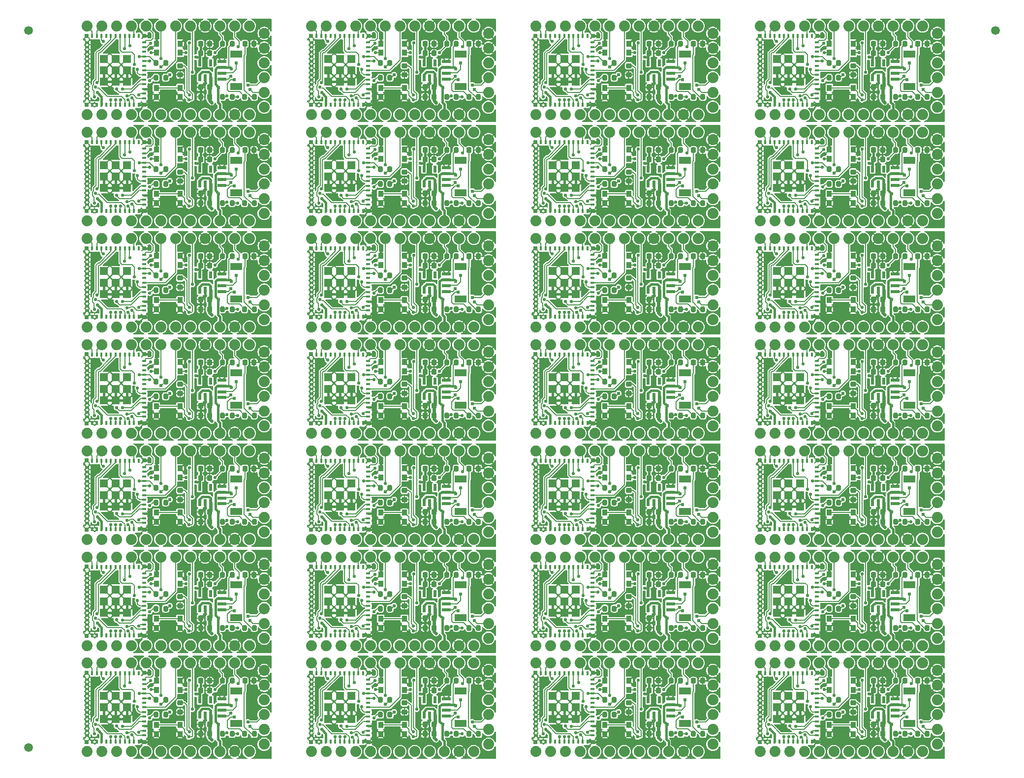
<source format=gtl>
%TF.GenerationSoftware,KiCad,Pcbnew,7.0.6*%
%TF.CreationDate,2023-09-13T11:49:12-06:00*%
%TF.ProjectId,SparkFun_ESP32_Qwiic_Pro_Mini_panelized,53706172-6b46-4756-9e5f-45535033325f,rev?*%
%TF.SameCoordinates,Original*%
%TF.FileFunction,Copper,L1,Top*%
%TF.FilePolarity,Positive*%
%FSLAX46Y46*%
G04 Gerber Fmt 4.6, Leading zero omitted, Abs format (unit mm)*
G04 Created by KiCad (PCBNEW 7.0.6) date 2023-09-13 11:49:12*
%MOMM*%
%LPD*%
G01*
G04 APERTURE LIST*
G04 Aperture macros list*
%AMRoundRect*
0 Rectangle with rounded corners*
0 $1 Rounding radius*
0 $2 $3 $4 $5 $6 $7 $8 $9 X,Y pos of 4 corners*
0 Add a 4 corners polygon primitive as box body*
4,1,4,$2,$3,$4,$5,$6,$7,$8,$9,$2,$3,0*
0 Add four circle primitives for the rounded corners*
1,1,$1+$1,$2,$3*
1,1,$1+$1,$4,$5*
1,1,$1+$1,$6,$7*
1,1,$1+$1,$8,$9*
0 Add four rect primitives between the rounded corners*
20,1,$1+$1,$2,$3,$4,$5,0*
20,1,$1+$1,$4,$5,$6,$7,0*
20,1,$1+$1,$6,$7,$8,$9,0*
20,1,$1+$1,$8,$9,$2,$3,0*%
G04 Aperture macros list end*
%TA.AperFunction,SMDPad,CuDef*%
%ADD10C,1.500000*%
%TD*%
%TA.AperFunction,ComponentPad*%
%ADD11C,1.879600*%
%TD*%
%TA.AperFunction,SMDPad,CuDef*%
%ADD12RoundRect,0.218750X0.218750X0.256250X-0.218750X0.256250X-0.218750X-0.256250X0.218750X-0.256250X0*%
%TD*%
%TA.AperFunction,SMDPad,CuDef*%
%ADD13RoundRect,0.200000X0.200000X0.275000X-0.200000X0.275000X-0.200000X-0.275000X0.200000X-0.275000X0*%
%TD*%
%TA.AperFunction,SMDPad,CuDef*%
%ADD14R,0.900000X1.000000*%
%TD*%
%TA.AperFunction,SMDPad,CuDef*%
%ADD15RoundRect,0.225000X-0.225000X-0.250000X0.225000X-0.250000X0.225000X0.250000X-0.225000X0.250000X0*%
%TD*%
%TA.AperFunction,SMDPad,CuDef*%
%ADD16R,1.550000X0.600000*%
%TD*%
%TA.AperFunction,SMDPad,CuDef*%
%ADD17R,2.000000X1.200000*%
%TD*%
%TA.AperFunction,SMDPad,CuDef*%
%ADD18RoundRect,0.200000X-0.200000X-0.275000X0.200000X-0.275000X0.200000X0.275000X-0.200000X0.275000X0*%
%TD*%
%TA.AperFunction,SMDPad,CuDef*%
%ADD19RoundRect,0.225000X0.225000X0.250000X-0.225000X0.250000X-0.225000X-0.250000X0.225000X-0.250000X0*%
%TD*%
%TA.AperFunction,SMDPad,CuDef*%
%ADD20R,0.550000X1.200000*%
%TD*%
%TA.AperFunction,SMDPad,CuDef*%
%ADD21RoundRect,0.218750X0.256250X-0.218750X0.256250X0.218750X-0.256250X0.218750X-0.256250X-0.218750X0*%
%TD*%
%TA.AperFunction,SMDPad,CuDef*%
%ADD22R,0.400000X0.800000*%
%TD*%
%TA.AperFunction,SMDPad,CuDef*%
%ADD23R,0.800000X0.400000*%
%TD*%
%TA.AperFunction,SMDPad,CuDef*%
%ADD24R,1.450000X1.450000*%
%TD*%
%TA.AperFunction,SMDPad,CuDef*%
%ADD25R,0.700000X0.700000*%
%TD*%
%TA.AperFunction,ViaPad*%
%ADD26C,0.609600*%
%TD*%
%TA.AperFunction,ViaPad*%
%ADD27C,0.560000*%
%TD*%
%TA.AperFunction,Conductor*%
%ADD28C,0.152400*%
%TD*%
%TA.AperFunction,Conductor*%
%ADD29C,0.406400*%
%TD*%
%TA.AperFunction,Conductor*%
%ADD30C,0.558800*%
%TD*%
G04 APERTURE END LIST*
D10*
%TO.P,,*%
%TO.N,*%
X157575000Y125460000D03*
%TD*%
%TO.P,,*%
%TO.N,*%
X-8755000Y2000000D03*
%TD*%
%TO.P,,*%
%TO.N,*%
X-8755000Y125460000D03*
%TD*%
D11*
%TO.P,J2,1,Pin_1*%
%TO.N,ESP_26A*%
X117070000Y110950000D03*
%TO.P,J2,2,Pin_2*%
%TO.N,ESP_25A*%
X119610000Y110950000D03*
%TO.P,J2,3,Pin_3*%
%TO.N,ESP_33A*%
X122150000Y110950000D03*
%TO.P,J2,4,Pin_4*%
%TO.N,ESP_32A*%
X124690000Y110950000D03*
%TO.P,J2,5,Pin_5*%
%TO.N,ESP_37A*%
X127230000Y110950000D03*
%TO.P,J2,6,Pin_6*%
%TO.N,ESP_38A*%
X129770000Y110950000D03*
%TO.P,J2,7,Pin_7*%
%TO.N,ESP_39A*%
X132310000Y110950000D03*
%TO.P,J2,8,Pin_8*%
%TO.N,ESP_34A*%
X134850000Y110950000D03*
%TO.P,J2,9,Pin_9*%
%TO.N,ESP_35A*%
X137390000Y110950000D03*
%TO.P,J2,10,Pin_10*%
%TO.N,+3.3V*%
X139930000Y110950000D03*
%TO.P,J2,11,Pin_11*%
%TO.N,GND*%
X142470000Y110950000D03*
%TO.P,J2,12,Pin_12*%
%TO.N,VCC*%
X145010000Y110950000D03*
%TD*%
%TO.P,J2,1,Pin_1*%
%TO.N,ESP_26A*%
X117070000Y92670000D03*
%TO.P,J2,2,Pin_2*%
%TO.N,ESP_25A*%
X119610000Y92670000D03*
%TO.P,J2,3,Pin_3*%
%TO.N,ESP_33A*%
X122150000Y92670000D03*
%TO.P,J2,4,Pin_4*%
%TO.N,ESP_32A*%
X124690000Y92670000D03*
%TO.P,J2,5,Pin_5*%
%TO.N,ESP_37A*%
X127230000Y92670000D03*
%TO.P,J2,6,Pin_6*%
%TO.N,ESP_38A*%
X129770000Y92670000D03*
%TO.P,J2,7,Pin_7*%
%TO.N,ESP_39A*%
X132310000Y92670000D03*
%TO.P,J2,8,Pin_8*%
%TO.N,ESP_34A*%
X134850000Y92670000D03*
%TO.P,J2,9,Pin_9*%
%TO.N,ESP_35A*%
X137390000Y92670000D03*
%TO.P,J2,10,Pin_10*%
%TO.N,+3.3V*%
X139930000Y92670000D03*
%TO.P,J2,11,Pin_11*%
%TO.N,GND*%
X142470000Y92670000D03*
%TO.P,J2,12,Pin_12*%
%TO.N,VCC*%
X145010000Y92670000D03*
%TD*%
%TO.P,J2,1,Pin_1*%
%TO.N,ESP_26A*%
X117070000Y74390000D03*
%TO.P,J2,2,Pin_2*%
%TO.N,ESP_25A*%
X119610000Y74390000D03*
%TO.P,J2,3,Pin_3*%
%TO.N,ESP_33A*%
X122150000Y74390000D03*
%TO.P,J2,4,Pin_4*%
%TO.N,ESP_32A*%
X124690000Y74390000D03*
%TO.P,J2,5,Pin_5*%
%TO.N,ESP_37A*%
X127230000Y74390000D03*
%TO.P,J2,6,Pin_6*%
%TO.N,ESP_38A*%
X129770000Y74390000D03*
%TO.P,J2,7,Pin_7*%
%TO.N,ESP_39A*%
X132310000Y74390000D03*
%TO.P,J2,8,Pin_8*%
%TO.N,ESP_34A*%
X134850000Y74390000D03*
%TO.P,J2,9,Pin_9*%
%TO.N,ESP_35A*%
X137390000Y74390000D03*
%TO.P,J2,10,Pin_10*%
%TO.N,+3.3V*%
X139930000Y74390000D03*
%TO.P,J2,11,Pin_11*%
%TO.N,GND*%
X142470000Y74390000D03*
%TO.P,J2,12,Pin_12*%
%TO.N,VCC*%
X145010000Y74390000D03*
%TD*%
%TO.P,J2,1,Pin_1*%
%TO.N,ESP_26A*%
X117070000Y56110000D03*
%TO.P,J2,2,Pin_2*%
%TO.N,ESP_25A*%
X119610000Y56110000D03*
%TO.P,J2,3,Pin_3*%
%TO.N,ESP_33A*%
X122150000Y56110000D03*
%TO.P,J2,4,Pin_4*%
%TO.N,ESP_32A*%
X124690000Y56110000D03*
%TO.P,J2,5,Pin_5*%
%TO.N,ESP_37A*%
X127230000Y56110000D03*
%TO.P,J2,6,Pin_6*%
%TO.N,ESP_38A*%
X129770000Y56110000D03*
%TO.P,J2,7,Pin_7*%
%TO.N,ESP_39A*%
X132310000Y56110000D03*
%TO.P,J2,8,Pin_8*%
%TO.N,ESP_34A*%
X134850000Y56110000D03*
%TO.P,J2,9,Pin_9*%
%TO.N,ESP_35A*%
X137390000Y56110000D03*
%TO.P,J2,10,Pin_10*%
%TO.N,+3.3V*%
X139930000Y56110000D03*
%TO.P,J2,11,Pin_11*%
%TO.N,GND*%
X142470000Y56110000D03*
%TO.P,J2,12,Pin_12*%
%TO.N,VCC*%
X145010000Y56110000D03*
%TD*%
%TO.P,J2,1,Pin_1*%
%TO.N,ESP_26A*%
X117070000Y37830000D03*
%TO.P,J2,2,Pin_2*%
%TO.N,ESP_25A*%
X119610000Y37830000D03*
%TO.P,J2,3,Pin_3*%
%TO.N,ESP_33A*%
X122150000Y37830000D03*
%TO.P,J2,4,Pin_4*%
%TO.N,ESP_32A*%
X124690000Y37830000D03*
%TO.P,J2,5,Pin_5*%
%TO.N,ESP_37A*%
X127230000Y37830000D03*
%TO.P,J2,6,Pin_6*%
%TO.N,ESP_38A*%
X129770000Y37830000D03*
%TO.P,J2,7,Pin_7*%
%TO.N,ESP_39A*%
X132310000Y37830000D03*
%TO.P,J2,8,Pin_8*%
%TO.N,ESP_34A*%
X134850000Y37830000D03*
%TO.P,J2,9,Pin_9*%
%TO.N,ESP_35A*%
X137390000Y37830000D03*
%TO.P,J2,10,Pin_10*%
%TO.N,+3.3V*%
X139930000Y37830000D03*
%TO.P,J2,11,Pin_11*%
%TO.N,GND*%
X142470000Y37830000D03*
%TO.P,J2,12,Pin_12*%
%TO.N,VCC*%
X145010000Y37830000D03*
%TD*%
%TO.P,J2,1,Pin_1*%
%TO.N,ESP_26A*%
X117070000Y19550000D03*
%TO.P,J2,2,Pin_2*%
%TO.N,ESP_25A*%
X119610000Y19550000D03*
%TO.P,J2,3,Pin_3*%
%TO.N,ESP_33A*%
X122150000Y19550000D03*
%TO.P,J2,4,Pin_4*%
%TO.N,ESP_32A*%
X124690000Y19550000D03*
%TO.P,J2,5,Pin_5*%
%TO.N,ESP_37A*%
X127230000Y19550000D03*
%TO.P,J2,6,Pin_6*%
%TO.N,ESP_38A*%
X129770000Y19550000D03*
%TO.P,J2,7,Pin_7*%
%TO.N,ESP_39A*%
X132310000Y19550000D03*
%TO.P,J2,8,Pin_8*%
%TO.N,ESP_34A*%
X134850000Y19550000D03*
%TO.P,J2,9,Pin_9*%
%TO.N,ESP_35A*%
X137390000Y19550000D03*
%TO.P,J2,10,Pin_10*%
%TO.N,+3.3V*%
X139930000Y19550000D03*
%TO.P,J2,11,Pin_11*%
%TO.N,GND*%
X142470000Y19550000D03*
%TO.P,J2,12,Pin_12*%
%TO.N,VCC*%
X145010000Y19550000D03*
%TD*%
%TO.P,J2,1,Pin_1*%
%TO.N,ESP_26A*%
X117070000Y1270000D03*
%TO.P,J2,2,Pin_2*%
%TO.N,ESP_25A*%
X119610000Y1270000D03*
%TO.P,J2,3,Pin_3*%
%TO.N,ESP_33A*%
X122150000Y1270000D03*
%TO.P,J2,4,Pin_4*%
%TO.N,ESP_32A*%
X124690000Y1270000D03*
%TO.P,J2,5,Pin_5*%
%TO.N,ESP_37A*%
X127230000Y1270000D03*
%TO.P,J2,6,Pin_6*%
%TO.N,ESP_38A*%
X129770000Y1270000D03*
%TO.P,J2,7,Pin_7*%
%TO.N,ESP_39A*%
X132310000Y1270000D03*
%TO.P,J2,8,Pin_8*%
%TO.N,ESP_34A*%
X134850000Y1270000D03*
%TO.P,J2,9,Pin_9*%
%TO.N,ESP_35A*%
X137390000Y1270000D03*
%TO.P,J2,10,Pin_10*%
%TO.N,+3.3V*%
X139930000Y1270000D03*
%TO.P,J2,11,Pin_11*%
%TO.N,GND*%
X142470000Y1270000D03*
%TO.P,J2,12,Pin_12*%
%TO.N,VCC*%
X145010000Y1270000D03*
%TD*%
%TO.P,J2,1,Pin_1*%
%TO.N,ESP_26A*%
X78470000Y110950000D03*
%TO.P,J2,2,Pin_2*%
%TO.N,ESP_25A*%
X81010000Y110950000D03*
%TO.P,J2,3,Pin_3*%
%TO.N,ESP_33A*%
X83550000Y110950000D03*
%TO.P,J2,4,Pin_4*%
%TO.N,ESP_32A*%
X86090000Y110950000D03*
%TO.P,J2,5,Pin_5*%
%TO.N,ESP_37A*%
X88630000Y110950000D03*
%TO.P,J2,6,Pin_6*%
%TO.N,ESP_38A*%
X91170000Y110950000D03*
%TO.P,J2,7,Pin_7*%
%TO.N,ESP_39A*%
X93710000Y110950000D03*
%TO.P,J2,8,Pin_8*%
%TO.N,ESP_34A*%
X96250000Y110950000D03*
%TO.P,J2,9,Pin_9*%
%TO.N,ESP_35A*%
X98790000Y110950000D03*
%TO.P,J2,10,Pin_10*%
%TO.N,+3.3V*%
X101330000Y110950000D03*
%TO.P,J2,11,Pin_11*%
%TO.N,GND*%
X103870000Y110950000D03*
%TO.P,J2,12,Pin_12*%
%TO.N,VCC*%
X106410000Y110950000D03*
%TD*%
%TO.P,J2,1,Pin_1*%
%TO.N,ESP_26A*%
X78470000Y92670000D03*
%TO.P,J2,2,Pin_2*%
%TO.N,ESP_25A*%
X81010000Y92670000D03*
%TO.P,J2,3,Pin_3*%
%TO.N,ESP_33A*%
X83550000Y92670000D03*
%TO.P,J2,4,Pin_4*%
%TO.N,ESP_32A*%
X86090000Y92670000D03*
%TO.P,J2,5,Pin_5*%
%TO.N,ESP_37A*%
X88630000Y92670000D03*
%TO.P,J2,6,Pin_6*%
%TO.N,ESP_38A*%
X91170000Y92670000D03*
%TO.P,J2,7,Pin_7*%
%TO.N,ESP_39A*%
X93710000Y92670000D03*
%TO.P,J2,8,Pin_8*%
%TO.N,ESP_34A*%
X96250000Y92670000D03*
%TO.P,J2,9,Pin_9*%
%TO.N,ESP_35A*%
X98790000Y92670000D03*
%TO.P,J2,10,Pin_10*%
%TO.N,+3.3V*%
X101330000Y92670000D03*
%TO.P,J2,11,Pin_11*%
%TO.N,GND*%
X103870000Y92670000D03*
%TO.P,J2,12,Pin_12*%
%TO.N,VCC*%
X106410000Y92670000D03*
%TD*%
%TO.P,J2,1,Pin_1*%
%TO.N,ESP_26A*%
X78470000Y74390000D03*
%TO.P,J2,2,Pin_2*%
%TO.N,ESP_25A*%
X81010000Y74390000D03*
%TO.P,J2,3,Pin_3*%
%TO.N,ESP_33A*%
X83550000Y74390000D03*
%TO.P,J2,4,Pin_4*%
%TO.N,ESP_32A*%
X86090000Y74390000D03*
%TO.P,J2,5,Pin_5*%
%TO.N,ESP_37A*%
X88630000Y74390000D03*
%TO.P,J2,6,Pin_6*%
%TO.N,ESP_38A*%
X91170000Y74390000D03*
%TO.P,J2,7,Pin_7*%
%TO.N,ESP_39A*%
X93710000Y74390000D03*
%TO.P,J2,8,Pin_8*%
%TO.N,ESP_34A*%
X96250000Y74390000D03*
%TO.P,J2,9,Pin_9*%
%TO.N,ESP_35A*%
X98790000Y74390000D03*
%TO.P,J2,10,Pin_10*%
%TO.N,+3.3V*%
X101330000Y74390000D03*
%TO.P,J2,11,Pin_11*%
%TO.N,GND*%
X103870000Y74390000D03*
%TO.P,J2,12,Pin_12*%
%TO.N,VCC*%
X106410000Y74390000D03*
%TD*%
%TO.P,J2,1,Pin_1*%
%TO.N,ESP_26A*%
X78470000Y56110000D03*
%TO.P,J2,2,Pin_2*%
%TO.N,ESP_25A*%
X81010000Y56110000D03*
%TO.P,J2,3,Pin_3*%
%TO.N,ESP_33A*%
X83550000Y56110000D03*
%TO.P,J2,4,Pin_4*%
%TO.N,ESP_32A*%
X86090000Y56110000D03*
%TO.P,J2,5,Pin_5*%
%TO.N,ESP_37A*%
X88630000Y56110000D03*
%TO.P,J2,6,Pin_6*%
%TO.N,ESP_38A*%
X91170000Y56110000D03*
%TO.P,J2,7,Pin_7*%
%TO.N,ESP_39A*%
X93710000Y56110000D03*
%TO.P,J2,8,Pin_8*%
%TO.N,ESP_34A*%
X96250000Y56110000D03*
%TO.P,J2,9,Pin_9*%
%TO.N,ESP_35A*%
X98790000Y56110000D03*
%TO.P,J2,10,Pin_10*%
%TO.N,+3.3V*%
X101330000Y56110000D03*
%TO.P,J2,11,Pin_11*%
%TO.N,GND*%
X103870000Y56110000D03*
%TO.P,J2,12,Pin_12*%
%TO.N,VCC*%
X106410000Y56110000D03*
%TD*%
%TO.P,J2,1,Pin_1*%
%TO.N,ESP_26A*%
X78470000Y37830000D03*
%TO.P,J2,2,Pin_2*%
%TO.N,ESP_25A*%
X81010000Y37830000D03*
%TO.P,J2,3,Pin_3*%
%TO.N,ESP_33A*%
X83550000Y37830000D03*
%TO.P,J2,4,Pin_4*%
%TO.N,ESP_32A*%
X86090000Y37830000D03*
%TO.P,J2,5,Pin_5*%
%TO.N,ESP_37A*%
X88630000Y37830000D03*
%TO.P,J2,6,Pin_6*%
%TO.N,ESP_38A*%
X91170000Y37830000D03*
%TO.P,J2,7,Pin_7*%
%TO.N,ESP_39A*%
X93710000Y37830000D03*
%TO.P,J2,8,Pin_8*%
%TO.N,ESP_34A*%
X96250000Y37830000D03*
%TO.P,J2,9,Pin_9*%
%TO.N,ESP_35A*%
X98790000Y37830000D03*
%TO.P,J2,10,Pin_10*%
%TO.N,+3.3V*%
X101330000Y37830000D03*
%TO.P,J2,11,Pin_11*%
%TO.N,GND*%
X103870000Y37830000D03*
%TO.P,J2,12,Pin_12*%
%TO.N,VCC*%
X106410000Y37830000D03*
%TD*%
%TO.P,J2,1,Pin_1*%
%TO.N,ESP_26A*%
X78470000Y19550000D03*
%TO.P,J2,2,Pin_2*%
%TO.N,ESP_25A*%
X81010000Y19550000D03*
%TO.P,J2,3,Pin_3*%
%TO.N,ESP_33A*%
X83550000Y19550000D03*
%TO.P,J2,4,Pin_4*%
%TO.N,ESP_32A*%
X86090000Y19550000D03*
%TO.P,J2,5,Pin_5*%
%TO.N,ESP_37A*%
X88630000Y19550000D03*
%TO.P,J2,6,Pin_6*%
%TO.N,ESP_38A*%
X91170000Y19550000D03*
%TO.P,J2,7,Pin_7*%
%TO.N,ESP_39A*%
X93710000Y19550000D03*
%TO.P,J2,8,Pin_8*%
%TO.N,ESP_34A*%
X96250000Y19550000D03*
%TO.P,J2,9,Pin_9*%
%TO.N,ESP_35A*%
X98790000Y19550000D03*
%TO.P,J2,10,Pin_10*%
%TO.N,+3.3V*%
X101330000Y19550000D03*
%TO.P,J2,11,Pin_11*%
%TO.N,GND*%
X103870000Y19550000D03*
%TO.P,J2,12,Pin_12*%
%TO.N,VCC*%
X106410000Y19550000D03*
%TD*%
%TO.P,J2,1,Pin_1*%
%TO.N,ESP_26A*%
X78470000Y1270000D03*
%TO.P,J2,2,Pin_2*%
%TO.N,ESP_25A*%
X81010000Y1270000D03*
%TO.P,J2,3,Pin_3*%
%TO.N,ESP_33A*%
X83550000Y1270000D03*
%TO.P,J2,4,Pin_4*%
%TO.N,ESP_32A*%
X86090000Y1270000D03*
%TO.P,J2,5,Pin_5*%
%TO.N,ESP_37A*%
X88630000Y1270000D03*
%TO.P,J2,6,Pin_6*%
%TO.N,ESP_38A*%
X91170000Y1270000D03*
%TO.P,J2,7,Pin_7*%
%TO.N,ESP_39A*%
X93710000Y1270000D03*
%TO.P,J2,8,Pin_8*%
%TO.N,ESP_34A*%
X96250000Y1270000D03*
%TO.P,J2,9,Pin_9*%
%TO.N,ESP_35A*%
X98790000Y1270000D03*
%TO.P,J2,10,Pin_10*%
%TO.N,+3.3V*%
X101330000Y1270000D03*
%TO.P,J2,11,Pin_11*%
%TO.N,GND*%
X103870000Y1270000D03*
%TO.P,J2,12,Pin_12*%
%TO.N,VCC*%
X106410000Y1270000D03*
%TD*%
%TO.P,J2,1,Pin_1*%
%TO.N,ESP_26A*%
X39870000Y110950000D03*
%TO.P,J2,2,Pin_2*%
%TO.N,ESP_25A*%
X42410000Y110950000D03*
%TO.P,J2,3,Pin_3*%
%TO.N,ESP_33A*%
X44950000Y110950000D03*
%TO.P,J2,4,Pin_4*%
%TO.N,ESP_32A*%
X47490000Y110950000D03*
%TO.P,J2,5,Pin_5*%
%TO.N,ESP_37A*%
X50030000Y110950000D03*
%TO.P,J2,6,Pin_6*%
%TO.N,ESP_38A*%
X52570000Y110950000D03*
%TO.P,J2,7,Pin_7*%
%TO.N,ESP_39A*%
X55110000Y110950000D03*
%TO.P,J2,8,Pin_8*%
%TO.N,ESP_34A*%
X57650000Y110950000D03*
%TO.P,J2,9,Pin_9*%
%TO.N,ESP_35A*%
X60190000Y110950000D03*
%TO.P,J2,10,Pin_10*%
%TO.N,+3.3V*%
X62730000Y110950000D03*
%TO.P,J2,11,Pin_11*%
%TO.N,GND*%
X65270000Y110950000D03*
%TO.P,J2,12,Pin_12*%
%TO.N,VCC*%
X67810000Y110950000D03*
%TD*%
%TO.P,J2,1,Pin_1*%
%TO.N,ESP_26A*%
X39870000Y92670000D03*
%TO.P,J2,2,Pin_2*%
%TO.N,ESP_25A*%
X42410000Y92670000D03*
%TO.P,J2,3,Pin_3*%
%TO.N,ESP_33A*%
X44950000Y92670000D03*
%TO.P,J2,4,Pin_4*%
%TO.N,ESP_32A*%
X47490000Y92670000D03*
%TO.P,J2,5,Pin_5*%
%TO.N,ESP_37A*%
X50030000Y92670000D03*
%TO.P,J2,6,Pin_6*%
%TO.N,ESP_38A*%
X52570000Y92670000D03*
%TO.P,J2,7,Pin_7*%
%TO.N,ESP_39A*%
X55110000Y92670000D03*
%TO.P,J2,8,Pin_8*%
%TO.N,ESP_34A*%
X57650000Y92670000D03*
%TO.P,J2,9,Pin_9*%
%TO.N,ESP_35A*%
X60190000Y92670000D03*
%TO.P,J2,10,Pin_10*%
%TO.N,+3.3V*%
X62730000Y92670000D03*
%TO.P,J2,11,Pin_11*%
%TO.N,GND*%
X65270000Y92670000D03*
%TO.P,J2,12,Pin_12*%
%TO.N,VCC*%
X67810000Y92670000D03*
%TD*%
%TO.P,J2,1,Pin_1*%
%TO.N,ESP_26A*%
X39870000Y74390000D03*
%TO.P,J2,2,Pin_2*%
%TO.N,ESP_25A*%
X42410000Y74390000D03*
%TO.P,J2,3,Pin_3*%
%TO.N,ESP_33A*%
X44950000Y74390000D03*
%TO.P,J2,4,Pin_4*%
%TO.N,ESP_32A*%
X47490000Y74390000D03*
%TO.P,J2,5,Pin_5*%
%TO.N,ESP_37A*%
X50030000Y74390000D03*
%TO.P,J2,6,Pin_6*%
%TO.N,ESP_38A*%
X52570000Y74390000D03*
%TO.P,J2,7,Pin_7*%
%TO.N,ESP_39A*%
X55110000Y74390000D03*
%TO.P,J2,8,Pin_8*%
%TO.N,ESP_34A*%
X57650000Y74390000D03*
%TO.P,J2,9,Pin_9*%
%TO.N,ESP_35A*%
X60190000Y74390000D03*
%TO.P,J2,10,Pin_10*%
%TO.N,+3.3V*%
X62730000Y74390000D03*
%TO.P,J2,11,Pin_11*%
%TO.N,GND*%
X65270000Y74390000D03*
%TO.P,J2,12,Pin_12*%
%TO.N,VCC*%
X67810000Y74390000D03*
%TD*%
%TO.P,J2,1,Pin_1*%
%TO.N,ESP_26A*%
X39870000Y56110000D03*
%TO.P,J2,2,Pin_2*%
%TO.N,ESP_25A*%
X42410000Y56110000D03*
%TO.P,J2,3,Pin_3*%
%TO.N,ESP_33A*%
X44950000Y56110000D03*
%TO.P,J2,4,Pin_4*%
%TO.N,ESP_32A*%
X47490000Y56110000D03*
%TO.P,J2,5,Pin_5*%
%TO.N,ESP_37A*%
X50030000Y56110000D03*
%TO.P,J2,6,Pin_6*%
%TO.N,ESP_38A*%
X52570000Y56110000D03*
%TO.P,J2,7,Pin_7*%
%TO.N,ESP_39A*%
X55110000Y56110000D03*
%TO.P,J2,8,Pin_8*%
%TO.N,ESP_34A*%
X57650000Y56110000D03*
%TO.P,J2,9,Pin_9*%
%TO.N,ESP_35A*%
X60190000Y56110000D03*
%TO.P,J2,10,Pin_10*%
%TO.N,+3.3V*%
X62730000Y56110000D03*
%TO.P,J2,11,Pin_11*%
%TO.N,GND*%
X65270000Y56110000D03*
%TO.P,J2,12,Pin_12*%
%TO.N,VCC*%
X67810000Y56110000D03*
%TD*%
%TO.P,J2,1,Pin_1*%
%TO.N,ESP_26A*%
X39870000Y37830000D03*
%TO.P,J2,2,Pin_2*%
%TO.N,ESP_25A*%
X42410000Y37830000D03*
%TO.P,J2,3,Pin_3*%
%TO.N,ESP_33A*%
X44950000Y37830000D03*
%TO.P,J2,4,Pin_4*%
%TO.N,ESP_32A*%
X47490000Y37830000D03*
%TO.P,J2,5,Pin_5*%
%TO.N,ESP_37A*%
X50030000Y37830000D03*
%TO.P,J2,6,Pin_6*%
%TO.N,ESP_38A*%
X52570000Y37830000D03*
%TO.P,J2,7,Pin_7*%
%TO.N,ESP_39A*%
X55110000Y37830000D03*
%TO.P,J2,8,Pin_8*%
%TO.N,ESP_34A*%
X57650000Y37830000D03*
%TO.P,J2,9,Pin_9*%
%TO.N,ESP_35A*%
X60190000Y37830000D03*
%TO.P,J2,10,Pin_10*%
%TO.N,+3.3V*%
X62730000Y37830000D03*
%TO.P,J2,11,Pin_11*%
%TO.N,GND*%
X65270000Y37830000D03*
%TO.P,J2,12,Pin_12*%
%TO.N,VCC*%
X67810000Y37830000D03*
%TD*%
%TO.P,J2,1,Pin_1*%
%TO.N,ESP_26A*%
X39870000Y19550000D03*
%TO.P,J2,2,Pin_2*%
%TO.N,ESP_25A*%
X42410000Y19550000D03*
%TO.P,J2,3,Pin_3*%
%TO.N,ESP_33A*%
X44950000Y19550000D03*
%TO.P,J2,4,Pin_4*%
%TO.N,ESP_32A*%
X47490000Y19550000D03*
%TO.P,J2,5,Pin_5*%
%TO.N,ESP_37A*%
X50030000Y19550000D03*
%TO.P,J2,6,Pin_6*%
%TO.N,ESP_38A*%
X52570000Y19550000D03*
%TO.P,J2,7,Pin_7*%
%TO.N,ESP_39A*%
X55110000Y19550000D03*
%TO.P,J2,8,Pin_8*%
%TO.N,ESP_34A*%
X57650000Y19550000D03*
%TO.P,J2,9,Pin_9*%
%TO.N,ESP_35A*%
X60190000Y19550000D03*
%TO.P,J2,10,Pin_10*%
%TO.N,+3.3V*%
X62730000Y19550000D03*
%TO.P,J2,11,Pin_11*%
%TO.N,GND*%
X65270000Y19550000D03*
%TO.P,J2,12,Pin_12*%
%TO.N,VCC*%
X67810000Y19550000D03*
%TD*%
%TO.P,J2,1,Pin_1*%
%TO.N,ESP_26A*%
X39870000Y1270000D03*
%TO.P,J2,2,Pin_2*%
%TO.N,ESP_25A*%
X42410000Y1270000D03*
%TO.P,J2,3,Pin_3*%
%TO.N,ESP_33A*%
X44950000Y1270000D03*
%TO.P,J2,4,Pin_4*%
%TO.N,ESP_32A*%
X47490000Y1270000D03*
%TO.P,J2,5,Pin_5*%
%TO.N,ESP_37A*%
X50030000Y1270000D03*
%TO.P,J2,6,Pin_6*%
%TO.N,ESP_38A*%
X52570000Y1270000D03*
%TO.P,J2,7,Pin_7*%
%TO.N,ESP_39A*%
X55110000Y1270000D03*
%TO.P,J2,8,Pin_8*%
%TO.N,ESP_34A*%
X57650000Y1270000D03*
%TO.P,J2,9,Pin_9*%
%TO.N,ESP_35A*%
X60190000Y1270000D03*
%TO.P,J2,10,Pin_10*%
%TO.N,+3.3V*%
X62730000Y1270000D03*
%TO.P,J2,11,Pin_11*%
%TO.N,GND*%
X65270000Y1270000D03*
%TO.P,J2,12,Pin_12*%
%TO.N,VCC*%
X67810000Y1270000D03*
%TD*%
%TO.P,J2,1,Pin_1*%
%TO.N,ESP_26A*%
X1270000Y110950000D03*
%TO.P,J2,2,Pin_2*%
%TO.N,ESP_25A*%
X3810000Y110950000D03*
%TO.P,J2,3,Pin_3*%
%TO.N,ESP_33A*%
X6350000Y110950000D03*
%TO.P,J2,4,Pin_4*%
%TO.N,ESP_32A*%
X8890000Y110950000D03*
%TO.P,J2,5,Pin_5*%
%TO.N,ESP_37A*%
X11430000Y110950000D03*
%TO.P,J2,6,Pin_6*%
%TO.N,ESP_38A*%
X13970000Y110950000D03*
%TO.P,J2,7,Pin_7*%
%TO.N,ESP_39A*%
X16510000Y110950000D03*
%TO.P,J2,8,Pin_8*%
%TO.N,ESP_34A*%
X19050000Y110950000D03*
%TO.P,J2,9,Pin_9*%
%TO.N,ESP_35A*%
X21590000Y110950000D03*
%TO.P,J2,10,Pin_10*%
%TO.N,+3.3V*%
X24130000Y110950000D03*
%TO.P,J2,11,Pin_11*%
%TO.N,GND*%
X26670000Y110950000D03*
%TO.P,J2,12,Pin_12*%
%TO.N,VCC*%
X29210000Y110950000D03*
%TD*%
%TO.P,J2,1,Pin_1*%
%TO.N,ESP_26A*%
X1270000Y92670000D03*
%TO.P,J2,2,Pin_2*%
%TO.N,ESP_25A*%
X3810000Y92670000D03*
%TO.P,J2,3,Pin_3*%
%TO.N,ESP_33A*%
X6350000Y92670000D03*
%TO.P,J2,4,Pin_4*%
%TO.N,ESP_32A*%
X8890000Y92670000D03*
%TO.P,J2,5,Pin_5*%
%TO.N,ESP_37A*%
X11430000Y92670000D03*
%TO.P,J2,6,Pin_6*%
%TO.N,ESP_38A*%
X13970000Y92670000D03*
%TO.P,J2,7,Pin_7*%
%TO.N,ESP_39A*%
X16510000Y92670000D03*
%TO.P,J2,8,Pin_8*%
%TO.N,ESP_34A*%
X19050000Y92670000D03*
%TO.P,J2,9,Pin_9*%
%TO.N,ESP_35A*%
X21590000Y92670000D03*
%TO.P,J2,10,Pin_10*%
%TO.N,+3.3V*%
X24130000Y92670000D03*
%TO.P,J2,11,Pin_11*%
%TO.N,GND*%
X26670000Y92670000D03*
%TO.P,J2,12,Pin_12*%
%TO.N,VCC*%
X29210000Y92670000D03*
%TD*%
%TO.P,J2,1,Pin_1*%
%TO.N,ESP_26A*%
X1270000Y74390000D03*
%TO.P,J2,2,Pin_2*%
%TO.N,ESP_25A*%
X3810000Y74390000D03*
%TO.P,J2,3,Pin_3*%
%TO.N,ESP_33A*%
X6350000Y74390000D03*
%TO.P,J2,4,Pin_4*%
%TO.N,ESP_32A*%
X8890000Y74390000D03*
%TO.P,J2,5,Pin_5*%
%TO.N,ESP_37A*%
X11430000Y74390000D03*
%TO.P,J2,6,Pin_6*%
%TO.N,ESP_38A*%
X13970000Y74390000D03*
%TO.P,J2,7,Pin_7*%
%TO.N,ESP_39A*%
X16510000Y74390000D03*
%TO.P,J2,8,Pin_8*%
%TO.N,ESP_34A*%
X19050000Y74390000D03*
%TO.P,J2,9,Pin_9*%
%TO.N,ESP_35A*%
X21590000Y74390000D03*
%TO.P,J2,10,Pin_10*%
%TO.N,+3.3V*%
X24130000Y74390000D03*
%TO.P,J2,11,Pin_11*%
%TO.N,GND*%
X26670000Y74390000D03*
%TO.P,J2,12,Pin_12*%
%TO.N,VCC*%
X29210000Y74390000D03*
%TD*%
%TO.P,J2,1,Pin_1*%
%TO.N,ESP_26A*%
X1270000Y56110000D03*
%TO.P,J2,2,Pin_2*%
%TO.N,ESP_25A*%
X3810000Y56110000D03*
%TO.P,J2,3,Pin_3*%
%TO.N,ESP_33A*%
X6350000Y56110000D03*
%TO.P,J2,4,Pin_4*%
%TO.N,ESP_32A*%
X8890000Y56110000D03*
%TO.P,J2,5,Pin_5*%
%TO.N,ESP_37A*%
X11430000Y56110000D03*
%TO.P,J2,6,Pin_6*%
%TO.N,ESP_38A*%
X13970000Y56110000D03*
%TO.P,J2,7,Pin_7*%
%TO.N,ESP_39A*%
X16510000Y56110000D03*
%TO.P,J2,8,Pin_8*%
%TO.N,ESP_34A*%
X19050000Y56110000D03*
%TO.P,J2,9,Pin_9*%
%TO.N,ESP_35A*%
X21590000Y56110000D03*
%TO.P,J2,10,Pin_10*%
%TO.N,+3.3V*%
X24130000Y56110000D03*
%TO.P,J2,11,Pin_11*%
%TO.N,GND*%
X26670000Y56110000D03*
%TO.P,J2,12,Pin_12*%
%TO.N,VCC*%
X29210000Y56110000D03*
%TD*%
%TO.P,J2,1,Pin_1*%
%TO.N,ESP_26A*%
X1270000Y37830000D03*
%TO.P,J2,2,Pin_2*%
%TO.N,ESP_25A*%
X3810000Y37830000D03*
%TO.P,J2,3,Pin_3*%
%TO.N,ESP_33A*%
X6350000Y37830000D03*
%TO.P,J2,4,Pin_4*%
%TO.N,ESP_32A*%
X8890000Y37830000D03*
%TO.P,J2,5,Pin_5*%
%TO.N,ESP_37A*%
X11430000Y37830000D03*
%TO.P,J2,6,Pin_6*%
%TO.N,ESP_38A*%
X13970000Y37830000D03*
%TO.P,J2,7,Pin_7*%
%TO.N,ESP_39A*%
X16510000Y37830000D03*
%TO.P,J2,8,Pin_8*%
%TO.N,ESP_34A*%
X19050000Y37830000D03*
%TO.P,J2,9,Pin_9*%
%TO.N,ESP_35A*%
X21590000Y37830000D03*
%TO.P,J2,10,Pin_10*%
%TO.N,+3.3V*%
X24130000Y37830000D03*
%TO.P,J2,11,Pin_11*%
%TO.N,GND*%
X26670000Y37830000D03*
%TO.P,J2,12,Pin_12*%
%TO.N,VCC*%
X29210000Y37830000D03*
%TD*%
%TO.P,J2,1,Pin_1*%
%TO.N,ESP_26A*%
X1270000Y19550000D03*
%TO.P,J2,2,Pin_2*%
%TO.N,ESP_25A*%
X3810000Y19550000D03*
%TO.P,J2,3,Pin_3*%
%TO.N,ESP_33A*%
X6350000Y19550000D03*
%TO.P,J2,4,Pin_4*%
%TO.N,ESP_32A*%
X8890000Y19550000D03*
%TO.P,J2,5,Pin_5*%
%TO.N,ESP_37A*%
X11430000Y19550000D03*
%TO.P,J2,6,Pin_6*%
%TO.N,ESP_38A*%
X13970000Y19550000D03*
%TO.P,J2,7,Pin_7*%
%TO.N,ESP_39A*%
X16510000Y19550000D03*
%TO.P,J2,8,Pin_8*%
%TO.N,ESP_34A*%
X19050000Y19550000D03*
%TO.P,J2,9,Pin_9*%
%TO.N,ESP_35A*%
X21590000Y19550000D03*
%TO.P,J2,10,Pin_10*%
%TO.N,+3.3V*%
X24130000Y19550000D03*
%TO.P,J2,11,Pin_11*%
%TO.N,GND*%
X26670000Y19550000D03*
%TO.P,J2,12,Pin_12*%
%TO.N,VCC*%
X29210000Y19550000D03*
%TD*%
D12*
%TO.P,D2,1,K*%
%TO.N,GND*%
X145797500Y123142000D03*
%TO.P,D2,2,A*%
%TO.N,Net-(D2-A)*%
X144222500Y123142000D03*
%TD*%
%TO.P,D2,1,K*%
%TO.N,GND*%
X145797500Y104862000D03*
%TO.P,D2,2,A*%
%TO.N,Net-(D2-A)*%
X144222500Y104862000D03*
%TD*%
%TO.P,D2,1,K*%
%TO.N,GND*%
X145797500Y86582000D03*
%TO.P,D2,2,A*%
%TO.N,Net-(D2-A)*%
X144222500Y86582000D03*
%TD*%
%TO.P,D2,1,K*%
%TO.N,GND*%
X145797500Y68302000D03*
%TO.P,D2,2,A*%
%TO.N,Net-(D2-A)*%
X144222500Y68302000D03*
%TD*%
%TO.P,D2,1,K*%
%TO.N,GND*%
X145797500Y50022000D03*
%TO.P,D2,2,A*%
%TO.N,Net-(D2-A)*%
X144222500Y50022000D03*
%TD*%
%TO.P,D2,1,K*%
%TO.N,GND*%
X145797500Y31742000D03*
%TO.P,D2,2,A*%
%TO.N,Net-(D2-A)*%
X144222500Y31742000D03*
%TD*%
%TO.P,D2,1,K*%
%TO.N,GND*%
X145797500Y13462000D03*
%TO.P,D2,2,A*%
%TO.N,Net-(D2-A)*%
X144222500Y13462000D03*
%TD*%
%TO.P,D2,1,K*%
%TO.N,GND*%
X107197500Y123142000D03*
%TO.P,D2,2,A*%
%TO.N,Net-(D2-A)*%
X105622500Y123142000D03*
%TD*%
%TO.P,D2,1,K*%
%TO.N,GND*%
X107197500Y104862000D03*
%TO.P,D2,2,A*%
%TO.N,Net-(D2-A)*%
X105622500Y104862000D03*
%TD*%
%TO.P,D2,1,K*%
%TO.N,GND*%
X107197500Y86582000D03*
%TO.P,D2,2,A*%
%TO.N,Net-(D2-A)*%
X105622500Y86582000D03*
%TD*%
%TO.P,D2,1,K*%
%TO.N,GND*%
X107197500Y68302000D03*
%TO.P,D2,2,A*%
%TO.N,Net-(D2-A)*%
X105622500Y68302000D03*
%TD*%
%TO.P,D2,1,K*%
%TO.N,GND*%
X107197500Y50022000D03*
%TO.P,D2,2,A*%
%TO.N,Net-(D2-A)*%
X105622500Y50022000D03*
%TD*%
%TO.P,D2,1,K*%
%TO.N,GND*%
X107197500Y31742000D03*
%TO.P,D2,2,A*%
%TO.N,Net-(D2-A)*%
X105622500Y31742000D03*
%TD*%
%TO.P,D2,1,K*%
%TO.N,GND*%
X107197500Y13462000D03*
%TO.P,D2,2,A*%
%TO.N,Net-(D2-A)*%
X105622500Y13462000D03*
%TD*%
%TO.P,D2,1,K*%
%TO.N,GND*%
X68597500Y123142000D03*
%TO.P,D2,2,A*%
%TO.N,Net-(D2-A)*%
X67022500Y123142000D03*
%TD*%
%TO.P,D2,1,K*%
%TO.N,GND*%
X68597500Y104862000D03*
%TO.P,D2,2,A*%
%TO.N,Net-(D2-A)*%
X67022500Y104862000D03*
%TD*%
%TO.P,D2,1,K*%
%TO.N,GND*%
X68597500Y86582000D03*
%TO.P,D2,2,A*%
%TO.N,Net-(D2-A)*%
X67022500Y86582000D03*
%TD*%
%TO.P,D2,1,K*%
%TO.N,GND*%
X68597500Y68302000D03*
%TO.P,D2,2,A*%
%TO.N,Net-(D2-A)*%
X67022500Y68302000D03*
%TD*%
%TO.P,D2,1,K*%
%TO.N,GND*%
X68597500Y50022000D03*
%TO.P,D2,2,A*%
%TO.N,Net-(D2-A)*%
X67022500Y50022000D03*
%TD*%
%TO.P,D2,1,K*%
%TO.N,GND*%
X68597500Y31742000D03*
%TO.P,D2,2,A*%
%TO.N,Net-(D2-A)*%
X67022500Y31742000D03*
%TD*%
%TO.P,D2,1,K*%
%TO.N,GND*%
X68597500Y13462000D03*
%TO.P,D2,2,A*%
%TO.N,Net-(D2-A)*%
X67022500Y13462000D03*
%TD*%
%TO.P,D2,1,K*%
%TO.N,GND*%
X29997500Y123142000D03*
%TO.P,D2,2,A*%
%TO.N,Net-(D2-A)*%
X28422500Y123142000D03*
%TD*%
%TO.P,D2,1,K*%
%TO.N,GND*%
X29997500Y104862000D03*
%TO.P,D2,2,A*%
%TO.N,Net-(D2-A)*%
X28422500Y104862000D03*
%TD*%
%TO.P,D2,1,K*%
%TO.N,GND*%
X29997500Y86582000D03*
%TO.P,D2,2,A*%
%TO.N,Net-(D2-A)*%
X28422500Y86582000D03*
%TD*%
%TO.P,D2,1,K*%
%TO.N,GND*%
X29997500Y68302000D03*
%TO.P,D2,2,A*%
%TO.N,Net-(D2-A)*%
X28422500Y68302000D03*
%TD*%
%TO.P,D2,1,K*%
%TO.N,GND*%
X29997500Y50022000D03*
%TO.P,D2,2,A*%
%TO.N,Net-(D2-A)*%
X28422500Y50022000D03*
%TD*%
%TO.P,D2,1,K*%
%TO.N,GND*%
X29997500Y31742000D03*
%TO.P,D2,2,A*%
%TO.N,Net-(D2-A)*%
X28422500Y31742000D03*
%TD*%
D13*
%TO.P,R4,1*%
%TO.N,+3.3V*%
X130595000Y119840000D03*
%TO.P,R4,2*%
%TO.N,ESP_15*%
X128945000Y119840000D03*
%TD*%
%TO.P,R4,1*%
%TO.N,+3.3V*%
X130595000Y101560000D03*
%TO.P,R4,2*%
%TO.N,ESP_15*%
X128945000Y101560000D03*
%TD*%
%TO.P,R4,1*%
%TO.N,+3.3V*%
X130595000Y83280000D03*
%TO.P,R4,2*%
%TO.N,ESP_15*%
X128945000Y83280000D03*
%TD*%
%TO.P,R4,1*%
%TO.N,+3.3V*%
X130595000Y65000000D03*
%TO.P,R4,2*%
%TO.N,ESP_15*%
X128945000Y65000000D03*
%TD*%
%TO.P,R4,1*%
%TO.N,+3.3V*%
X130595000Y46720000D03*
%TO.P,R4,2*%
%TO.N,ESP_15*%
X128945000Y46720000D03*
%TD*%
%TO.P,R4,1*%
%TO.N,+3.3V*%
X130595000Y28440000D03*
%TO.P,R4,2*%
%TO.N,ESP_15*%
X128945000Y28440000D03*
%TD*%
%TO.P,R4,1*%
%TO.N,+3.3V*%
X130595000Y10160000D03*
%TO.P,R4,2*%
%TO.N,ESP_15*%
X128945000Y10160000D03*
%TD*%
%TO.P,R4,1*%
%TO.N,+3.3V*%
X91995000Y119840000D03*
%TO.P,R4,2*%
%TO.N,ESP_15*%
X90345000Y119840000D03*
%TD*%
%TO.P,R4,1*%
%TO.N,+3.3V*%
X91995000Y101560000D03*
%TO.P,R4,2*%
%TO.N,ESP_15*%
X90345000Y101560000D03*
%TD*%
%TO.P,R4,1*%
%TO.N,+3.3V*%
X91995000Y83280000D03*
%TO.P,R4,2*%
%TO.N,ESP_15*%
X90345000Y83280000D03*
%TD*%
%TO.P,R4,1*%
%TO.N,+3.3V*%
X91995000Y65000000D03*
%TO.P,R4,2*%
%TO.N,ESP_15*%
X90345000Y65000000D03*
%TD*%
%TO.P,R4,1*%
%TO.N,+3.3V*%
X91995000Y46720000D03*
%TO.P,R4,2*%
%TO.N,ESP_15*%
X90345000Y46720000D03*
%TD*%
%TO.P,R4,1*%
%TO.N,+3.3V*%
X91995000Y28440000D03*
%TO.P,R4,2*%
%TO.N,ESP_15*%
X90345000Y28440000D03*
%TD*%
%TO.P,R4,1*%
%TO.N,+3.3V*%
X91995000Y10160000D03*
%TO.P,R4,2*%
%TO.N,ESP_15*%
X90345000Y10160000D03*
%TD*%
%TO.P,R4,1*%
%TO.N,+3.3V*%
X53395000Y119840000D03*
%TO.P,R4,2*%
%TO.N,ESP_15*%
X51745000Y119840000D03*
%TD*%
%TO.P,R4,1*%
%TO.N,+3.3V*%
X53395000Y101560000D03*
%TO.P,R4,2*%
%TO.N,ESP_15*%
X51745000Y101560000D03*
%TD*%
%TO.P,R4,1*%
%TO.N,+3.3V*%
X53395000Y83280000D03*
%TO.P,R4,2*%
%TO.N,ESP_15*%
X51745000Y83280000D03*
%TD*%
%TO.P,R4,1*%
%TO.N,+3.3V*%
X53395000Y65000000D03*
%TO.P,R4,2*%
%TO.N,ESP_15*%
X51745000Y65000000D03*
%TD*%
%TO.P,R4,1*%
%TO.N,+3.3V*%
X53395000Y46720000D03*
%TO.P,R4,2*%
%TO.N,ESP_15*%
X51745000Y46720000D03*
%TD*%
%TO.P,R4,1*%
%TO.N,+3.3V*%
X53395000Y28440000D03*
%TO.P,R4,2*%
%TO.N,ESP_15*%
X51745000Y28440000D03*
%TD*%
%TO.P,R4,1*%
%TO.N,+3.3V*%
X53395000Y10160000D03*
%TO.P,R4,2*%
%TO.N,ESP_15*%
X51745000Y10160000D03*
%TD*%
%TO.P,R4,1*%
%TO.N,+3.3V*%
X14795000Y119840000D03*
%TO.P,R4,2*%
%TO.N,ESP_15*%
X13145000Y119840000D03*
%TD*%
%TO.P,R4,1*%
%TO.N,+3.3V*%
X14795000Y101560000D03*
%TO.P,R4,2*%
%TO.N,ESP_15*%
X13145000Y101560000D03*
%TD*%
%TO.P,R4,1*%
%TO.N,+3.3V*%
X14795000Y83280000D03*
%TO.P,R4,2*%
%TO.N,ESP_15*%
X13145000Y83280000D03*
%TD*%
%TO.P,R4,1*%
%TO.N,+3.3V*%
X14795000Y65000000D03*
%TO.P,R4,2*%
%TO.N,ESP_15*%
X13145000Y65000000D03*
%TD*%
%TO.P,R4,1*%
%TO.N,+3.3V*%
X14795000Y46720000D03*
%TO.P,R4,2*%
%TO.N,ESP_15*%
X13145000Y46720000D03*
%TD*%
%TO.P,R4,1*%
%TO.N,+3.3V*%
X14795000Y28440000D03*
%TO.P,R4,2*%
%TO.N,ESP_15*%
X13145000Y28440000D03*
%TD*%
D11*
%TO.P,J3,1,Pin_1*%
%TO.N,ESP_21*%
X117070000Y126190000D03*
%TO.P,J3,2,Pin_2*%
%TO.N,ESP_22*%
X119610000Y126190000D03*
%TO.P,J3,3,Pin_3*%
%TO.N,ESP_19*%
X122150000Y126190000D03*
%TO.P,J3,4,Pin_4*%
%TO.N,ESP_20*%
X124690000Y126190000D03*
%TO.P,J3,5,Pin_5*%
%TO.N,ESP_4A*%
X127230000Y126190000D03*
%TO.P,J3,6,Pin_6*%
%TO.N,ESP_13A*%
X129770000Y126190000D03*
%TO.P,J3,7,Pin_7*%
%TO.N,ESP_14A*%
X132310000Y126190000D03*
%TO.P,J3,8,Pin_8*%
%TO.N,ESP_27A*%
X134850000Y126190000D03*
%TO.P,J3,9,Pin_9*%
%TO.N,GND*%
X137390000Y126190000D03*
%TO.P,J3,10,Pin_10*%
%TO.N,~{RESET}*%
X139930000Y126190000D03*
%TO.P,J3,11,Pin_11*%
%TO.N,ESP_8*%
X142470000Y126190000D03*
%TO.P,J3,12,Pin_12*%
%TO.N,ESP_7*%
X145010000Y126190000D03*
%TD*%
%TO.P,J3,1,Pin_1*%
%TO.N,ESP_21*%
X117070000Y107910000D03*
%TO.P,J3,2,Pin_2*%
%TO.N,ESP_22*%
X119610000Y107910000D03*
%TO.P,J3,3,Pin_3*%
%TO.N,ESP_19*%
X122150000Y107910000D03*
%TO.P,J3,4,Pin_4*%
%TO.N,ESP_20*%
X124690000Y107910000D03*
%TO.P,J3,5,Pin_5*%
%TO.N,ESP_4A*%
X127230000Y107910000D03*
%TO.P,J3,6,Pin_6*%
%TO.N,ESP_13A*%
X129770000Y107910000D03*
%TO.P,J3,7,Pin_7*%
%TO.N,ESP_14A*%
X132310000Y107910000D03*
%TO.P,J3,8,Pin_8*%
%TO.N,ESP_27A*%
X134850000Y107910000D03*
%TO.P,J3,9,Pin_9*%
%TO.N,GND*%
X137390000Y107910000D03*
%TO.P,J3,10,Pin_10*%
%TO.N,~{RESET}*%
X139930000Y107910000D03*
%TO.P,J3,11,Pin_11*%
%TO.N,ESP_8*%
X142470000Y107910000D03*
%TO.P,J3,12,Pin_12*%
%TO.N,ESP_7*%
X145010000Y107910000D03*
%TD*%
%TO.P,J3,1,Pin_1*%
%TO.N,ESP_21*%
X117070000Y89630000D03*
%TO.P,J3,2,Pin_2*%
%TO.N,ESP_22*%
X119610000Y89630000D03*
%TO.P,J3,3,Pin_3*%
%TO.N,ESP_19*%
X122150000Y89630000D03*
%TO.P,J3,4,Pin_4*%
%TO.N,ESP_20*%
X124690000Y89630000D03*
%TO.P,J3,5,Pin_5*%
%TO.N,ESP_4A*%
X127230000Y89630000D03*
%TO.P,J3,6,Pin_6*%
%TO.N,ESP_13A*%
X129770000Y89630000D03*
%TO.P,J3,7,Pin_7*%
%TO.N,ESP_14A*%
X132310000Y89630000D03*
%TO.P,J3,8,Pin_8*%
%TO.N,ESP_27A*%
X134850000Y89630000D03*
%TO.P,J3,9,Pin_9*%
%TO.N,GND*%
X137390000Y89630000D03*
%TO.P,J3,10,Pin_10*%
%TO.N,~{RESET}*%
X139930000Y89630000D03*
%TO.P,J3,11,Pin_11*%
%TO.N,ESP_8*%
X142470000Y89630000D03*
%TO.P,J3,12,Pin_12*%
%TO.N,ESP_7*%
X145010000Y89630000D03*
%TD*%
%TO.P,J3,1,Pin_1*%
%TO.N,ESP_21*%
X117070000Y71350000D03*
%TO.P,J3,2,Pin_2*%
%TO.N,ESP_22*%
X119610000Y71350000D03*
%TO.P,J3,3,Pin_3*%
%TO.N,ESP_19*%
X122150000Y71350000D03*
%TO.P,J3,4,Pin_4*%
%TO.N,ESP_20*%
X124690000Y71350000D03*
%TO.P,J3,5,Pin_5*%
%TO.N,ESP_4A*%
X127230000Y71350000D03*
%TO.P,J3,6,Pin_6*%
%TO.N,ESP_13A*%
X129770000Y71350000D03*
%TO.P,J3,7,Pin_7*%
%TO.N,ESP_14A*%
X132310000Y71350000D03*
%TO.P,J3,8,Pin_8*%
%TO.N,ESP_27A*%
X134850000Y71350000D03*
%TO.P,J3,9,Pin_9*%
%TO.N,GND*%
X137390000Y71350000D03*
%TO.P,J3,10,Pin_10*%
%TO.N,~{RESET}*%
X139930000Y71350000D03*
%TO.P,J3,11,Pin_11*%
%TO.N,ESP_8*%
X142470000Y71350000D03*
%TO.P,J3,12,Pin_12*%
%TO.N,ESP_7*%
X145010000Y71350000D03*
%TD*%
%TO.P,J3,1,Pin_1*%
%TO.N,ESP_21*%
X117070000Y53070000D03*
%TO.P,J3,2,Pin_2*%
%TO.N,ESP_22*%
X119610000Y53070000D03*
%TO.P,J3,3,Pin_3*%
%TO.N,ESP_19*%
X122150000Y53070000D03*
%TO.P,J3,4,Pin_4*%
%TO.N,ESP_20*%
X124690000Y53070000D03*
%TO.P,J3,5,Pin_5*%
%TO.N,ESP_4A*%
X127230000Y53070000D03*
%TO.P,J3,6,Pin_6*%
%TO.N,ESP_13A*%
X129770000Y53070000D03*
%TO.P,J3,7,Pin_7*%
%TO.N,ESP_14A*%
X132310000Y53070000D03*
%TO.P,J3,8,Pin_8*%
%TO.N,ESP_27A*%
X134850000Y53070000D03*
%TO.P,J3,9,Pin_9*%
%TO.N,GND*%
X137390000Y53070000D03*
%TO.P,J3,10,Pin_10*%
%TO.N,~{RESET}*%
X139930000Y53070000D03*
%TO.P,J3,11,Pin_11*%
%TO.N,ESP_8*%
X142470000Y53070000D03*
%TO.P,J3,12,Pin_12*%
%TO.N,ESP_7*%
X145010000Y53070000D03*
%TD*%
%TO.P,J3,1,Pin_1*%
%TO.N,ESP_21*%
X117070000Y34790000D03*
%TO.P,J3,2,Pin_2*%
%TO.N,ESP_22*%
X119610000Y34790000D03*
%TO.P,J3,3,Pin_3*%
%TO.N,ESP_19*%
X122150000Y34790000D03*
%TO.P,J3,4,Pin_4*%
%TO.N,ESP_20*%
X124690000Y34790000D03*
%TO.P,J3,5,Pin_5*%
%TO.N,ESP_4A*%
X127230000Y34790000D03*
%TO.P,J3,6,Pin_6*%
%TO.N,ESP_13A*%
X129770000Y34790000D03*
%TO.P,J3,7,Pin_7*%
%TO.N,ESP_14A*%
X132310000Y34790000D03*
%TO.P,J3,8,Pin_8*%
%TO.N,ESP_27A*%
X134850000Y34790000D03*
%TO.P,J3,9,Pin_9*%
%TO.N,GND*%
X137390000Y34790000D03*
%TO.P,J3,10,Pin_10*%
%TO.N,~{RESET}*%
X139930000Y34790000D03*
%TO.P,J3,11,Pin_11*%
%TO.N,ESP_8*%
X142470000Y34790000D03*
%TO.P,J3,12,Pin_12*%
%TO.N,ESP_7*%
X145010000Y34790000D03*
%TD*%
%TO.P,J3,1,Pin_1*%
%TO.N,ESP_21*%
X117070000Y16510000D03*
%TO.P,J3,2,Pin_2*%
%TO.N,ESP_22*%
X119610000Y16510000D03*
%TO.P,J3,3,Pin_3*%
%TO.N,ESP_19*%
X122150000Y16510000D03*
%TO.P,J3,4,Pin_4*%
%TO.N,ESP_20*%
X124690000Y16510000D03*
%TO.P,J3,5,Pin_5*%
%TO.N,ESP_4A*%
X127230000Y16510000D03*
%TO.P,J3,6,Pin_6*%
%TO.N,ESP_13A*%
X129770000Y16510000D03*
%TO.P,J3,7,Pin_7*%
%TO.N,ESP_14A*%
X132310000Y16510000D03*
%TO.P,J3,8,Pin_8*%
%TO.N,ESP_27A*%
X134850000Y16510000D03*
%TO.P,J3,9,Pin_9*%
%TO.N,GND*%
X137390000Y16510000D03*
%TO.P,J3,10,Pin_10*%
%TO.N,~{RESET}*%
X139930000Y16510000D03*
%TO.P,J3,11,Pin_11*%
%TO.N,ESP_8*%
X142470000Y16510000D03*
%TO.P,J3,12,Pin_12*%
%TO.N,ESP_7*%
X145010000Y16510000D03*
%TD*%
%TO.P,J3,1,Pin_1*%
%TO.N,ESP_21*%
X78470000Y126190000D03*
%TO.P,J3,2,Pin_2*%
%TO.N,ESP_22*%
X81010000Y126190000D03*
%TO.P,J3,3,Pin_3*%
%TO.N,ESP_19*%
X83550000Y126190000D03*
%TO.P,J3,4,Pin_4*%
%TO.N,ESP_20*%
X86090000Y126190000D03*
%TO.P,J3,5,Pin_5*%
%TO.N,ESP_4A*%
X88630000Y126190000D03*
%TO.P,J3,6,Pin_6*%
%TO.N,ESP_13A*%
X91170000Y126190000D03*
%TO.P,J3,7,Pin_7*%
%TO.N,ESP_14A*%
X93710000Y126190000D03*
%TO.P,J3,8,Pin_8*%
%TO.N,ESP_27A*%
X96250000Y126190000D03*
%TO.P,J3,9,Pin_9*%
%TO.N,GND*%
X98790000Y126190000D03*
%TO.P,J3,10,Pin_10*%
%TO.N,~{RESET}*%
X101330000Y126190000D03*
%TO.P,J3,11,Pin_11*%
%TO.N,ESP_8*%
X103870000Y126190000D03*
%TO.P,J3,12,Pin_12*%
%TO.N,ESP_7*%
X106410000Y126190000D03*
%TD*%
%TO.P,J3,1,Pin_1*%
%TO.N,ESP_21*%
X78470000Y107910000D03*
%TO.P,J3,2,Pin_2*%
%TO.N,ESP_22*%
X81010000Y107910000D03*
%TO.P,J3,3,Pin_3*%
%TO.N,ESP_19*%
X83550000Y107910000D03*
%TO.P,J3,4,Pin_4*%
%TO.N,ESP_20*%
X86090000Y107910000D03*
%TO.P,J3,5,Pin_5*%
%TO.N,ESP_4A*%
X88630000Y107910000D03*
%TO.P,J3,6,Pin_6*%
%TO.N,ESP_13A*%
X91170000Y107910000D03*
%TO.P,J3,7,Pin_7*%
%TO.N,ESP_14A*%
X93710000Y107910000D03*
%TO.P,J3,8,Pin_8*%
%TO.N,ESP_27A*%
X96250000Y107910000D03*
%TO.P,J3,9,Pin_9*%
%TO.N,GND*%
X98790000Y107910000D03*
%TO.P,J3,10,Pin_10*%
%TO.N,~{RESET}*%
X101330000Y107910000D03*
%TO.P,J3,11,Pin_11*%
%TO.N,ESP_8*%
X103870000Y107910000D03*
%TO.P,J3,12,Pin_12*%
%TO.N,ESP_7*%
X106410000Y107910000D03*
%TD*%
%TO.P,J3,1,Pin_1*%
%TO.N,ESP_21*%
X78470000Y89630000D03*
%TO.P,J3,2,Pin_2*%
%TO.N,ESP_22*%
X81010000Y89630000D03*
%TO.P,J3,3,Pin_3*%
%TO.N,ESP_19*%
X83550000Y89630000D03*
%TO.P,J3,4,Pin_4*%
%TO.N,ESP_20*%
X86090000Y89630000D03*
%TO.P,J3,5,Pin_5*%
%TO.N,ESP_4A*%
X88630000Y89630000D03*
%TO.P,J3,6,Pin_6*%
%TO.N,ESP_13A*%
X91170000Y89630000D03*
%TO.P,J3,7,Pin_7*%
%TO.N,ESP_14A*%
X93710000Y89630000D03*
%TO.P,J3,8,Pin_8*%
%TO.N,ESP_27A*%
X96250000Y89630000D03*
%TO.P,J3,9,Pin_9*%
%TO.N,GND*%
X98790000Y89630000D03*
%TO.P,J3,10,Pin_10*%
%TO.N,~{RESET}*%
X101330000Y89630000D03*
%TO.P,J3,11,Pin_11*%
%TO.N,ESP_8*%
X103870000Y89630000D03*
%TO.P,J3,12,Pin_12*%
%TO.N,ESP_7*%
X106410000Y89630000D03*
%TD*%
%TO.P,J3,1,Pin_1*%
%TO.N,ESP_21*%
X78470000Y71350000D03*
%TO.P,J3,2,Pin_2*%
%TO.N,ESP_22*%
X81010000Y71350000D03*
%TO.P,J3,3,Pin_3*%
%TO.N,ESP_19*%
X83550000Y71350000D03*
%TO.P,J3,4,Pin_4*%
%TO.N,ESP_20*%
X86090000Y71350000D03*
%TO.P,J3,5,Pin_5*%
%TO.N,ESP_4A*%
X88630000Y71350000D03*
%TO.P,J3,6,Pin_6*%
%TO.N,ESP_13A*%
X91170000Y71350000D03*
%TO.P,J3,7,Pin_7*%
%TO.N,ESP_14A*%
X93710000Y71350000D03*
%TO.P,J3,8,Pin_8*%
%TO.N,ESP_27A*%
X96250000Y71350000D03*
%TO.P,J3,9,Pin_9*%
%TO.N,GND*%
X98790000Y71350000D03*
%TO.P,J3,10,Pin_10*%
%TO.N,~{RESET}*%
X101330000Y71350000D03*
%TO.P,J3,11,Pin_11*%
%TO.N,ESP_8*%
X103870000Y71350000D03*
%TO.P,J3,12,Pin_12*%
%TO.N,ESP_7*%
X106410000Y71350000D03*
%TD*%
%TO.P,J3,1,Pin_1*%
%TO.N,ESP_21*%
X78470000Y53070000D03*
%TO.P,J3,2,Pin_2*%
%TO.N,ESP_22*%
X81010000Y53070000D03*
%TO.P,J3,3,Pin_3*%
%TO.N,ESP_19*%
X83550000Y53070000D03*
%TO.P,J3,4,Pin_4*%
%TO.N,ESP_20*%
X86090000Y53070000D03*
%TO.P,J3,5,Pin_5*%
%TO.N,ESP_4A*%
X88630000Y53070000D03*
%TO.P,J3,6,Pin_6*%
%TO.N,ESP_13A*%
X91170000Y53070000D03*
%TO.P,J3,7,Pin_7*%
%TO.N,ESP_14A*%
X93710000Y53070000D03*
%TO.P,J3,8,Pin_8*%
%TO.N,ESP_27A*%
X96250000Y53070000D03*
%TO.P,J3,9,Pin_9*%
%TO.N,GND*%
X98790000Y53070000D03*
%TO.P,J3,10,Pin_10*%
%TO.N,~{RESET}*%
X101330000Y53070000D03*
%TO.P,J3,11,Pin_11*%
%TO.N,ESP_8*%
X103870000Y53070000D03*
%TO.P,J3,12,Pin_12*%
%TO.N,ESP_7*%
X106410000Y53070000D03*
%TD*%
%TO.P,J3,1,Pin_1*%
%TO.N,ESP_21*%
X78470000Y34790000D03*
%TO.P,J3,2,Pin_2*%
%TO.N,ESP_22*%
X81010000Y34790000D03*
%TO.P,J3,3,Pin_3*%
%TO.N,ESP_19*%
X83550000Y34790000D03*
%TO.P,J3,4,Pin_4*%
%TO.N,ESP_20*%
X86090000Y34790000D03*
%TO.P,J3,5,Pin_5*%
%TO.N,ESP_4A*%
X88630000Y34790000D03*
%TO.P,J3,6,Pin_6*%
%TO.N,ESP_13A*%
X91170000Y34790000D03*
%TO.P,J3,7,Pin_7*%
%TO.N,ESP_14A*%
X93710000Y34790000D03*
%TO.P,J3,8,Pin_8*%
%TO.N,ESP_27A*%
X96250000Y34790000D03*
%TO.P,J3,9,Pin_9*%
%TO.N,GND*%
X98790000Y34790000D03*
%TO.P,J3,10,Pin_10*%
%TO.N,~{RESET}*%
X101330000Y34790000D03*
%TO.P,J3,11,Pin_11*%
%TO.N,ESP_8*%
X103870000Y34790000D03*
%TO.P,J3,12,Pin_12*%
%TO.N,ESP_7*%
X106410000Y34790000D03*
%TD*%
%TO.P,J3,1,Pin_1*%
%TO.N,ESP_21*%
X78470000Y16510000D03*
%TO.P,J3,2,Pin_2*%
%TO.N,ESP_22*%
X81010000Y16510000D03*
%TO.P,J3,3,Pin_3*%
%TO.N,ESP_19*%
X83550000Y16510000D03*
%TO.P,J3,4,Pin_4*%
%TO.N,ESP_20*%
X86090000Y16510000D03*
%TO.P,J3,5,Pin_5*%
%TO.N,ESP_4A*%
X88630000Y16510000D03*
%TO.P,J3,6,Pin_6*%
%TO.N,ESP_13A*%
X91170000Y16510000D03*
%TO.P,J3,7,Pin_7*%
%TO.N,ESP_14A*%
X93710000Y16510000D03*
%TO.P,J3,8,Pin_8*%
%TO.N,ESP_27A*%
X96250000Y16510000D03*
%TO.P,J3,9,Pin_9*%
%TO.N,GND*%
X98790000Y16510000D03*
%TO.P,J3,10,Pin_10*%
%TO.N,~{RESET}*%
X101330000Y16510000D03*
%TO.P,J3,11,Pin_11*%
%TO.N,ESP_8*%
X103870000Y16510000D03*
%TO.P,J3,12,Pin_12*%
%TO.N,ESP_7*%
X106410000Y16510000D03*
%TD*%
%TO.P,J3,1,Pin_1*%
%TO.N,ESP_21*%
X39870000Y126190000D03*
%TO.P,J3,2,Pin_2*%
%TO.N,ESP_22*%
X42410000Y126190000D03*
%TO.P,J3,3,Pin_3*%
%TO.N,ESP_19*%
X44950000Y126190000D03*
%TO.P,J3,4,Pin_4*%
%TO.N,ESP_20*%
X47490000Y126190000D03*
%TO.P,J3,5,Pin_5*%
%TO.N,ESP_4A*%
X50030000Y126190000D03*
%TO.P,J3,6,Pin_6*%
%TO.N,ESP_13A*%
X52570000Y126190000D03*
%TO.P,J3,7,Pin_7*%
%TO.N,ESP_14A*%
X55110000Y126190000D03*
%TO.P,J3,8,Pin_8*%
%TO.N,ESP_27A*%
X57650000Y126190000D03*
%TO.P,J3,9,Pin_9*%
%TO.N,GND*%
X60190000Y126190000D03*
%TO.P,J3,10,Pin_10*%
%TO.N,~{RESET}*%
X62730000Y126190000D03*
%TO.P,J3,11,Pin_11*%
%TO.N,ESP_8*%
X65270000Y126190000D03*
%TO.P,J3,12,Pin_12*%
%TO.N,ESP_7*%
X67810000Y126190000D03*
%TD*%
%TO.P,J3,1,Pin_1*%
%TO.N,ESP_21*%
X39870000Y107910000D03*
%TO.P,J3,2,Pin_2*%
%TO.N,ESP_22*%
X42410000Y107910000D03*
%TO.P,J3,3,Pin_3*%
%TO.N,ESP_19*%
X44950000Y107910000D03*
%TO.P,J3,4,Pin_4*%
%TO.N,ESP_20*%
X47490000Y107910000D03*
%TO.P,J3,5,Pin_5*%
%TO.N,ESP_4A*%
X50030000Y107910000D03*
%TO.P,J3,6,Pin_6*%
%TO.N,ESP_13A*%
X52570000Y107910000D03*
%TO.P,J3,7,Pin_7*%
%TO.N,ESP_14A*%
X55110000Y107910000D03*
%TO.P,J3,8,Pin_8*%
%TO.N,ESP_27A*%
X57650000Y107910000D03*
%TO.P,J3,9,Pin_9*%
%TO.N,GND*%
X60190000Y107910000D03*
%TO.P,J3,10,Pin_10*%
%TO.N,~{RESET}*%
X62730000Y107910000D03*
%TO.P,J3,11,Pin_11*%
%TO.N,ESP_8*%
X65270000Y107910000D03*
%TO.P,J3,12,Pin_12*%
%TO.N,ESP_7*%
X67810000Y107910000D03*
%TD*%
%TO.P,J3,1,Pin_1*%
%TO.N,ESP_21*%
X39870000Y89630000D03*
%TO.P,J3,2,Pin_2*%
%TO.N,ESP_22*%
X42410000Y89630000D03*
%TO.P,J3,3,Pin_3*%
%TO.N,ESP_19*%
X44950000Y89630000D03*
%TO.P,J3,4,Pin_4*%
%TO.N,ESP_20*%
X47490000Y89630000D03*
%TO.P,J3,5,Pin_5*%
%TO.N,ESP_4A*%
X50030000Y89630000D03*
%TO.P,J3,6,Pin_6*%
%TO.N,ESP_13A*%
X52570000Y89630000D03*
%TO.P,J3,7,Pin_7*%
%TO.N,ESP_14A*%
X55110000Y89630000D03*
%TO.P,J3,8,Pin_8*%
%TO.N,ESP_27A*%
X57650000Y89630000D03*
%TO.P,J3,9,Pin_9*%
%TO.N,GND*%
X60190000Y89630000D03*
%TO.P,J3,10,Pin_10*%
%TO.N,~{RESET}*%
X62730000Y89630000D03*
%TO.P,J3,11,Pin_11*%
%TO.N,ESP_8*%
X65270000Y89630000D03*
%TO.P,J3,12,Pin_12*%
%TO.N,ESP_7*%
X67810000Y89630000D03*
%TD*%
%TO.P,J3,1,Pin_1*%
%TO.N,ESP_21*%
X39870000Y71350000D03*
%TO.P,J3,2,Pin_2*%
%TO.N,ESP_22*%
X42410000Y71350000D03*
%TO.P,J3,3,Pin_3*%
%TO.N,ESP_19*%
X44950000Y71350000D03*
%TO.P,J3,4,Pin_4*%
%TO.N,ESP_20*%
X47490000Y71350000D03*
%TO.P,J3,5,Pin_5*%
%TO.N,ESP_4A*%
X50030000Y71350000D03*
%TO.P,J3,6,Pin_6*%
%TO.N,ESP_13A*%
X52570000Y71350000D03*
%TO.P,J3,7,Pin_7*%
%TO.N,ESP_14A*%
X55110000Y71350000D03*
%TO.P,J3,8,Pin_8*%
%TO.N,ESP_27A*%
X57650000Y71350000D03*
%TO.P,J3,9,Pin_9*%
%TO.N,GND*%
X60190000Y71350000D03*
%TO.P,J3,10,Pin_10*%
%TO.N,~{RESET}*%
X62730000Y71350000D03*
%TO.P,J3,11,Pin_11*%
%TO.N,ESP_8*%
X65270000Y71350000D03*
%TO.P,J3,12,Pin_12*%
%TO.N,ESP_7*%
X67810000Y71350000D03*
%TD*%
%TO.P,J3,1,Pin_1*%
%TO.N,ESP_21*%
X39870000Y53070000D03*
%TO.P,J3,2,Pin_2*%
%TO.N,ESP_22*%
X42410000Y53070000D03*
%TO.P,J3,3,Pin_3*%
%TO.N,ESP_19*%
X44950000Y53070000D03*
%TO.P,J3,4,Pin_4*%
%TO.N,ESP_20*%
X47490000Y53070000D03*
%TO.P,J3,5,Pin_5*%
%TO.N,ESP_4A*%
X50030000Y53070000D03*
%TO.P,J3,6,Pin_6*%
%TO.N,ESP_13A*%
X52570000Y53070000D03*
%TO.P,J3,7,Pin_7*%
%TO.N,ESP_14A*%
X55110000Y53070000D03*
%TO.P,J3,8,Pin_8*%
%TO.N,ESP_27A*%
X57650000Y53070000D03*
%TO.P,J3,9,Pin_9*%
%TO.N,GND*%
X60190000Y53070000D03*
%TO.P,J3,10,Pin_10*%
%TO.N,~{RESET}*%
X62730000Y53070000D03*
%TO.P,J3,11,Pin_11*%
%TO.N,ESP_8*%
X65270000Y53070000D03*
%TO.P,J3,12,Pin_12*%
%TO.N,ESP_7*%
X67810000Y53070000D03*
%TD*%
%TO.P,J3,1,Pin_1*%
%TO.N,ESP_21*%
X39870000Y34790000D03*
%TO.P,J3,2,Pin_2*%
%TO.N,ESP_22*%
X42410000Y34790000D03*
%TO.P,J3,3,Pin_3*%
%TO.N,ESP_19*%
X44950000Y34790000D03*
%TO.P,J3,4,Pin_4*%
%TO.N,ESP_20*%
X47490000Y34790000D03*
%TO.P,J3,5,Pin_5*%
%TO.N,ESP_4A*%
X50030000Y34790000D03*
%TO.P,J3,6,Pin_6*%
%TO.N,ESP_13A*%
X52570000Y34790000D03*
%TO.P,J3,7,Pin_7*%
%TO.N,ESP_14A*%
X55110000Y34790000D03*
%TO.P,J3,8,Pin_8*%
%TO.N,ESP_27A*%
X57650000Y34790000D03*
%TO.P,J3,9,Pin_9*%
%TO.N,GND*%
X60190000Y34790000D03*
%TO.P,J3,10,Pin_10*%
%TO.N,~{RESET}*%
X62730000Y34790000D03*
%TO.P,J3,11,Pin_11*%
%TO.N,ESP_8*%
X65270000Y34790000D03*
%TO.P,J3,12,Pin_12*%
%TO.N,ESP_7*%
X67810000Y34790000D03*
%TD*%
%TO.P,J3,1,Pin_1*%
%TO.N,ESP_21*%
X39870000Y16510000D03*
%TO.P,J3,2,Pin_2*%
%TO.N,ESP_22*%
X42410000Y16510000D03*
%TO.P,J3,3,Pin_3*%
%TO.N,ESP_19*%
X44950000Y16510000D03*
%TO.P,J3,4,Pin_4*%
%TO.N,ESP_20*%
X47490000Y16510000D03*
%TO.P,J3,5,Pin_5*%
%TO.N,ESP_4A*%
X50030000Y16510000D03*
%TO.P,J3,6,Pin_6*%
%TO.N,ESP_13A*%
X52570000Y16510000D03*
%TO.P,J3,7,Pin_7*%
%TO.N,ESP_14A*%
X55110000Y16510000D03*
%TO.P,J3,8,Pin_8*%
%TO.N,ESP_27A*%
X57650000Y16510000D03*
%TO.P,J3,9,Pin_9*%
%TO.N,GND*%
X60190000Y16510000D03*
%TO.P,J3,10,Pin_10*%
%TO.N,~{RESET}*%
X62730000Y16510000D03*
%TO.P,J3,11,Pin_11*%
%TO.N,ESP_8*%
X65270000Y16510000D03*
%TO.P,J3,12,Pin_12*%
%TO.N,ESP_7*%
X67810000Y16510000D03*
%TD*%
%TO.P,J3,1,Pin_1*%
%TO.N,ESP_21*%
X1270000Y126190000D03*
%TO.P,J3,2,Pin_2*%
%TO.N,ESP_22*%
X3810000Y126190000D03*
%TO.P,J3,3,Pin_3*%
%TO.N,ESP_19*%
X6350000Y126190000D03*
%TO.P,J3,4,Pin_4*%
%TO.N,ESP_20*%
X8890000Y126190000D03*
%TO.P,J3,5,Pin_5*%
%TO.N,ESP_4A*%
X11430000Y126190000D03*
%TO.P,J3,6,Pin_6*%
%TO.N,ESP_13A*%
X13970000Y126190000D03*
%TO.P,J3,7,Pin_7*%
%TO.N,ESP_14A*%
X16510000Y126190000D03*
%TO.P,J3,8,Pin_8*%
%TO.N,ESP_27A*%
X19050000Y126190000D03*
%TO.P,J3,9,Pin_9*%
%TO.N,GND*%
X21590000Y126190000D03*
%TO.P,J3,10,Pin_10*%
%TO.N,~{RESET}*%
X24130000Y126190000D03*
%TO.P,J3,11,Pin_11*%
%TO.N,ESP_8*%
X26670000Y126190000D03*
%TO.P,J3,12,Pin_12*%
%TO.N,ESP_7*%
X29210000Y126190000D03*
%TD*%
%TO.P,J3,1,Pin_1*%
%TO.N,ESP_21*%
X1270000Y107910000D03*
%TO.P,J3,2,Pin_2*%
%TO.N,ESP_22*%
X3810000Y107910000D03*
%TO.P,J3,3,Pin_3*%
%TO.N,ESP_19*%
X6350000Y107910000D03*
%TO.P,J3,4,Pin_4*%
%TO.N,ESP_20*%
X8890000Y107910000D03*
%TO.P,J3,5,Pin_5*%
%TO.N,ESP_4A*%
X11430000Y107910000D03*
%TO.P,J3,6,Pin_6*%
%TO.N,ESP_13A*%
X13970000Y107910000D03*
%TO.P,J3,7,Pin_7*%
%TO.N,ESP_14A*%
X16510000Y107910000D03*
%TO.P,J3,8,Pin_8*%
%TO.N,ESP_27A*%
X19050000Y107910000D03*
%TO.P,J3,9,Pin_9*%
%TO.N,GND*%
X21590000Y107910000D03*
%TO.P,J3,10,Pin_10*%
%TO.N,~{RESET}*%
X24130000Y107910000D03*
%TO.P,J3,11,Pin_11*%
%TO.N,ESP_8*%
X26670000Y107910000D03*
%TO.P,J3,12,Pin_12*%
%TO.N,ESP_7*%
X29210000Y107910000D03*
%TD*%
%TO.P,J3,1,Pin_1*%
%TO.N,ESP_21*%
X1270000Y89630000D03*
%TO.P,J3,2,Pin_2*%
%TO.N,ESP_22*%
X3810000Y89630000D03*
%TO.P,J3,3,Pin_3*%
%TO.N,ESP_19*%
X6350000Y89630000D03*
%TO.P,J3,4,Pin_4*%
%TO.N,ESP_20*%
X8890000Y89630000D03*
%TO.P,J3,5,Pin_5*%
%TO.N,ESP_4A*%
X11430000Y89630000D03*
%TO.P,J3,6,Pin_6*%
%TO.N,ESP_13A*%
X13970000Y89630000D03*
%TO.P,J3,7,Pin_7*%
%TO.N,ESP_14A*%
X16510000Y89630000D03*
%TO.P,J3,8,Pin_8*%
%TO.N,ESP_27A*%
X19050000Y89630000D03*
%TO.P,J3,9,Pin_9*%
%TO.N,GND*%
X21590000Y89630000D03*
%TO.P,J3,10,Pin_10*%
%TO.N,~{RESET}*%
X24130000Y89630000D03*
%TO.P,J3,11,Pin_11*%
%TO.N,ESP_8*%
X26670000Y89630000D03*
%TO.P,J3,12,Pin_12*%
%TO.N,ESP_7*%
X29210000Y89630000D03*
%TD*%
%TO.P,J3,1,Pin_1*%
%TO.N,ESP_21*%
X1270000Y71350000D03*
%TO.P,J3,2,Pin_2*%
%TO.N,ESP_22*%
X3810000Y71350000D03*
%TO.P,J3,3,Pin_3*%
%TO.N,ESP_19*%
X6350000Y71350000D03*
%TO.P,J3,4,Pin_4*%
%TO.N,ESP_20*%
X8890000Y71350000D03*
%TO.P,J3,5,Pin_5*%
%TO.N,ESP_4A*%
X11430000Y71350000D03*
%TO.P,J3,6,Pin_6*%
%TO.N,ESP_13A*%
X13970000Y71350000D03*
%TO.P,J3,7,Pin_7*%
%TO.N,ESP_14A*%
X16510000Y71350000D03*
%TO.P,J3,8,Pin_8*%
%TO.N,ESP_27A*%
X19050000Y71350000D03*
%TO.P,J3,9,Pin_9*%
%TO.N,GND*%
X21590000Y71350000D03*
%TO.P,J3,10,Pin_10*%
%TO.N,~{RESET}*%
X24130000Y71350000D03*
%TO.P,J3,11,Pin_11*%
%TO.N,ESP_8*%
X26670000Y71350000D03*
%TO.P,J3,12,Pin_12*%
%TO.N,ESP_7*%
X29210000Y71350000D03*
%TD*%
%TO.P,J3,1,Pin_1*%
%TO.N,ESP_21*%
X1270000Y53070000D03*
%TO.P,J3,2,Pin_2*%
%TO.N,ESP_22*%
X3810000Y53070000D03*
%TO.P,J3,3,Pin_3*%
%TO.N,ESP_19*%
X6350000Y53070000D03*
%TO.P,J3,4,Pin_4*%
%TO.N,ESP_20*%
X8890000Y53070000D03*
%TO.P,J3,5,Pin_5*%
%TO.N,ESP_4A*%
X11430000Y53070000D03*
%TO.P,J3,6,Pin_6*%
%TO.N,ESP_13A*%
X13970000Y53070000D03*
%TO.P,J3,7,Pin_7*%
%TO.N,ESP_14A*%
X16510000Y53070000D03*
%TO.P,J3,8,Pin_8*%
%TO.N,ESP_27A*%
X19050000Y53070000D03*
%TO.P,J3,9,Pin_9*%
%TO.N,GND*%
X21590000Y53070000D03*
%TO.P,J3,10,Pin_10*%
%TO.N,~{RESET}*%
X24130000Y53070000D03*
%TO.P,J3,11,Pin_11*%
%TO.N,ESP_8*%
X26670000Y53070000D03*
%TO.P,J3,12,Pin_12*%
%TO.N,ESP_7*%
X29210000Y53070000D03*
%TD*%
%TO.P,J3,1,Pin_1*%
%TO.N,ESP_21*%
X1270000Y34790000D03*
%TO.P,J3,2,Pin_2*%
%TO.N,ESP_22*%
X3810000Y34790000D03*
%TO.P,J3,3,Pin_3*%
%TO.N,ESP_19*%
X6350000Y34790000D03*
%TO.P,J3,4,Pin_4*%
%TO.N,ESP_20*%
X8890000Y34790000D03*
%TO.P,J3,5,Pin_5*%
%TO.N,ESP_4A*%
X11430000Y34790000D03*
%TO.P,J3,6,Pin_6*%
%TO.N,ESP_13A*%
X13970000Y34790000D03*
%TO.P,J3,7,Pin_7*%
%TO.N,ESP_14A*%
X16510000Y34790000D03*
%TO.P,J3,8,Pin_8*%
%TO.N,ESP_27A*%
X19050000Y34790000D03*
%TO.P,J3,9,Pin_9*%
%TO.N,GND*%
X21590000Y34790000D03*
%TO.P,J3,10,Pin_10*%
%TO.N,~{RESET}*%
X24130000Y34790000D03*
%TO.P,J3,11,Pin_11*%
%TO.N,ESP_8*%
X26670000Y34790000D03*
%TO.P,J3,12,Pin_12*%
%TO.N,ESP_7*%
X29210000Y34790000D03*
%TD*%
D14*
%TO.P,SW1,1,A*%
%TO.N,~{RESET}*%
X133090000Y121580000D03*
X128990000Y121580000D03*
%TO.P,SW1,2,B*%
%TO.N,GND*%
X133090000Y123180000D03*
X128990000Y123180000D03*
%TD*%
%TO.P,SW1,1,A*%
%TO.N,~{RESET}*%
X133090000Y103300000D03*
X128990000Y103300000D03*
%TO.P,SW1,2,B*%
%TO.N,GND*%
X133090000Y104900000D03*
X128990000Y104900000D03*
%TD*%
%TO.P,SW1,1,A*%
%TO.N,~{RESET}*%
X133090000Y85020000D03*
X128990000Y85020000D03*
%TO.P,SW1,2,B*%
%TO.N,GND*%
X133090000Y86620000D03*
X128990000Y86620000D03*
%TD*%
%TO.P,SW1,1,A*%
%TO.N,~{RESET}*%
X133090000Y66740000D03*
X128990000Y66740000D03*
%TO.P,SW1,2,B*%
%TO.N,GND*%
X133090000Y68340000D03*
X128990000Y68340000D03*
%TD*%
%TO.P,SW1,1,A*%
%TO.N,~{RESET}*%
X133090000Y48460000D03*
X128990000Y48460000D03*
%TO.P,SW1,2,B*%
%TO.N,GND*%
X133090000Y50060000D03*
X128990000Y50060000D03*
%TD*%
%TO.P,SW1,1,A*%
%TO.N,~{RESET}*%
X133090000Y30180000D03*
X128990000Y30180000D03*
%TO.P,SW1,2,B*%
%TO.N,GND*%
X133090000Y31780000D03*
X128990000Y31780000D03*
%TD*%
%TO.P,SW1,1,A*%
%TO.N,~{RESET}*%
X133090000Y11900000D03*
X128990000Y11900000D03*
%TO.P,SW1,2,B*%
%TO.N,GND*%
X133090000Y13500000D03*
X128990000Y13500000D03*
%TD*%
%TO.P,SW1,1,A*%
%TO.N,~{RESET}*%
X94490000Y121580000D03*
X90390000Y121580000D03*
%TO.P,SW1,2,B*%
%TO.N,GND*%
X94490000Y123180000D03*
X90390000Y123180000D03*
%TD*%
%TO.P,SW1,1,A*%
%TO.N,~{RESET}*%
X94490000Y103300000D03*
X90390000Y103300000D03*
%TO.P,SW1,2,B*%
%TO.N,GND*%
X94490000Y104900000D03*
X90390000Y104900000D03*
%TD*%
%TO.P,SW1,1,A*%
%TO.N,~{RESET}*%
X94490000Y85020000D03*
X90390000Y85020000D03*
%TO.P,SW1,2,B*%
%TO.N,GND*%
X94490000Y86620000D03*
X90390000Y86620000D03*
%TD*%
%TO.P,SW1,1,A*%
%TO.N,~{RESET}*%
X94490000Y66740000D03*
X90390000Y66740000D03*
%TO.P,SW1,2,B*%
%TO.N,GND*%
X94490000Y68340000D03*
X90390000Y68340000D03*
%TD*%
%TO.P,SW1,1,A*%
%TO.N,~{RESET}*%
X94490000Y48460000D03*
X90390000Y48460000D03*
%TO.P,SW1,2,B*%
%TO.N,GND*%
X94490000Y50060000D03*
X90390000Y50060000D03*
%TD*%
%TO.P,SW1,1,A*%
%TO.N,~{RESET}*%
X94490000Y30180000D03*
X90390000Y30180000D03*
%TO.P,SW1,2,B*%
%TO.N,GND*%
X94490000Y31780000D03*
X90390000Y31780000D03*
%TD*%
%TO.P,SW1,1,A*%
%TO.N,~{RESET}*%
X94490000Y11900000D03*
X90390000Y11900000D03*
%TO.P,SW1,2,B*%
%TO.N,GND*%
X94490000Y13500000D03*
X90390000Y13500000D03*
%TD*%
%TO.P,SW1,1,A*%
%TO.N,~{RESET}*%
X55890000Y121580000D03*
X51790000Y121580000D03*
%TO.P,SW1,2,B*%
%TO.N,GND*%
X55890000Y123180000D03*
X51790000Y123180000D03*
%TD*%
%TO.P,SW1,1,A*%
%TO.N,~{RESET}*%
X55890000Y103300000D03*
X51790000Y103300000D03*
%TO.P,SW1,2,B*%
%TO.N,GND*%
X55890000Y104900000D03*
X51790000Y104900000D03*
%TD*%
%TO.P,SW1,1,A*%
%TO.N,~{RESET}*%
X55890000Y85020000D03*
X51790000Y85020000D03*
%TO.P,SW1,2,B*%
%TO.N,GND*%
X55890000Y86620000D03*
X51790000Y86620000D03*
%TD*%
%TO.P,SW1,1,A*%
%TO.N,~{RESET}*%
X55890000Y66740000D03*
X51790000Y66740000D03*
%TO.P,SW1,2,B*%
%TO.N,GND*%
X55890000Y68340000D03*
X51790000Y68340000D03*
%TD*%
%TO.P,SW1,1,A*%
%TO.N,~{RESET}*%
X55890000Y48460000D03*
X51790000Y48460000D03*
%TO.P,SW1,2,B*%
%TO.N,GND*%
X55890000Y50060000D03*
X51790000Y50060000D03*
%TD*%
%TO.P,SW1,1,A*%
%TO.N,~{RESET}*%
X55890000Y30180000D03*
X51790000Y30180000D03*
%TO.P,SW1,2,B*%
%TO.N,GND*%
X55890000Y31780000D03*
X51790000Y31780000D03*
%TD*%
%TO.P,SW1,1,A*%
%TO.N,~{RESET}*%
X55890000Y11900000D03*
X51790000Y11900000D03*
%TO.P,SW1,2,B*%
%TO.N,GND*%
X55890000Y13500000D03*
X51790000Y13500000D03*
%TD*%
%TO.P,SW1,1,A*%
%TO.N,~{RESET}*%
X17290000Y121580000D03*
X13190000Y121580000D03*
%TO.P,SW1,2,B*%
%TO.N,GND*%
X17290000Y123180000D03*
X13190000Y123180000D03*
%TD*%
%TO.P,SW1,1,A*%
%TO.N,~{RESET}*%
X17290000Y103300000D03*
X13190000Y103300000D03*
%TO.P,SW1,2,B*%
%TO.N,GND*%
X17290000Y104900000D03*
X13190000Y104900000D03*
%TD*%
%TO.P,SW1,1,A*%
%TO.N,~{RESET}*%
X17290000Y85020000D03*
X13190000Y85020000D03*
%TO.P,SW1,2,B*%
%TO.N,GND*%
X17290000Y86620000D03*
X13190000Y86620000D03*
%TD*%
%TO.P,SW1,1,A*%
%TO.N,~{RESET}*%
X17290000Y66740000D03*
X13190000Y66740000D03*
%TO.P,SW1,2,B*%
%TO.N,GND*%
X17290000Y68340000D03*
X13190000Y68340000D03*
%TD*%
%TO.P,SW1,1,A*%
%TO.N,~{RESET}*%
X17290000Y48460000D03*
X13190000Y48460000D03*
%TO.P,SW1,2,B*%
%TO.N,GND*%
X17290000Y50060000D03*
X13190000Y50060000D03*
%TD*%
%TO.P,SW1,1,A*%
%TO.N,~{RESET}*%
X17290000Y30180000D03*
X13190000Y30180000D03*
%TO.P,SW1,2,B*%
%TO.N,GND*%
X17290000Y31780000D03*
X13190000Y31780000D03*
%TD*%
D15*
%TO.P,C3,1*%
%TO.N,+3.3V*%
X136615000Y121491000D03*
%TO.P,C3,2*%
%TO.N,GND*%
X138165000Y121491000D03*
%TD*%
%TO.P,C3,1*%
%TO.N,+3.3V*%
X136615000Y103211000D03*
%TO.P,C3,2*%
%TO.N,GND*%
X138165000Y103211000D03*
%TD*%
%TO.P,C3,1*%
%TO.N,+3.3V*%
X136615000Y84931000D03*
%TO.P,C3,2*%
%TO.N,GND*%
X138165000Y84931000D03*
%TD*%
%TO.P,C3,1*%
%TO.N,+3.3V*%
X136615000Y66651000D03*
%TO.P,C3,2*%
%TO.N,GND*%
X138165000Y66651000D03*
%TD*%
%TO.P,C3,1*%
%TO.N,+3.3V*%
X136615000Y48371000D03*
%TO.P,C3,2*%
%TO.N,GND*%
X138165000Y48371000D03*
%TD*%
%TO.P,C3,1*%
%TO.N,+3.3V*%
X136615000Y30091000D03*
%TO.P,C3,2*%
%TO.N,GND*%
X138165000Y30091000D03*
%TD*%
%TO.P,C3,1*%
%TO.N,+3.3V*%
X136615000Y11811000D03*
%TO.P,C3,2*%
%TO.N,GND*%
X138165000Y11811000D03*
%TD*%
%TO.P,C3,1*%
%TO.N,+3.3V*%
X98015000Y121491000D03*
%TO.P,C3,2*%
%TO.N,GND*%
X99565000Y121491000D03*
%TD*%
%TO.P,C3,1*%
%TO.N,+3.3V*%
X98015000Y103211000D03*
%TO.P,C3,2*%
%TO.N,GND*%
X99565000Y103211000D03*
%TD*%
%TO.P,C3,1*%
%TO.N,+3.3V*%
X98015000Y84931000D03*
%TO.P,C3,2*%
%TO.N,GND*%
X99565000Y84931000D03*
%TD*%
%TO.P,C3,1*%
%TO.N,+3.3V*%
X98015000Y66651000D03*
%TO.P,C3,2*%
%TO.N,GND*%
X99565000Y66651000D03*
%TD*%
%TO.P,C3,1*%
%TO.N,+3.3V*%
X98015000Y48371000D03*
%TO.P,C3,2*%
%TO.N,GND*%
X99565000Y48371000D03*
%TD*%
%TO.P,C3,1*%
%TO.N,+3.3V*%
X98015000Y30091000D03*
%TO.P,C3,2*%
%TO.N,GND*%
X99565000Y30091000D03*
%TD*%
%TO.P,C3,1*%
%TO.N,+3.3V*%
X98015000Y11811000D03*
%TO.P,C3,2*%
%TO.N,GND*%
X99565000Y11811000D03*
%TD*%
%TO.P,C3,1*%
%TO.N,+3.3V*%
X59415000Y121491000D03*
%TO.P,C3,2*%
%TO.N,GND*%
X60965000Y121491000D03*
%TD*%
%TO.P,C3,1*%
%TO.N,+3.3V*%
X59415000Y103211000D03*
%TO.P,C3,2*%
%TO.N,GND*%
X60965000Y103211000D03*
%TD*%
%TO.P,C3,1*%
%TO.N,+3.3V*%
X59415000Y84931000D03*
%TO.P,C3,2*%
%TO.N,GND*%
X60965000Y84931000D03*
%TD*%
%TO.P,C3,1*%
%TO.N,+3.3V*%
X59415000Y66651000D03*
%TO.P,C3,2*%
%TO.N,GND*%
X60965000Y66651000D03*
%TD*%
%TO.P,C3,1*%
%TO.N,+3.3V*%
X59415000Y48371000D03*
%TO.P,C3,2*%
%TO.N,GND*%
X60965000Y48371000D03*
%TD*%
%TO.P,C3,1*%
%TO.N,+3.3V*%
X59415000Y30091000D03*
%TO.P,C3,2*%
%TO.N,GND*%
X60965000Y30091000D03*
%TD*%
%TO.P,C3,1*%
%TO.N,+3.3V*%
X59415000Y11811000D03*
%TO.P,C3,2*%
%TO.N,GND*%
X60965000Y11811000D03*
%TD*%
%TO.P,C3,1*%
%TO.N,+3.3V*%
X20815000Y121491000D03*
%TO.P,C3,2*%
%TO.N,GND*%
X22365000Y121491000D03*
%TD*%
%TO.P,C3,1*%
%TO.N,+3.3V*%
X20815000Y103211000D03*
%TO.P,C3,2*%
%TO.N,GND*%
X22365000Y103211000D03*
%TD*%
%TO.P,C3,1*%
%TO.N,+3.3V*%
X20815000Y84931000D03*
%TO.P,C3,2*%
%TO.N,GND*%
X22365000Y84931000D03*
%TD*%
%TO.P,C3,1*%
%TO.N,+3.3V*%
X20815000Y66651000D03*
%TO.P,C3,2*%
%TO.N,GND*%
X22365000Y66651000D03*
%TD*%
%TO.P,C3,1*%
%TO.N,+3.3V*%
X20815000Y48371000D03*
%TO.P,C3,2*%
%TO.N,GND*%
X22365000Y48371000D03*
%TD*%
%TO.P,C3,1*%
%TO.N,+3.3V*%
X20815000Y30091000D03*
%TO.P,C3,2*%
%TO.N,GND*%
X22365000Y30091000D03*
%TD*%
D16*
%TO.P,J5,1,Pin_1*%
%TO.N,GND*%
X140324000Y120070000D03*
%TO.P,J5,2,Pin_2*%
%TO.N,+3.3V*%
X140324000Y119070000D03*
%TO.P,J5,3,Pin_3*%
%TO.N,ESP_15*%
X140324000Y118070000D03*
%TO.P,J5,4,Pin_4*%
%TO.N,ESP_5*%
X140324000Y117070000D03*
D17*
%TO.P,J5,NC1,NC*%
%TO.N,unconnected-(J5-NC-PadNC1)*%
X142749000Y121370000D03*
%TO.P,J5,NC2,NC*%
%TO.N,unconnected-(J5-NC-PadNC2)*%
X142749000Y115770000D03*
%TD*%
D16*
%TO.P,J5,1,Pin_1*%
%TO.N,GND*%
X140324000Y101790000D03*
%TO.P,J5,2,Pin_2*%
%TO.N,+3.3V*%
X140324000Y100790000D03*
%TO.P,J5,3,Pin_3*%
%TO.N,ESP_15*%
X140324000Y99790000D03*
%TO.P,J5,4,Pin_4*%
%TO.N,ESP_5*%
X140324000Y98790000D03*
D17*
%TO.P,J5,NC1,NC*%
%TO.N,unconnected-(J5-NC-PadNC1)*%
X142749000Y103090000D03*
%TO.P,J5,NC2,NC*%
%TO.N,unconnected-(J5-NC-PadNC2)*%
X142749000Y97490000D03*
%TD*%
D16*
%TO.P,J5,1,Pin_1*%
%TO.N,GND*%
X140324000Y83510000D03*
%TO.P,J5,2,Pin_2*%
%TO.N,+3.3V*%
X140324000Y82510000D03*
%TO.P,J5,3,Pin_3*%
%TO.N,ESP_15*%
X140324000Y81510000D03*
%TO.P,J5,4,Pin_4*%
%TO.N,ESP_5*%
X140324000Y80510000D03*
D17*
%TO.P,J5,NC1,NC*%
%TO.N,unconnected-(J5-NC-PadNC1)*%
X142749000Y84810000D03*
%TO.P,J5,NC2,NC*%
%TO.N,unconnected-(J5-NC-PadNC2)*%
X142749000Y79210000D03*
%TD*%
D16*
%TO.P,J5,1,Pin_1*%
%TO.N,GND*%
X140324000Y65230000D03*
%TO.P,J5,2,Pin_2*%
%TO.N,+3.3V*%
X140324000Y64230000D03*
%TO.P,J5,3,Pin_3*%
%TO.N,ESP_15*%
X140324000Y63230000D03*
%TO.P,J5,4,Pin_4*%
%TO.N,ESP_5*%
X140324000Y62230000D03*
D17*
%TO.P,J5,NC1,NC*%
%TO.N,unconnected-(J5-NC-PadNC1)*%
X142749000Y66530000D03*
%TO.P,J5,NC2,NC*%
%TO.N,unconnected-(J5-NC-PadNC2)*%
X142749000Y60930000D03*
%TD*%
D16*
%TO.P,J5,1,Pin_1*%
%TO.N,GND*%
X140324000Y46950000D03*
%TO.P,J5,2,Pin_2*%
%TO.N,+3.3V*%
X140324000Y45950000D03*
%TO.P,J5,3,Pin_3*%
%TO.N,ESP_15*%
X140324000Y44950000D03*
%TO.P,J5,4,Pin_4*%
%TO.N,ESP_5*%
X140324000Y43950000D03*
D17*
%TO.P,J5,NC1,NC*%
%TO.N,unconnected-(J5-NC-PadNC1)*%
X142749000Y48250000D03*
%TO.P,J5,NC2,NC*%
%TO.N,unconnected-(J5-NC-PadNC2)*%
X142749000Y42650000D03*
%TD*%
D16*
%TO.P,J5,1,Pin_1*%
%TO.N,GND*%
X140324000Y28670000D03*
%TO.P,J5,2,Pin_2*%
%TO.N,+3.3V*%
X140324000Y27670000D03*
%TO.P,J5,3,Pin_3*%
%TO.N,ESP_15*%
X140324000Y26670000D03*
%TO.P,J5,4,Pin_4*%
%TO.N,ESP_5*%
X140324000Y25670000D03*
D17*
%TO.P,J5,NC1,NC*%
%TO.N,unconnected-(J5-NC-PadNC1)*%
X142749000Y29970000D03*
%TO.P,J5,NC2,NC*%
%TO.N,unconnected-(J5-NC-PadNC2)*%
X142749000Y24370000D03*
%TD*%
D16*
%TO.P,J5,1,Pin_1*%
%TO.N,GND*%
X140324000Y10390000D03*
%TO.P,J5,2,Pin_2*%
%TO.N,+3.3V*%
X140324000Y9390000D03*
%TO.P,J5,3,Pin_3*%
%TO.N,ESP_15*%
X140324000Y8390000D03*
%TO.P,J5,4,Pin_4*%
%TO.N,ESP_5*%
X140324000Y7390000D03*
D17*
%TO.P,J5,NC1,NC*%
%TO.N,unconnected-(J5-NC-PadNC1)*%
X142749000Y11690000D03*
%TO.P,J5,NC2,NC*%
%TO.N,unconnected-(J5-NC-PadNC2)*%
X142749000Y6090000D03*
%TD*%
D16*
%TO.P,J5,1,Pin_1*%
%TO.N,GND*%
X101724000Y120070000D03*
%TO.P,J5,2,Pin_2*%
%TO.N,+3.3V*%
X101724000Y119070000D03*
%TO.P,J5,3,Pin_3*%
%TO.N,ESP_15*%
X101724000Y118070000D03*
%TO.P,J5,4,Pin_4*%
%TO.N,ESP_5*%
X101724000Y117070000D03*
D17*
%TO.P,J5,NC1,NC*%
%TO.N,unconnected-(J5-NC-PadNC1)*%
X104149000Y121370000D03*
%TO.P,J5,NC2,NC*%
%TO.N,unconnected-(J5-NC-PadNC2)*%
X104149000Y115770000D03*
%TD*%
D16*
%TO.P,J5,1,Pin_1*%
%TO.N,GND*%
X101724000Y101790000D03*
%TO.P,J5,2,Pin_2*%
%TO.N,+3.3V*%
X101724000Y100790000D03*
%TO.P,J5,3,Pin_3*%
%TO.N,ESP_15*%
X101724000Y99790000D03*
%TO.P,J5,4,Pin_4*%
%TO.N,ESP_5*%
X101724000Y98790000D03*
D17*
%TO.P,J5,NC1,NC*%
%TO.N,unconnected-(J5-NC-PadNC1)*%
X104149000Y103090000D03*
%TO.P,J5,NC2,NC*%
%TO.N,unconnected-(J5-NC-PadNC2)*%
X104149000Y97490000D03*
%TD*%
D16*
%TO.P,J5,1,Pin_1*%
%TO.N,GND*%
X101724000Y83510000D03*
%TO.P,J5,2,Pin_2*%
%TO.N,+3.3V*%
X101724000Y82510000D03*
%TO.P,J5,3,Pin_3*%
%TO.N,ESP_15*%
X101724000Y81510000D03*
%TO.P,J5,4,Pin_4*%
%TO.N,ESP_5*%
X101724000Y80510000D03*
D17*
%TO.P,J5,NC1,NC*%
%TO.N,unconnected-(J5-NC-PadNC1)*%
X104149000Y84810000D03*
%TO.P,J5,NC2,NC*%
%TO.N,unconnected-(J5-NC-PadNC2)*%
X104149000Y79210000D03*
%TD*%
D16*
%TO.P,J5,1,Pin_1*%
%TO.N,GND*%
X101724000Y65230000D03*
%TO.P,J5,2,Pin_2*%
%TO.N,+3.3V*%
X101724000Y64230000D03*
%TO.P,J5,3,Pin_3*%
%TO.N,ESP_15*%
X101724000Y63230000D03*
%TO.P,J5,4,Pin_4*%
%TO.N,ESP_5*%
X101724000Y62230000D03*
D17*
%TO.P,J5,NC1,NC*%
%TO.N,unconnected-(J5-NC-PadNC1)*%
X104149000Y66530000D03*
%TO.P,J5,NC2,NC*%
%TO.N,unconnected-(J5-NC-PadNC2)*%
X104149000Y60930000D03*
%TD*%
D16*
%TO.P,J5,1,Pin_1*%
%TO.N,GND*%
X101724000Y46950000D03*
%TO.P,J5,2,Pin_2*%
%TO.N,+3.3V*%
X101724000Y45950000D03*
%TO.P,J5,3,Pin_3*%
%TO.N,ESP_15*%
X101724000Y44950000D03*
%TO.P,J5,4,Pin_4*%
%TO.N,ESP_5*%
X101724000Y43950000D03*
D17*
%TO.P,J5,NC1,NC*%
%TO.N,unconnected-(J5-NC-PadNC1)*%
X104149000Y48250000D03*
%TO.P,J5,NC2,NC*%
%TO.N,unconnected-(J5-NC-PadNC2)*%
X104149000Y42650000D03*
%TD*%
D16*
%TO.P,J5,1,Pin_1*%
%TO.N,GND*%
X101724000Y28670000D03*
%TO.P,J5,2,Pin_2*%
%TO.N,+3.3V*%
X101724000Y27670000D03*
%TO.P,J5,3,Pin_3*%
%TO.N,ESP_15*%
X101724000Y26670000D03*
%TO.P,J5,4,Pin_4*%
%TO.N,ESP_5*%
X101724000Y25670000D03*
D17*
%TO.P,J5,NC1,NC*%
%TO.N,unconnected-(J5-NC-PadNC1)*%
X104149000Y29970000D03*
%TO.P,J5,NC2,NC*%
%TO.N,unconnected-(J5-NC-PadNC2)*%
X104149000Y24370000D03*
%TD*%
D16*
%TO.P,J5,1,Pin_1*%
%TO.N,GND*%
X101724000Y10390000D03*
%TO.P,J5,2,Pin_2*%
%TO.N,+3.3V*%
X101724000Y9390000D03*
%TO.P,J5,3,Pin_3*%
%TO.N,ESP_15*%
X101724000Y8390000D03*
%TO.P,J5,4,Pin_4*%
%TO.N,ESP_5*%
X101724000Y7390000D03*
D17*
%TO.P,J5,NC1,NC*%
%TO.N,unconnected-(J5-NC-PadNC1)*%
X104149000Y11690000D03*
%TO.P,J5,NC2,NC*%
%TO.N,unconnected-(J5-NC-PadNC2)*%
X104149000Y6090000D03*
%TD*%
D16*
%TO.P,J5,1,Pin_1*%
%TO.N,GND*%
X63124000Y120070000D03*
%TO.P,J5,2,Pin_2*%
%TO.N,+3.3V*%
X63124000Y119070000D03*
%TO.P,J5,3,Pin_3*%
%TO.N,ESP_15*%
X63124000Y118070000D03*
%TO.P,J5,4,Pin_4*%
%TO.N,ESP_5*%
X63124000Y117070000D03*
D17*
%TO.P,J5,NC1,NC*%
%TO.N,unconnected-(J5-NC-PadNC1)*%
X65549000Y121370000D03*
%TO.P,J5,NC2,NC*%
%TO.N,unconnected-(J5-NC-PadNC2)*%
X65549000Y115770000D03*
%TD*%
D16*
%TO.P,J5,1,Pin_1*%
%TO.N,GND*%
X63124000Y101790000D03*
%TO.P,J5,2,Pin_2*%
%TO.N,+3.3V*%
X63124000Y100790000D03*
%TO.P,J5,3,Pin_3*%
%TO.N,ESP_15*%
X63124000Y99790000D03*
%TO.P,J5,4,Pin_4*%
%TO.N,ESP_5*%
X63124000Y98790000D03*
D17*
%TO.P,J5,NC1,NC*%
%TO.N,unconnected-(J5-NC-PadNC1)*%
X65549000Y103090000D03*
%TO.P,J5,NC2,NC*%
%TO.N,unconnected-(J5-NC-PadNC2)*%
X65549000Y97490000D03*
%TD*%
D16*
%TO.P,J5,1,Pin_1*%
%TO.N,GND*%
X63124000Y83510000D03*
%TO.P,J5,2,Pin_2*%
%TO.N,+3.3V*%
X63124000Y82510000D03*
%TO.P,J5,3,Pin_3*%
%TO.N,ESP_15*%
X63124000Y81510000D03*
%TO.P,J5,4,Pin_4*%
%TO.N,ESP_5*%
X63124000Y80510000D03*
D17*
%TO.P,J5,NC1,NC*%
%TO.N,unconnected-(J5-NC-PadNC1)*%
X65549000Y84810000D03*
%TO.P,J5,NC2,NC*%
%TO.N,unconnected-(J5-NC-PadNC2)*%
X65549000Y79210000D03*
%TD*%
D16*
%TO.P,J5,1,Pin_1*%
%TO.N,GND*%
X63124000Y65230000D03*
%TO.P,J5,2,Pin_2*%
%TO.N,+3.3V*%
X63124000Y64230000D03*
%TO.P,J5,3,Pin_3*%
%TO.N,ESP_15*%
X63124000Y63230000D03*
%TO.P,J5,4,Pin_4*%
%TO.N,ESP_5*%
X63124000Y62230000D03*
D17*
%TO.P,J5,NC1,NC*%
%TO.N,unconnected-(J5-NC-PadNC1)*%
X65549000Y66530000D03*
%TO.P,J5,NC2,NC*%
%TO.N,unconnected-(J5-NC-PadNC2)*%
X65549000Y60930000D03*
%TD*%
D16*
%TO.P,J5,1,Pin_1*%
%TO.N,GND*%
X63124000Y46950000D03*
%TO.P,J5,2,Pin_2*%
%TO.N,+3.3V*%
X63124000Y45950000D03*
%TO.P,J5,3,Pin_3*%
%TO.N,ESP_15*%
X63124000Y44950000D03*
%TO.P,J5,4,Pin_4*%
%TO.N,ESP_5*%
X63124000Y43950000D03*
D17*
%TO.P,J5,NC1,NC*%
%TO.N,unconnected-(J5-NC-PadNC1)*%
X65549000Y48250000D03*
%TO.P,J5,NC2,NC*%
%TO.N,unconnected-(J5-NC-PadNC2)*%
X65549000Y42650000D03*
%TD*%
D16*
%TO.P,J5,1,Pin_1*%
%TO.N,GND*%
X63124000Y28670000D03*
%TO.P,J5,2,Pin_2*%
%TO.N,+3.3V*%
X63124000Y27670000D03*
%TO.P,J5,3,Pin_3*%
%TO.N,ESP_15*%
X63124000Y26670000D03*
%TO.P,J5,4,Pin_4*%
%TO.N,ESP_5*%
X63124000Y25670000D03*
D17*
%TO.P,J5,NC1,NC*%
%TO.N,unconnected-(J5-NC-PadNC1)*%
X65549000Y29970000D03*
%TO.P,J5,NC2,NC*%
%TO.N,unconnected-(J5-NC-PadNC2)*%
X65549000Y24370000D03*
%TD*%
D16*
%TO.P,J5,1,Pin_1*%
%TO.N,GND*%
X63124000Y10390000D03*
%TO.P,J5,2,Pin_2*%
%TO.N,+3.3V*%
X63124000Y9390000D03*
%TO.P,J5,3,Pin_3*%
%TO.N,ESP_15*%
X63124000Y8390000D03*
%TO.P,J5,4,Pin_4*%
%TO.N,ESP_5*%
X63124000Y7390000D03*
D17*
%TO.P,J5,NC1,NC*%
%TO.N,unconnected-(J5-NC-PadNC1)*%
X65549000Y11690000D03*
%TO.P,J5,NC2,NC*%
%TO.N,unconnected-(J5-NC-PadNC2)*%
X65549000Y6090000D03*
%TD*%
D16*
%TO.P,J5,1,Pin_1*%
%TO.N,GND*%
X24524000Y120070000D03*
%TO.P,J5,2,Pin_2*%
%TO.N,+3.3V*%
X24524000Y119070000D03*
%TO.P,J5,3,Pin_3*%
%TO.N,ESP_15*%
X24524000Y118070000D03*
%TO.P,J5,4,Pin_4*%
%TO.N,ESP_5*%
X24524000Y117070000D03*
D17*
%TO.P,J5,NC1,NC*%
%TO.N,unconnected-(J5-NC-PadNC1)*%
X26949000Y121370000D03*
%TO.P,J5,NC2,NC*%
%TO.N,unconnected-(J5-NC-PadNC2)*%
X26949000Y115770000D03*
%TD*%
D16*
%TO.P,J5,1,Pin_1*%
%TO.N,GND*%
X24524000Y101790000D03*
%TO.P,J5,2,Pin_2*%
%TO.N,+3.3V*%
X24524000Y100790000D03*
%TO.P,J5,3,Pin_3*%
%TO.N,ESP_15*%
X24524000Y99790000D03*
%TO.P,J5,4,Pin_4*%
%TO.N,ESP_5*%
X24524000Y98790000D03*
D17*
%TO.P,J5,NC1,NC*%
%TO.N,unconnected-(J5-NC-PadNC1)*%
X26949000Y103090000D03*
%TO.P,J5,NC2,NC*%
%TO.N,unconnected-(J5-NC-PadNC2)*%
X26949000Y97490000D03*
%TD*%
D16*
%TO.P,J5,1,Pin_1*%
%TO.N,GND*%
X24524000Y83510000D03*
%TO.P,J5,2,Pin_2*%
%TO.N,+3.3V*%
X24524000Y82510000D03*
%TO.P,J5,3,Pin_3*%
%TO.N,ESP_15*%
X24524000Y81510000D03*
%TO.P,J5,4,Pin_4*%
%TO.N,ESP_5*%
X24524000Y80510000D03*
D17*
%TO.P,J5,NC1,NC*%
%TO.N,unconnected-(J5-NC-PadNC1)*%
X26949000Y84810000D03*
%TO.P,J5,NC2,NC*%
%TO.N,unconnected-(J5-NC-PadNC2)*%
X26949000Y79210000D03*
%TD*%
D16*
%TO.P,J5,1,Pin_1*%
%TO.N,GND*%
X24524000Y65230000D03*
%TO.P,J5,2,Pin_2*%
%TO.N,+3.3V*%
X24524000Y64230000D03*
%TO.P,J5,3,Pin_3*%
%TO.N,ESP_15*%
X24524000Y63230000D03*
%TO.P,J5,4,Pin_4*%
%TO.N,ESP_5*%
X24524000Y62230000D03*
D17*
%TO.P,J5,NC1,NC*%
%TO.N,unconnected-(J5-NC-PadNC1)*%
X26949000Y66530000D03*
%TO.P,J5,NC2,NC*%
%TO.N,unconnected-(J5-NC-PadNC2)*%
X26949000Y60930000D03*
%TD*%
D16*
%TO.P,J5,1,Pin_1*%
%TO.N,GND*%
X24524000Y46950000D03*
%TO.P,J5,2,Pin_2*%
%TO.N,+3.3V*%
X24524000Y45950000D03*
%TO.P,J5,3,Pin_3*%
%TO.N,ESP_15*%
X24524000Y44950000D03*
%TO.P,J5,4,Pin_4*%
%TO.N,ESP_5*%
X24524000Y43950000D03*
D17*
%TO.P,J5,NC1,NC*%
%TO.N,unconnected-(J5-NC-PadNC1)*%
X26949000Y48250000D03*
%TO.P,J5,NC2,NC*%
%TO.N,unconnected-(J5-NC-PadNC2)*%
X26949000Y42650000D03*
%TD*%
D16*
%TO.P,J5,1,Pin_1*%
%TO.N,GND*%
X24524000Y28670000D03*
%TO.P,J5,2,Pin_2*%
%TO.N,+3.3V*%
X24524000Y27670000D03*
%TO.P,J5,3,Pin_3*%
%TO.N,ESP_15*%
X24524000Y26670000D03*
%TO.P,J5,4,Pin_4*%
%TO.N,ESP_5*%
X24524000Y25670000D03*
D17*
%TO.P,J5,NC1,NC*%
%TO.N,unconnected-(J5-NC-PadNC1)*%
X26949000Y29970000D03*
%TO.P,J5,NC2,NC*%
%TO.N,unconnected-(J5-NC-PadNC2)*%
X26949000Y24370000D03*
%TD*%
D15*
%TO.P,C6,1*%
%TO.N,+3.3V*%
X136615000Y123142000D03*
%TO.P,C6,2*%
%TO.N,GND*%
X138165000Y123142000D03*
%TD*%
%TO.P,C6,1*%
%TO.N,+3.3V*%
X136615000Y104862000D03*
%TO.P,C6,2*%
%TO.N,GND*%
X138165000Y104862000D03*
%TD*%
%TO.P,C6,1*%
%TO.N,+3.3V*%
X136615000Y86582000D03*
%TO.P,C6,2*%
%TO.N,GND*%
X138165000Y86582000D03*
%TD*%
%TO.P,C6,1*%
%TO.N,+3.3V*%
X136615000Y68302000D03*
%TO.P,C6,2*%
%TO.N,GND*%
X138165000Y68302000D03*
%TD*%
%TO.P,C6,1*%
%TO.N,+3.3V*%
X136615000Y50022000D03*
%TO.P,C6,2*%
%TO.N,GND*%
X138165000Y50022000D03*
%TD*%
%TO.P,C6,1*%
%TO.N,+3.3V*%
X136615000Y31742000D03*
%TO.P,C6,2*%
%TO.N,GND*%
X138165000Y31742000D03*
%TD*%
%TO.P,C6,1*%
%TO.N,+3.3V*%
X136615000Y13462000D03*
%TO.P,C6,2*%
%TO.N,GND*%
X138165000Y13462000D03*
%TD*%
%TO.P,C6,1*%
%TO.N,+3.3V*%
X98015000Y123142000D03*
%TO.P,C6,2*%
%TO.N,GND*%
X99565000Y123142000D03*
%TD*%
%TO.P,C6,1*%
%TO.N,+3.3V*%
X98015000Y104862000D03*
%TO.P,C6,2*%
%TO.N,GND*%
X99565000Y104862000D03*
%TD*%
%TO.P,C6,1*%
%TO.N,+3.3V*%
X98015000Y86582000D03*
%TO.P,C6,2*%
%TO.N,GND*%
X99565000Y86582000D03*
%TD*%
%TO.P,C6,1*%
%TO.N,+3.3V*%
X98015000Y68302000D03*
%TO.P,C6,2*%
%TO.N,GND*%
X99565000Y68302000D03*
%TD*%
%TO.P,C6,1*%
%TO.N,+3.3V*%
X98015000Y50022000D03*
%TO.P,C6,2*%
%TO.N,GND*%
X99565000Y50022000D03*
%TD*%
%TO.P,C6,1*%
%TO.N,+3.3V*%
X98015000Y31742000D03*
%TO.P,C6,2*%
%TO.N,GND*%
X99565000Y31742000D03*
%TD*%
%TO.P,C6,1*%
%TO.N,+3.3V*%
X98015000Y13462000D03*
%TO.P,C6,2*%
%TO.N,GND*%
X99565000Y13462000D03*
%TD*%
%TO.P,C6,1*%
%TO.N,+3.3V*%
X59415000Y123142000D03*
%TO.P,C6,2*%
%TO.N,GND*%
X60965000Y123142000D03*
%TD*%
%TO.P,C6,1*%
%TO.N,+3.3V*%
X59415000Y104862000D03*
%TO.P,C6,2*%
%TO.N,GND*%
X60965000Y104862000D03*
%TD*%
%TO.P,C6,1*%
%TO.N,+3.3V*%
X59415000Y86582000D03*
%TO.P,C6,2*%
%TO.N,GND*%
X60965000Y86582000D03*
%TD*%
%TO.P,C6,1*%
%TO.N,+3.3V*%
X59415000Y68302000D03*
%TO.P,C6,2*%
%TO.N,GND*%
X60965000Y68302000D03*
%TD*%
%TO.P,C6,1*%
%TO.N,+3.3V*%
X59415000Y50022000D03*
%TO.P,C6,2*%
%TO.N,GND*%
X60965000Y50022000D03*
%TD*%
%TO.P,C6,1*%
%TO.N,+3.3V*%
X59415000Y31742000D03*
%TO.P,C6,2*%
%TO.N,GND*%
X60965000Y31742000D03*
%TD*%
%TO.P,C6,1*%
%TO.N,+3.3V*%
X59415000Y13462000D03*
%TO.P,C6,2*%
%TO.N,GND*%
X60965000Y13462000D03*
%TD*%
%TO.P,C6,1*%
%TO.N,+3.3V*%
X20815000Y123142000D03*
%TO.P,C6,2*%
%TO.N,GND*%
X22365000Y123142000D03*
%TD*%
%TO.P,C6,1*%
%TO.N,+3.3V*%
X20815000Y104862000D03*
%TO.P,C6,2*%
%TO.N,GND*%
X22365000Y104862000D03*
%TD*%
%TO.P,C6,1*%
%TO.N,+3.3V*%
X20815000Y86582000D03*
%TO.P,C6,2*%
%TO.N,GND*%
X22365000Y86582000D03*
%TD*%
%TO.P,C6,1*%
%TO.N,+3.3V*%
X20815000Y68302000D03*
%TO.P,C6,2*%
%TO.N,GND*%
X22365000Y68302000D03*
%TD*%
%TO.P,C6,1*%
%TO.N,+3.3V*%
X20815000Y50022000D03*
%TO.P,C6,2*%
%TO.N,GND*%
X22365000Y50022000D03*
%TD*%
%TO.P,C6,1*%
%TO.N,+3.3V*%
X20815000Y31742000D03*
%TO.P,C6,2*%
%TO.N,GND*%
X22365000Y31742000D03*
%TD*%
D14*
%TO.P,SW2,1,A*%
%TO.N,ESP_0{slash}STAT*%
X128990000Y115560000D03*
X133090000Y115560000D03*
%TO.P,SW2,2,B*%
%TO.N,GND*%
X128990000Y113960000D03*
X133090000Y113960000D03*
%TD*%
%TO.P,SW2,1,A*%
%TO.N,ESP_0{slash}STAT*%
X128990000Y97280000D03*
X133090000Y97280000D03*
%TO.P,SW2,2,B*%
%TO.N,GND*%
X128990000Y95680000D03*
X133090000Y95680000D03*
%TD*%
%TO.P,SW2,1,A*%
%TO.N,ESP_0{slash}STAT*%
X128990000Y79000000D03*
X133090000Y79000000D03*
%TO.P,SW2,2,B*%
%TO.N,GND*%
X128990000Y77400000D03*
X133090000Y77400000D03*
%TD*%
%TO.P,SW2,1,A*%
%TO.N,ESP_0{slash}STAT*%
X128990000Y60720000D03*
X133090000Y60720000D03*
%TO.P,SW2,2,B*%
%TO.N,GND*%
X128990000Y59120000D03*
X133090000Y59120000D03*
%TD*%
%TO.P,SW2,1,A*%
%TO.N,ESP_0{slash}STAT*%
X128990000Y42440000D03*
X133090000Y42440000D03*
%TO.P,SW2,2,B*%
%TO.N,GND*%
X128990000Y40840000D03*
X133090000Y40840000D03*
%TD*%
%TO.P,SW2,1,A*%
%TO.N,ESP_0{slash}STAT*%
X128990000Y24160000D03*
X133090000Y24160000D03*
%TO.P,SW2,2,B*%
%TO.N,GND*%
X128990000Y22560000D03*
X133090000Y22560000D03*
%TD*%
%TO.P,SW2,1,A*%
%TO.N,ESP_0{slash}STAT*%
X128990000Y5880000D03*
X133090000Y5880000D03*
%TO.P,SW2,2,B*%
%TO.N,GND*%
X128990000Y4280000D03*
X133090000Y4280000D03*
%TD*%
%TO.P,SW2,1,A*%
%TO.N,ESP_0{slash}STAT*%
X90390000Y115560000D03*
X94490000Y115560000D03*
%TO.P,SW2,2,B*%
%TO.N,GND*%
X90390000Y113960000D03*
X94490000Y113960000D03*
%TD*%
%TO.P,SW2,1,A*%
%TO.N,ESP_0{slash}STAT*%
X90390000Y97280000D03*
X94490000Y97280000D03*
%TO.P,SW2,2,B*%
%TO.N,GND*%
X90390000Y95680000D03*
X94490000Y95680000D03*
%TD*%
%TO.P,SW2,1,A*%
%TO.N,ESP_0{slash}STAT*%
X90390000Y79000000D03*
X94490000Y79000000D03*
%TO.P,SW2,2,B*%
%TO.N,GND*%
X90390000Y77400000D03*
X94490000Y77400000D03*
%TD*%
%TO.P,SW2,1,A*%
%TO.N,ESP_0{slash}STAT*%
X90390000Y60720000D03*
X94490000Y60720000D03*
%TO.P,SW2,2,B*%
%TO.N,GND*%
X90390000Y59120000D03*
X94490000Y59120000D03*
%TD*%
%TO.P,SW2,1,A*%
%TO.N,ESP_0{slash}STAT*%
X90390000Y42440000D03*
X94490000Y42440000D03*
%TO.P,SW2,2,B*%
%TO.N,GND*%
X90390000Y40840000D03*
X94490000Y40840000D03*
%TD*%
%TO.P,SW2,1,A*%
%TO.N,ESP_0{slash}STAT*%
X90390000Y24160000D03*
X94490000Y24160000D03*
%TO.P,SW2,2,B*%
%TO.N,GND*%
X90390000Y22560000D03*
X94490000Y22560000D03*
%TD*%
%TO.P,SW2,1,A*%
%TO.N,ESP_0{slash}STAT*%
X90390000Y5880000D03*
X94490000Y5880000D03*
%TO.P,SW2,2,B*%
%TO.N,GND*%
X90390000Y4280000D03*
X94490000Y4280000D03*
%TD*%
%TO.P,SW2,1,A*%
%TO.N,ESP_0{slash}STAT*%
X51790000Y115560000D03*
X55890000Y115560000D03*
%TO.P,SW2,2,B*%
%TO.N,GND*%
X51790000Y113960000D03*
X55890000Y113960000D03*
%TD*%
%TO.P,SW2,1,A*%
%TO.N,ESP_0{slash}STAT*%
X51790000Y97280000D03*
X55890000Y97280000D03*
%TO.P,SW2,2,B*%
%TO.N,GND*%
X51790000Y95680000D03*
X55890000Y95680000D03*
%TD*%
%TO.P,SW2,1,A*%
%TO.N,ESP_0{slash}STAT*%
X51790000Y79000000D03*
X55890000Y79000000D03*
%TO.P,SW2,2,B*%
%TO.N,GND*%
X51790000Y77400000D03*
X55890000Y77400000D03*
%TD*%
%TO.P,SW2,1,A*%
%TO.N,ESP_0{slash}STAT*%
X51790000Y60720000D03*
X55890000Y60720000D03*
%TO.P,SW2,2,B*%
%TO.N,GND*%
X51790000Y59120000D03*
X55890000Y59120000D03*
%TD*%
%TO.P,SW2,1,A*%
%TO.N,ESP_0{slash}STAT*%
X51790000Y42440000D03*
X55890000Y42440000D03*
%TO.P,SW2,2,B*%
%TO.N,GND*%
X51790000Y40840000D03*
X55890000Y40840000D03*
%TD*%
%TO.P,SW2,1,A*%
%TO.N,ESP_0{slash}STAT*%
X51790000Y24160000D03*
X55890000Y24160000D03*
%TO.P,SW2,2,B*%
%TO.N,GND*%
X51790000Y22560000D03*
X55890000Y22560000D03*
%TD*%
%TO.P,SW2,1,A*%
%TO.N,ESP_0{slash}STAT*%
X51790000Y5880000D03*
X55890000Y5880000D03*
%TO.P,SW2,2,B*%
%TO.N,GND*%
X51790000Y4280000D03*
X55890000Y4280000D03*
%TD*%
%TO.P,SW2,1,A*%
%TO.N,ESP_0{slash}STAT*%
X13190000Y115560000D03*
X17290000Y115560000D03*
%TO.P,SW2,2,B*%
%TO.N,GND*%
X13190000Y113960000D03*
X17290000Y113960000D03*
%TD*%
%TO.P,SW2,1,A*%
%TO.N,ESP_0{slash}STAT*%
X13190000Y97280000D03*
X17290000Y97280000D03*
%TO.P,SW2,2,B*%
%TO.N,GND*%
X13190000Y95680000D03*
X17290000Y95680000D03*
%TD*%
%TO.P,SW2,1,A*%
%TO.N,ESP_0{slash}STAT*%
X13190000Y79000000D03*
X17290000Y79000000D03*
%TO.P,SW2,2,B*%
%TO.N,GND*%
X13190000Y77400000D03*
X17290000Y77400000D03*
%TD*%
%TO.P,SW2,1,A*%
%TO.N,ESP_0{slash}STAT*%
X13190000Y60720000D03*
X17290000Y60720000D03*
%TO.P,SW2,2,B*%
%TO.N,GND*%
X13190000Y59120000D03*
X17290000Y59120000D03*
%TD*%
%TO.P,SW2,1,A*%
%TO.N,ESP_0{slash}STAT*%
X13190000Y42440000D03*
X17290000Y42440000D03*
%TO.P,SW2,2,B*%
%TO.N,GND*%
X13190000Y40840000D03*
X17290000Y40840000D03*
%TD*%
%TO.P,SW2,1,A*%
%TO.N,ESP_0{slash}STAT*%
X13190000Y24160000D03*
X17290000Y24160000D03*
%TO.P,SW2,2,B*%
%TO.N,GND*%
X13190000Y22560000D03*
X17290000Y22560000D03*
%TD*%
D13*
%TO.P,R1,1*%
%TO.N,+3.3V*%
X142025000Y123142000D03*
%TO.P,R1,2*%
%TO.N,~{RESET}*%
X140375000Y123142000D03*
%TD*%
%TO.P,R1,1*%
%TO.N,+3.3V*%
X142025000Y104862000D03*
%TO.P,R1,2*%
%TO.N,~{RESET}*%
X140375000Y104862000D03*
%TD*%
%TO.P,R1,1*%
%TO.N,+3.3V*%
X142025000Y86582000D03*
%TO.P,R1,2*%
%TO.N,~{RESET}*%
X140375000Y86582000D03*
%TD*%
%TO.P,R1,1*%
%TO.N,+3.3V*%
X142025000Y68302000D03*
%TO.P,R1,2*%
%TO.N,~{RESET}*%
X140375000Y68302000D03*
%TD*%
%TO.P,R1,1*%
%TO.N,+3.3V*%
X142025000Y50022000D03*
%TO.P,R1,2*%
%TO.N,~{RESET}*%
X140375000Y50022000D03*
%TD*%
%TO.P,R1,1*%
%TO.N,+3.3V*%
X142025000Y31742000D03*
%TO.P,R1,2*%
%TO.N,~{RESET}*%
X140375000Y31742000D03*
%TD*%
%TO.P,R1,1*%
%TO.N,+3.3V*%
X142025000Y13462000D03*
%TO.P,R1,2*%
%TO.N,~{RESET}*%
X140375000Y13462000D03*
%TD*%
%TO.P,R1,1*%
%TO.N,+3.3V*%
X103425000Y123142000D03*
%TO.P,R1,2*%
%TO.N,~{RESET}*%
X101775000Y123142000D03*
%TD*%
%TO.P,R1,1*%
%TO.N,+3.3V*%
X103425000Y104862000D03*
%TO.P,R1,2*%
%TO.N,~{RESET}*%
X101775000Y104862000D03*
%TD*%
%TO.P,R1,1*%
%TO.N,+3.3V*%
X103425000Y86582000D03*
%TO.P,R1,2*%
%TO.N,~{RESET}*%
X101775000Y86582000D03*
%TD*%
%TO.P,R1,1*%
%TO.N,+3.3V*%
X103425000Y68302000D03*
%TO.P,R1,2*%
%TO.N,~{RESET}*%
X101775000Y68302000D03*
%TD*%
%TO.P,R1,1*%
%TO.N,+3.3V*%
X103425000Y50022000D03*
%TO.P,R1,2*%
%TO.N,~{RESET}*%
X101775000Y50022000D03*
%TD*%
%TO.P,R1,1*%
%TO.N,+3.3V*%
X103425000Y31742000D03*
%TO.P,R1,2*%
%TO.N,~{RESET}*%
X101775000Y31742000D03*
%TD*%
%TO.P,R1,1*%
%TO.N,+3.3V*%
X103425000Y13462000D03*
%TO.P,R1,2*%
%TO.N,~{RESET}*%
X101775000Y13462000D03*
%TD*%
%TO.P,R1,1*%
%TO.N,+3.3V*%
X64825000Y123142000D03*
%TO.P,R1,2*%
%TO.N,~{RESET}*%
X63175000Y123142000D03*
%TD*%
%TO.P,R1,1*%
%TO.N,+3.3V*%
X64825000Y104862000D03*
%TO.P,R1,2*%
%TO.N,~{RESET}*%
X63175000Y104862000D03*
%TD*%
%TO.P,R1,1*%
%TO.N,+3.3V*%
X64825000Y86582000D03*
%TO.P,R1,2*%
%TO.N,~{RESET}*%
X63175000Y86582000D03*
%TD*%
%TO.P,R1,1*%
%TO.N,+3.3V*%
X64825000Y68302000D03*
%TO.P,R1,2*%
%TO.N,~{RESET}*%
X63175000Y68302000D03*
%TD*%
%TO.P,R1,1*%
%TO.N,+3.3V*%
X64825000Y50022000D03*
%TO.P,R1,2*%
%TO.N,~{RESET}*%
X63175000Y50022000D03*
%TD*%
%TO.P,R1,1*%
%TO.N,+3.3V*%
X64825000Y31742000D03*
%TO.P,R1,2*%
%TO.N,~{RESET}*%
X63175000Y31742000D03*
%TD*%
%TO.P,R1,1*%
%TO.N,+3.3V*%
X64825000Y13462000D03*
%TO.P,R1,2*%
%TO.N,~{RESET}*%
X63175000Y13462000D03*
%TD*%
%TO.P,R1,1*%
%TO.N,+3.3V*%
X26225000Y123142000D03*
%TO.P,R1,2*%
%TO.N,~{RESET}*%
X24575000Y123142000D03*
%TD*%
%TO.P,R1,1*%
%TO.N,+3.3V*%
X26225000Y104862000D03*
%TO.P,R1,2*%
%TO.N,~{RESET}*%
X24575000Y104862000D03*
%TD*%
%TO.P,R1,1*%
%TO.N,+3.3V*%
X26225000Y86582000D03*
%TO.P,R1,2*%
%TO.N,~{RESET}*%
X24575000Y86582000D03*
%TD*%
%TO.P,R1,1*%
%TO.N,+3.3V*%
X26225000Y68302000D03*
%TO.P,R1,2*%
%TO.N,~{RESET}*%
X24575000Y68302000D03*
%TD*%
%TO.P,R1,1*%
%TO.N,+3.3V*%
X26225000Y50022000D03*
%TO.P,R1,2*%
%TO.N,~{RESET}*%
X24575000Y50022000D03*
%TD*%
%TO.P,R1,1*%
%TO.N,+3.3V*%
X26225000Y31742000D03*
%TO.P,R1,2*%
%TO.N,~{RESET}*%
X24575000Y31742000D03*
%TD*%
D18*
%TO.P,R5,1*%
%TO.N,Net-(JP1-A)*%
X144185000Y113998000D03*
%TO.P,R5,2*%
%TO.N,Net-(D2-A)*%
X145835000Y113998000D03*
%TD*%
%TO.P,R5,1*%
%TO.N,Net-(JP1-A)*%
X144185000Y95718000D03*
%TO.P,R5,2*%
%TO.N,Net-(D2-A)*%
X145835000Y95718000D03*
%TD*%
%TO.P,R5,1*%
%TO.N,Net-(JP1-A)*%
X144185000Y77438000D03*
%TO.P,R5,2*%
%TO.N,Net-(D2-A)*%
X145835000Y77438000D03*
%TD*%
%TO.P,R5,1*%
%TO.N,Net-(JP1-A)*%
X144185000Y59158000D03*
%TO.P,R5,2*%
%TO.N,Net-(D2-A)*%
X145835000Y59158000D03*
%TD*%
%TO.P,R5,1*%
%TO.N,Net-(JP1-A)*%
X144185000Y40878000D03*
%TO.P,R5,2*%
%TO.N,Net-(D2-A)*%
X145835000Y40878000D03*
%TD*%
%TO.P,R5,1*%
%TO.N,Net-(JP1-A)*%
X144185000Y22598000D03*
%TO.P,R5,2*%
%TO.N,Net-(D2-A)*%
X145835000Y22598000D03*
%TD*%
%TO.P,R5,1*%
%TO.N,Net-(JP1-A)*%
X144185000Y4318000D03*
%TO.P,R5,2*%
%TO.N,Net-(D2-A)*%
X145835000Y4318000D03*
%TD*%
%TO.P,R5,1*%
%TO.N,Net-(JP1-A)*%
X105585000Y113998000D03*
%TO.P,R5,2*%
%TO.N,Net-(D2-A)*%
X107235000Y113998000D03*
%TD*%
%TO.P,R5,1*%
%TO.N,Net-(JP1-A)*%
X105585000Y95718000D03*
%TO.P,R5,2*%
%TO.N,Net-(D2-A)*%
X107235000Y95718000D03*
%TD*%
%TO.P,R5,1*%
%TO.N,Net-(JP1-A)*%
X105585000Y77438000D03*
%TO.P,R5,2*%
%TO.N,Net-(D2-A)*%
X107235000Y77438000D03*
%TD*%
%TO.P,R5,1*%
%TO.N,Net-(JP1-A)*%
X105585000Y59158000D03*
%TO.P,R5,2*%
%TO.N,Net-(D2-A)*%
X107235000Y59158000D03*
%TD*%
%TO.P,R5,1*%
%TO.N,Net-(JP1-A)*%
X105585000Y40878000D03*
%TO.P,R5,2*%
%TO.N,Net-(D2-A)*%
X107235000Y40878000D03*
%TD*%
%TO.P,R5,1*%
%TO.N,Net-(JP1-A)*%
X105585000Y22598000D03*
%TO.P,R5,2*%
%TO.N,Net-(D2-A)*%
X107235000Y22598000D03*
%TD*%
%TO.P,R5,1*%
%TO.N,Net-(JP1-A)*%
X105585000Y4318000D03*
%TO.P,R5,2*%
%TO.N,Net-(D2-A)*%
X107235000Y4318000D03*
%TD*%
%TO.P,R5,1*%
%TO.N,Net-(JP1-A)*%
X66985000Y113998000D03*
%TO.P,R5,2*%
%TO.N,Net-(D2-A)*%
X68635000Y113998000D03*
%TD*%
%TO.P,R5,1*%
%TO.N,Net-(JP1-A)*%
X66985000Y95718000D03*
%TO.P,R5,2*%
%TO.N,Net-(D2-A)*%
X68635000Y95718000D03*
%TD*%
%TO.P,R5,1*%
%TO.N,Net-(JP1-A)*%
X66985000Y77438000D03*
%TO.P,R5,2*%
%TO.N,Net-(D2-A)*%
X68635000Y77438000D03*
%TD*%
%TO.P,R5,1*%
%TO.N,Net-(JP1-A)*%
X66985000Y59158000D03*
%TO.P,R5,2*%
%TO.N,Net-(D2-A)*%
X68635000Y59158000D03*
%TD*%
%TO.P,R5,1*%
%TO.N,Net-(JP1-A)*%
X66985000Y40878000D03*
%TO.P,R5,2*%
%TO.N,Net-(D2-A)*%
X68635000Y40878000D03*
%TD*%
%TO.P,R5,1*%
%TO.N,Net-(JP1-A)*%
X66985000Y22598000D03*
%TO.P,R5,2*%
%TO.N,Net-(D2-A)*%
X68635000Y22598000D03*
%TD*%
%TO.P,R5,1*%
%TO.N,Net-(JP1-A)*%
X66985000Y4318000D03*
%TO.P,R5,2*%
%TO.N,Net-(D2-A)*%
X68635000Y4318000D03*
%TD*%
%TO.P,R5,1*%
%TO.N,Net-(JP1-A)*%
X28385000Y113998000D03*
%TO.P,R5,2*%
%TO.N,Net-(D2-A)*%
X30035000Y113998000D03*
%TD*%
%TO.P,R5,1*%
%TO.N,Net-(JP1-A)*%
X28385000Y95718000D03*
%TO.P,R5,2*%
%TO.N,Net-(D2-A)*%
X30035000Y95718000D03*
%TD*%
%TO.P,R5,1*%
%TO.N,Net-(JP1-A)*%
X28385000Y77438000D03*
%TO.P,R5,2*%
%TO.N,Net-(D2-A)*%
X30035000Y77438000D03*
%TD*%
%TO.P,R5,1*%
%TO.N,Net-(JP1-A)*%
X28385000Y59158000D03*
%TO.P,R5,2*%
%TO.N,Net-(D2-A)*%
X30035000Y59158000D03*
%TD*%
%TO.P,R5,1*%
%TO.N,Net-(JP1-A)*%
X28385000Y40878000D03*
%TO.P,R5,2*%
%TO.N,Net-(D2-A)*%
X30035000Y40878000D03*
%TD*%
%TO.P,R5,1*%
%TO.N,Net-(JP1-A)*%
X28385000Y22598000D03*
%TO.P,R5,2*%
%TO.N,Net-(D2-A)*%
X30035000Y22598000D03*
%TD*%
D11*
%TO.P,J1,1,Pin_1*%
%TO.N,unconnected-(J1-Pin_1-Pad1)*%
X147550000Y112220000D03*
%TO.P,J1,2,Pin_2*%
%TO.N,ESP_1{slash}TX*%
X147550000Y114760000D03*
%TO.P,J1,3,Pin_3*%
%TO.N,ESP_3{slash}RX*%
X147550000Y117300000D03*
%TO.P,J1,4,Pin_4*%
%TO.N,VCC*%
X147550000Y119840000D03*
%TO.P,J1,5,Pin_5*%
%TO.N,GND*%
X147550000Y122380000D03*
%TO.P,J1,6,Pin_6*%
X147550000Y124920000D03*
%TD*%
%TO.P,J1,1,Pin_1*%
%TO.N,unconnected-(J1-Pin_1-Pad1)*%
X147550000Y93940000D03*
%TO.P,J1,2,Pin_2*%
%TO.N,ESP_1{slash}TX*%
X147550000Y96480000D03*
%TO.P,J1,3,Pin_3*%
%TO.N,ESP_3{slash}RX*%
X147550000Y99020000D03*
%TO.P,J1,4,Pin_4*%
%TO.N,VCC*%
X147550000Y101560000D03*
%TO.P,J1,5,Pin_5*%
%TO.N,GND*%
X147550000Y104100000D03*
%TO.P,J1,6,Pin_6*%
X147550000Y106640000D03*
%TD*%
%TO.P,J1,1,Pin_1*%
%TO.N,unconnected-(J1-Pin_1-Pad1)*%
X147550000Y75660000D03*
%TO.P,J1,2,Pin_2*%
%TO.N,ESP_1{slash}TX*%
X147550000Y78200000D03*
%TO.P,J1,3,Pin_3*%
%TO.N,ESP_3{slash}RX*%
X147550000Y80740000D03*
%TO.P,J1,4,Pin_4*%
%TO.N,VCC*%
X147550000Y83280000D03*
%TO.P,J1,5,Pin_5*%
%TO.N,GND*%
X147550000Y85820000D03*
%TO.P,J1,6,Pin_6*%
X147550000Y88360000D03*
%TD*%
%TO.P,J1,1,Pin_1*%
%TO.N,unconnected-(J1-Pin_1-Pad1)*%
X147550000Y57380000D03*
%TO.P,J1,2,Pin_2*%
%TO.N,ESP_1{slash}TX*%
X147550000Y59920000D03*
%TO.P,J1,3,Pin_3*%
%TO.N,ESP_3{slash}RX*%
X147550000Y62460000D03*
%TO.P,J1,4,Pin_4*%
%TO.N,VCC*%
X147550000Y65000000D03*
%TO.P,J1,5,Pin_5*%
%TO.N,GND*%
X147550000Y67540000D03*
%TO.P,J1,6,Pin_6*%
X147550000Y70080000D03*
%TD*%
%TO.P,J1,1,Pin_1*%
%TO.N,unconnected-(J1-Pin_1-Pad1)*%
X147550000Y39100000D03*
%TO.P,J1,2,Pin_2*%
%TO.N,ESP_1{slash}TX*%
X147550000Y41640000D03*
%TO.P,J1,3,Pin_3*%
%TO.N,ESP_3{slash}RX*%
X147550000Y44180000D03*
%TO.P,J1,4,Pin_4*%
%TO.N,VCC*%
X147550000Y46720000D03*
%TO.P,J1,5,Pin_5*%
%TO.N,GND*%
X147550000Y49260000D03*
%TO.P,J1,6,Pin_6*%
X147550000Y51800000D03*
%TD*%
%TO.P,J1,1,Pin_1*%
%TO.N,unconnected-(J1-Pin_1-Pad1)*%
X147550000Y20820000D03*
%TO.P,J1,2,Pin_2*%
%TO.N,ESP_1{slash}TX*%
X147550000Y23360000D03*
%TO.P,J1,3,Pin_3*%
%TO.N,ESP_3{slash}RX*%
X147550000Y25900000D03*
%TO.P,J1,4,Pin_4*%
%TO.N,VCC*%
X147550000Y28440000D03*
%TO.P,J1,5,Pin_5*%
%TO.N,GND*%
X147550000Y30980000D03*
%TO.P,J1,6,Pin_6*%
X147550000Y33520000D03*
%TD*%
%TO.P,J1,1,Pin_1*%
%TO.N,unconnected-(J1-Pin_1-Pad1)*%
X147550000Y2540000D03*
%TO.P,J1,2,Pin_2*%
%TO.N,ESP_1{slash}TX*%
X147550000Y5080000D03*
%TO.P,J1,3,Pin_3*%
%TO.N,ESP_3{slash}RX*%
X147550000Y7620000D03*
%TO.P,J1,4,Pin_4*%
%TO.N,VCC*%
X147550000Y10160000D03*
%TO.P,J1,5,Pin_5*%
%TO.N,GND*%
X147550000Y12700000D03*
%TO.P,J1,6,Pin_6*%
X147550000Y15240000D03*
%TD*%
%TO.P,J1,1,Pin_1*%
%TO.N,unconnected-(J1-Pin_1-Pad1)*%
X108950000Y112220000D03*
%TO.P,J1,2,Pin_2*%
%TO.N,ESP_1{slash}TX*%
X108950000Y114760000D03*
%TO.P,J1,3,Pin_3*%
%TO.N,ESP_3{slash}RX*%
X108950000Y117300000D03*
%TO.P,J1,4,Pin_4*%
%TO.N,VCC*%
X108950000Y119840000D03*
%TO.P,J1,5,Pin_5*%
%TO.N,GND*%
X108950000Y122380000D03*
%TO.P,J1,6,Pin_6*%
X108950000Y124920000D03*
%TD*%
%TO.P,J1,1,Pin_1*%
%TO.N,unconnected-(J1-Pin_1-Pad1)*%
X108950000Y93940000D03*
%TO.P,J1,2,Pin_2*%
%TO.N,ESP_1{slash}TX*%
X108950000Y96480000D03*
%TO.P,J1,3,Pin_3*%
%TO.N,ESP_3{slash}RX*%
X108950000Y99020000D03*
%TO.P,J1,4,Pin_4*%
%TO.N,VCC*%
X108950000Y101560000D03*
%TO.P,J1,5,Pin_5*%
%TO.N,GND*%
X108950000Y104100000D03*
%TO.P,J1,6,Pin_6*%
X108950000Y106640000D03*
%TD*%
%TO.P,J1,1,Pin_1*%
%TO.N,unconnected-(J1-Pin_1-Pad1)*%
X108950000Y75660000D03*
%TO.P,J1,2,Pin_2*%
%TO.N,ESP_1{slash}TX*%
X108950000Y78200000D03*
%TO.P,J1,3,Pin_3*%
%TO.N,ESP_3{slash}RX*%
X108950000Y80740000D03*
%TO.P,J1,4,Pin_4*%
%TO.N,VCC*%
X108950000Y83280000D03*
%TO.P,J1,5,Pin_5*%
%TO.N,GND*%
X108950000Y85820000D03*
%TO.P,J1,6,Pin_6*%
X108950000Y88360000D03*
%TD*%
%TO.P,J1,1,Pin_1*%
%TO.N,unconnected-(J1-Pin_1-Pad1)*%
X108950000Y57380000D03*
%TO.P,J1,2,Pin_2*%
%TO.N,ESP_1{slash}TX*%
X108950000Y59920000D03*
%TO.P,J1,3,Pin_3*%
%TO.N,ESP_3{slash}RX*%
X108950000Y62460000D03*
%TO.P,J1,4,Pin_4*%
%TO.N,VCC*%
X108950000Y65000000D03*
%TO.P,J1,5,Pin_5*%
%TO.N,GND*%
X108950000Y67540000D03*
%TO.P,J1,6,Pin_6*%
X108950000Y70080000D03*
%TD*%
%TO.P,J1,1,Pin_1*%
%TO.N,unconnected-(J1-Pin_1-Pad1)*%
X108950000Y39100000D03*
%TO.P,J1,2,Pin_2*%
%TO.N,ESP_1{slash}TX*%
X108950000Y41640000D03*
%TO.P,J1,3,Pin_3*%
%TO.N,ESP_3{slash}RX*%
X108950000Y44180000D03*
%TO.P,J1,4,Pin_4*%
%TO.N,VCC*%
X108950000Y46720000D03*
%TO.P,J1,5,Pin_5*%
%TO.N,GND*%
X108950000Y49260000D03*
%TO.P,J1,6,Pin_6*%
X108950000Y51800000D03*
%TD*%
%TO.P,J1,1,Pin_1*%
%TO.N,unconnected-(J1-Pin_1-Pad1)*%
X108950000Y20820000D03*
%TO.P,J1,2,Pin_2*%
%TO.N,ESP_1{slash}TX*%
X108950000Y23360000D03*
%TO.P,J1,3,Pin_3*%
%TO.N,ESP_3{slash}RX*%
X108950000Y25900000D03*
%TO.P,J1,4,Pin_4*%
%TO.N,VCC*%
X108950000Y28440000D03*
%TO.P,J1,5,Pin_5*%
%TO.N,GND*%
X108950000Y30980000D03*
%TO.P,J1,6,Pin_6*%
X108950000Y33520000D03*
%TD*%
%TO.P,J1,1,Pin_1*%
%TO.N,unconnected-(J1-Pin_1-Pad1)*%
X108950000Y2540000D03*
%TO.P,J1,2,Pin_2*%
%TO.N,ESP_1{slash}TX*%
X108950000Y5080000D03*
%TO.P,J1,3,Pin_3*%
%TO.N,ESP_3{slash}RX*%
X108950000Y7620000D03*
%TO.P,J1,4,Pin_4*%
%TO.N,VCC*%
X108950000Y10160000D03*
%TO.P,J1,5,Pin_5*%
%TO.N,GND*%
X108950000Y12700000D03*
%TO.P,J1,6,Pin_6*%
X108950000Y15240000D03*
%TD*%
%TO.P,J1,1,Pin_1*%
%TO.N,unconnected-(J1-Pin_1-Pad1)*%
X70350000Y112220000D03*
%TO.P,J1,2,Pin_2*%
%TO.N,ESP_1{slash}TX*%
X70350000Y114760000D03*
%TO.P,J1,3,Pin_3*%
%TO.N,ESP_3{slash}RX*%
X70350000Y117300000D03*
%TO.P,J1,4,Pin_4*%
%TO.N,VCC*%
X70350000Y119840000D03*
%TO.P,J1,5,Pin_5*%
%TO.N,GND*%
X70350000Y122380000D03*
%TO.P,J1,6,Pin_6*%
X70350000Y124920000D03*
%TD*%
%TO.P,J1,1,Pin_1*%
%TO.N,unconnected-(J1-Pin_1-Pad1)*%
X70350000Y93940000D03*
%TO.P,J1,2,Pin_2*%
%TO.N,ESP_1{slash}TX*%
X70350000Y96480000D03*
%TO.P,J1,3,Pin_3*%
%TO.N,ESP_3{slash}RX*%
X70350000Y99020000D03*
%TO.P,J1,4,Pin_4*%
%TO.N,VCC*%
X70350000Y101560000D03*
%TO.P,J1,5,Pin_5*%
%TO.N,GND*%
X70350000Y104100000D03*
%TO.P,J1,6,Pin_6*%
X70350000Y106640000D03*
%TD*%
%TO.P,J1,1,Pin_1*%
%TO.N,unconnected-(J1-Pin_1-Pad1)*%
X70350000Y75660000D03*
%TO.P,J1,2,Pin_2*%
%TO.N,ESP_1{slash}TX*%
X70350000Y78200000D03*
%TO.P,J1,3,Pin_3*%
%TO.N,ESP_3{slash}RX*%
X70350000Y80740000D03*
%TO.P,J1,4,Pin_4*%
%TO.N,VCC*%
X70350000Y83280000D03*
%TO.P,J1,5,Pin_5*%
%TO.N,GND*%
X70350000Y85820000D03*
%TO.P,J1,6,Pin_6*%
X70350000Y88360000D03*
%TD*%
%TO.P,J1,1,Pin_1*%
%TO.N,unconnected-(J1-Pin_1-Pad1)*%
X70350000Y57380000D03*
%TO.P,J1,2,Pin_2*%
%TO.N,ESP_1{slash}TX*%
X70350000Y59920000D03*
%TO.P,J1,3,Pin_3*%
%TO.N,ESP_3{slash}RX*%
X70350000Y62460000D03*
%TO.P,J1,4,Pin_4*%
%TO.N,VCC*%
X70350000Y65000000D03*
%TO.P,J1,5,Pin_5*%
%TO.N,GND*%
X70350000Y67540000D03*
%TO.P,J1,6,Pin_6*%
X70350000Y70080000D03*
%TD*%
%TO.P,J1,1,Pin_1*%
%TO.N,unconnected-(J1-Pin_1-Pad1)*%
X70350000Y39100000D03*
%TO.P,J1,2,Pin_2*%
%TO.N,ESP_1{slash}TX*%
X70350000Y41640000D03*
%TO.P,J1,3,Pin_3*%
%TO.N,ESP_3{slash}RX*%
X70350000Y44180000D03*
%TO.P,J1,4,Pin_4*%
%TO.N,VCC*%
X70350000Y46720000D03*
%TO.P,J1,5,Pin_5*%
%TO.N,GND*%
X70350000Y49260000D03*
%TO.P,J1,6,Pin_6*%
X70350000Y51800000D03*
%TD*%
%TO.P,J1,1,Pin_1*%
%TO.N,unconnected-(J1-Pin_1-Pad1)*%
X70350000Y20820000D03*
%TO.P,J1,2,Pin_2*%
%TO.N,ESP_1{slash}TX*%
X70350000Y23360000D03*
%TO.P,J1,3,Pin_3*%
%TO.N,ESP_3{slash}RX*%
X70350000Y25900000D03*
%TO.P,J1,4,Pin_4*%
%TO.N,VCC*%
X70350000Y28440000D03*
%TO.P,J1,5,Pin_5*%
%TO.N,GND*%
X70350000Y30980000D03*
%TO.P,J1,6,Pin_6*%
X70350000Y33520000D03*
%TD*%
%TO.P,J1,1,Pin_1*%
%TO.N,unconnected-(J1-Pin_1-Pad1)*%
X70350000Y2540000D03*
%TO.P,J1,2,Pin_2*%
%TO.N,ESP_1{slash}TX*%
X70350000Y5080000D03*
%TO.P,J1,3,Pin_3*%
%TO.N,ESP_3{slash}RX*%
X70350000Y7620000D03*
%TO.P,J1,4,Pin_4*%
%TO.N,VCC*%
X70350000Y10160000D03*
%TO.P,J1,5,Pin_5*%
%TO.N,GND*%
X70350000Y12700000D03*
%TO.P,J1,6,Pin_6*%
X70350000Y15240000D03*
%TD*%
%TO.P,J1,1,Pin_1*%
%TO.N,unconnected-(J1-Pin_1-Pad1)*%
X31750000Y112220000D03*
%TO.P,J1,2,Pin_2*%
%TO.N,ESP_1{slash}TX*%
X31750000Y114760000D03*
%TO.P,J1,3,Pin_3*%
%TO.N,ESP_3{slash}RX*%
X31750000Y117300000D03*
%TO.P,J1,4,Pin_4*%
%TO.N,VCC*%
X31750000Y119840000D03*
%TO.P,J1,5,Pin_5*%
%TO.N,GND*%
X31750000Y122380000D03*
%TO.P,J1,6,Pin_6*%
X31750000Y124920000D03*
%TD*%
%TO.P,J1,1,Pin_1*%
%TO.N,unconnected-(J1-Pin_1-Pad1)*%
X31750000Y93940000D03*
%TO.P,J1,2,Pin_2*%
%TO.N,ESP_1{slash}TX*%
X31750000Y96480000D03*
%TO.P,J1,3,Pin_3*%
%TO.N,ESP_3{slash}RX*%
X31750000Y99020000D03*
%TO.P,J1,4,Pin_4*%
%TO.N,VCC*%
X31750000Y101560000D03*
%TO.P,J1,5,Pin_5*%
%TO.N,GND*%
X31750000Y104100000D03*
%TO.P,J1,6,Pin_6*%
X31750000Y106640000D03*
%TD*%
%TO.P,J1,1,Pin_1*%
%TO.N,unconnected-(J1-Pin_1-Pad1)*%
X31750000Y75660000D03*
%TO.P,J1,2,Pin_2*%
%TO.N,ESP_1{slash}TX*%
X31750000Y78200000D03*
%TO.P,J1,3,Pin_3*%
%TO.N,ESP_3{slash}RX*%
X31750000Y80740000D03*
%TO.P,J1,4,Pin_4*%
%TO.N,VCC*%
X31750000Y83280000D03*
%TO.P,J1,5,Pin_5*%
%TO.N,GND*%
X31750000Y85820000D03*
%TO.P,J1,6,Pin_6*%
X31750000Y88360000D03*
%TD*%
%TO.P,J1,1,Pin_1*%
%TO.N,unconnected-(J1-Pin_1-Pad1)*%
X31750000Y57380000D03*
%TO.P,J1,2,Pin_2*%
%TO.N,ESP_1{slash}TX*%
X31750000Y59920000D03*
%TO.P,J1,3,Pin_3*%
%TO.N,ESP_3{slash}RX*%
X31750000Y62460000D03*
%TO.P,J1,4,Pin_4*%
%TO.N,VCC*%
X31750000Y65000000D03*
%TO.P,J1,5,Pin_5*%
%TO.N,GND*%
X31750000Y67540000D03*
%TO.P,J1,6,Pin_6*%
X31750000Y70080000D03*
%TD*%
%TO.P,J1,1,Pin_1*%
%TO.N,unconnected-(J1-Pin_1-Pad1)*%
X31750000Y39100000D03*
%TO.P,J1,2,Pin_2*%
%TO.N,ESP_1{slash}TX*%
X31750000Y41640000D03*
%TO.P,J1,3,Pin_3*%
%TO.N,ESP_3{slash}RX*%
X31750000Y44180000D03*
%TO.P,J1,4,Pin_4*%
%TO.N,VCC*%
X31750000Y46720000D03*
%TO.P,J1,5,Pin_5*%
%TO.N,GND*%
X31750000Y49260000D03*
%TO.P,J1,6,Pin_6*%
X31750000Y51800000D03*
%TD*%
%TO.P,J1,1,Pin_1*%
%TO.N,unconnected-(J1-Pin_1-Pad1)*%
X31750000Y20820000D03*
%TO.P,J1,2,Pin_2*%
%TO.N,ESP_1{slash}TX*%
X31750000Y23360000D03*
%TO.P,J1,3,Pin_3*%
%TO.N,ESP_3{slash}RX*%
X31750000Y25900000D03*
%TO.P,J1,4,Pin_4*%
%TO.N,VCC*%
X31750000Y28440000D03*
%TO.P,J1,5,Pin_5*%
%TO.N,GND*%
X31750000Y30980000D03*
%TO.P,J1,6,Pin_6*%
X31750000Y33520000D03*
%TD*%
D19*
%TO.P,C1,1*%
%TO.N,VCC*%
X138165000Y115649000D03*
%TO.P,C1,2*%
%TO.N,GND*%
X136615000Y115649000D03*
%TD*%
%TO.P,C1,1*%
%TO.N,VCC*%
X138165000Y97369000D03*
%TO.P,C1,2*%
%TO.N,GND*%
X136615000Y97369000D03*
%TD*%
%TO.P,C1,1*%
%TO.N,VCC*%
X138165000Y79089000D03*
%TO.P,C1,2*%
%TO.N,GND*%
X136615000Y79089000D03*
%TD*%
%TO.P,C1,1*%
%TO.N,VCC*%
X138165000Y60809000D03*
%TO.P,C1,2*%
%TO.N,GND*%
X136615000Y60809000D03*
%TD*%
%TO.P,C1,1*%
%TO.N,VCC*%
X138165000Y42529000D03*
%TO.P,C1,2*%
%TO.N,GND*%
X136615000Y42529000D03*
%TD*%
%TO.P,C1,1*%
%TO.N,VCC*%
X138165000Y24249000D03*
%TO.P,C1,2*%
%TO.N,GND*%
X136615000Y24249000D03*
%TD*%
%TO.P,C1,1*%
%TO.N,VCC*%
X138165000Y5969000D03*
%TO.P,C1,2*%
%TO.N,GND*%
X136615000Y5969000D03*
%TD*%
%TO.P,C1,1*%
%TO.N,VCC*%
X99565000Y115649000D03*
%TO.P,C1,2*%
%TO.N,GND*%
X98015000Y115649000D03*
%TD*%
%TO.P,C1,1*%
%TO.N,VCC*%
X99565000Y97369000D03*
%TO.P,C1,2*%
%TO.N,GND*%
X98015000Y97369000D03*
%TD*%
%TO.P,C1,1*%
%TO.N,VCC*%
X99565000Y79089000D03*
%TO.P,C1,2*%
%TO.N,GND*%
X98015000Y79089000D03*
%TD*%
%TO.P,C1,1*%
%TO.N,VCC*%
X99565000Y60809000D03*
%TO.P,C1,2*%
%TO.N,GND*%
X98015000Y60809000D03*
%TD*%
%TO.P,C1,1*%
%TO.N,VCC*%
X99565000Y42529000D03*
%TO.P,C1,2*%
%TO.N,GND*%
X98015000Y42529000D03*
%TD*%
%TO.P,C1,1*%
%TO.N,VCC*%
X99565000Y24249000D03*
%TO.P,C1,2*%
%TO.N,GND*%
X98015000Y24249000D03*
%TD*%
%TO.P,C1,1*%
%TO.N,VCC*%
X99565000Y5969000D03*
%TO.P,C1,2*%
%TO.N,GND*%
X98015000Y5969000D03*
%TD*%
%TO.P,C1,1*%
%TO.N,VCC*%
X60965000Y115649000D03*
%TO.P,C1,2*%
%TO.N,GND*%
X59415000Y115649000D03*
%TD*%
%TO.P,C1,1*%
%TO.N,VCC*%
X60965000Y97369000D03*
%TO.P,C1,2*%
%TO.N,GND*%
X59415000Y97369000D03*
%TD*%
%TO.P,C1,1*%
%TO.N,VCC*%
X60965000Y79089000D03*
%TO.P,C1,2*%
%TO.N,GND*%
X59415000Y79089000D03*
%TD*%
%TO.P,C1,1*%
%TO.N,VCC*%
X60965000Y60809000D03*
%TO.P,C1,2*%
%TO.N,GND*%
X59415000Y60809000D03*
%TD*%
%TO.P,C1,1*%
%TO.N,VCC*%
X60965000Y42529000D03*
%TO.P,C1,2*%
%TO.N,GND*%
X59415000Y42529000D03*
%TD*%
%TO.P,C1,1*%
%TO.N,VCC*%
X60965000Y24249000D03*
%TO.P,C1,2*%
%TO.N,GND*%
X59415000Y24249000D03*
%TD*%
%TO.P,C1,1*%
%TO.N,VCC*%
X60965000Y5969000D03*
%TO.P,C1,2*%
%TO.N,GND*%
X59415000Y5969000D03*
%TD*%
%TO.P,C1,1*%
%TO.N,VCC*%
X22365000Y115649000D03*
%TO.P,C1,2*%
%TO.N,GND*%
X20815000Y115649000D03*
%TD*%
%TO.P,C1,1*%
%TO.N,VCC*%
X22365000Y97369000D03*
%TO.P,C1,2*%
%TO.N,GND*%
X20815000Y97369000D03*
%TD*%
%TO.P,C1,1*%
%TO.N,VCC*%
X22365000Y79089000D03*
%TO.P,C1,2*%
%TO.N,GND*%
X20815000Y79089000D03*
%TD*%
%TO.P,C1,1*%
%TO.N,VCC*%
X22365000Y60809000D03*
%TO.P,C1,2*%
%TO.N,GND*%
X20815000Y60809000D03*
%TD*%
%TO.P,C1,1*%
%TO.N,VCC*%
X22365000Y42529000D03*
%TO.P,C1,2*%
%TO.N,GND*%
X20815000Y42529000D03*
%TD*%
%TO.P,C1,1*%
%TO.N,VCC*%
X22365000Y24249000D03*
%TO.P,C1,2*%
%TO.N,GND*%
X20815000Y24249000D03*
%TD*%
D20*
%TO.P,U2,1,VIN*%
%TO.N,VCC*%
X136440000Y117269900D03*
%TO.P,U2,2,GND*%
%TO.N,GND*%
X137390000Y117269900D03*
%TO.P,U2,3,EN*%
%TO.N,VCC*%
X138340000Y117269900D03*
%TO.P,U2,4,NC*%
%TO.N,unconnected-(U2-NC-Pad4)*%
X138340000Y119870100D03*
%TO.P,U2,5,VOUT*%
%TO.N,+3.3V*%
X136440000Y119870100D03*
%TD*%
%TO.P,U2,1,VIN*%
%TO.N,VCC*%
X136440000Y98989900D03*
%TO.P,U2,2,GND*%
%TO.N,GND*%
X137390000Y98989900D03*
%TO.P,U2,3,EN*%
%TO.N,VCC*%
X138340000Y98989900D03*
%TO.P,U2,4,NC*%
%TO.N,unconnected-(U2-NC-Pad4)*%
X138340000Y101590100D03*
%TO.P,U2,5,VOUT*%
%TO.N,+3.3V*%
X136440000Y101590100D03*
%TD*%
%TO.P,U2,1,VIN*%
%TO.N,VCC*%
X136440000Y80709900D03*
%TO.P,U2,2,GND*%
%TO.N,GND*%
X137390000Y80709900D03*
%TO.P,U2,3,EN*%
%TO.N,VCC*%
X138340000Y80709900D03*
%TO.P,U2,4,NC*%
%TO.N,unconnected-(U2-NC-Pad4)*%
X138340000Y83310100D03*
%TO.P,U2,5,VOUT*%
%TO.N,+3.3V*%
X136440000Y83310100D03*
%TD*%
%TO.P,U2,1,VIN*%
%TO.N,VCC*%
X136440000Y62429900D03*
%TO.P,U2,2,GND*%
%TO.N,GND*%
X137390000Y62429900D03*
%TO.P,U2,3,EN*%
%TO.N,VCC*%
X138340000Y62429900D03*
%TO.P,U2,4,NC*%
%TO.N,unconnected-(U2-NC-Pad4)*%
X138340000Y65030100D03*
%TO.P,U2,5,VOUT*%
%TO.N,+3.3V*%
X136440000Y65030100D03*
%TD*%
%TO.P,U2,1,VIN*%
%TO.N,VCC*%
X136440000Y44149900D03*
%TO.P,U2,2,GND*%
%TO.N,GND*%
X137390000Y44149900D03*
%TO.P,U2,3,EN*%
%TO.N,VCC*%
X138340000Y44149900D03*
%TO.P,U2,4,NC*%
%TO.N,unconnected-(U2-NC-Pad4)*%
X138340000Y46750100D03*
%TO.P,U2,5,VOUT*%
%TO.N,+3.3V*%
X136440000Y46750100D03*
%TD*%
%TO.P,U2,1,VIN*%
%TO.N,VCC*%
X136440000Y25869900D03*
%TO.P,U2,2,GND*%
%TO.N,GND*%
X137390000Y25869900D03*
%TO.P,U2,3,EN*%
%TO.N,VCC*%
X138340000Y25869900D03*
%TO.P,U2,4,NC*%
%TO.N,unconnected-(U2-NC-Pad4)*%
X138340000Y28470100D03*
%TO.P,U2,5,VOUT*%
%TO.N,+3.3V*%
X136440000Y28470100D03*
%TD*%
%TO.P,U2,1,VIN*%
%TO.N,VCC*%
X136440000Y7589900D03*
%TO.P,U2,2,GND*%
%TO.N,GND*%
X137390000Y7589900D03*
%TO.P,U2,3,EN*%
%TO.N,VCC*%
X138340000Y7589900D03*
%TO.P,U2,4,NC*%
%TO.N,unconnected-(U2-NC-Pad4)*%
X138340000Y10190100D03*
%TO.P,U2,5,VOUT*%
%TO.N,+3.3V*%
X136440000Y10190100D03*
%TD*%
%TO.P,U2,1,VIN*%
%TO.N,VCC*%
X97840000Y117269900D03*
%TO.P,U2,2,GND*%
%TO.N,GND*%
X98790000Y117269900D03*
%TO.P,U2,3,EN*%
%TO.N,VCC*%
X99740000Y117269900D03*
%TO.P,U2,4,NC*%
%TO.N,unconnected-(U2-NC-Pad4)*%
X99740000Y119870100D03*
%TO.P,U2,5,VOUT*%
%TO.N,+3.3V*%
X97840000Y119870100D03*
%TD*%
%TO.P,U2,1,VIN*%
%TO.N,VCC*%
X97840000Y98989900D03*
%TO.P,U2,2,GND*%
%TO.N,GND*%
X98790000Y98989900D03*
%TO.P,U2,3,EN*%
%TO.N,VCC*%
X99740000Y98989900D03*
%TO.P,U2,4,NC*%
%TO.N,unconnected-(U2-NC-Pad4)*%
X99740000Y101590100D03*
%TO.P,U2,5,VOUT*%
%TO.N,+3.3V*%
X97840000Y101590100D03*
%TD*%
%TO.P,U2,1,VIN*%
%TO.N,VCC*%
X97840000Y80709900D03*
%TO.P,U2,2,GND*%
%TO.N,GND*%
X98790000Y80709900D03*
%TO.P,U2,3,EN*%
%TO.N,VCC*%
X99740000Y80709900D03*
%TO.P,U2,4,NC*%
%TO.N,unconnected-(U2-NC-Pad4)*%
X99740000Y83310100D03*
%TO.P,U2,5,VOUT*%
%TO.N,+3.3V*%
X97840000Y83310100D03*
%TD*%
%TO.P,U2,1,VIN*%
%TO.N,VCC*%
X97840000Y62429900D03*
%TO.P,U2,2,GND*%
%TO.N,GND*%
X98790000Y62429900D03*
%TO.P,U2,3,EN*%
%TO.N,VCC*%
X99740000Y62429900D03*
%TO.P,U2,4,NC*%
%TO.N,unconnected-(U2-NC-Pad4)*%
X99740000Y65030100D03*
%TO.P,U2,5,VOUT*%
%TO.N,+3.3V*%
X97840000Y65030100D03*
%TD*%
%TO.P,U2,1,VIN*%
%TO.N,VCC*%
X97840000Y44149900D03*
%TO.P,U2,2,GND*%
%TO.N,GND*%
X98790000Y44149900D03*
%TO.P,U2,3,EN*%
%TO.N,VCC*%
X99740000Y44149900D03*
%TO.P,U2,4,NC*%
%TO.N,unconnected-(U2-NC-Pad4)*%
X99740000Y46750100D03*
%TO.P,U2,5,VOUT*%
%TO.N,+3.3V*%
X97840000Y46750100D03*
%TD*%
%TO.P,U2,1,VIN*%
%TO.N,VCC*%
X97840000Y25869900D03*
%TO.P,U2,2,GND*%
%TO.N,GND*%
X98790000Y25869900D03*
%TO.P,U2,3,EN*%
%TO.N,VCC*%
X99740000Y25869900D03*
%TO.P,U2,4,NC*%
%TO.N,unconnected-(U2-NC-Pad4)*%
X99740000Y28470100D03*
%TO.P,U2,5,VOUT*%
%TO.N,+3.3V*%
X97840000Y28470100D03*
%TD*%
%TO.P,U2,1,VIN*%
%TO.N,VCC*%
X97840000Y7589900D03*
%TO.P,U2,2,GND*%
%TO.N,GND*%
X98790000Y7589900D03*
%TO.P,U2,3,EN*%
%TO.N,VCC*%
X99740000Y7589900D03*
%TO.P,U2,4,NC*%
%TO.N,unconnected-(U2-NC-Pad4)*%
X99740000Y10190100D03*
%TO.P,U2,5,VOUT*%
%TO.N,+3.3V*%
X97840000Y10190100D03*
%TD*%
%TO.P,U2,1,VIN*%
%TO.N,VCC*%
X59240000Y117269900D03*
%TO.P,U2,2,GND*%
%TO.N,GND*%
X60190000Y117269900D03*
%TO.P,U2,3,EN*%
%TO.N,VCC*%
X61140000Y117269900D03*
%TO.P,U2,4,NC*%
%TO.N,unconnected-(U2-NC-Pad4)*%
X61140000Y119870100D03*
%TO.P,U2,5,VOUT*%
%TO.N,+3.3V*%
X59240000Y119870100D03*
%TD*%
%TO.P,U2,1,VIN*%
%TO.N,VCC*%
X59240000Y98989900D03*
%TO.P,U2,2,GND*%
%TO.N,GND*%
X60190000Y98989900D03*
%TO.P,U2,3,EN*%
%TO.N,VCC*%
X61140000Y98989900D03*
%TO.P,U2,4,NC*%
%TO.N,unconnected-(U2-NC-Pad4)*%
X61140000Y101590100D03*
%TO.P,U2,5,VOUT*%
%TO.N,+3.3V*%
X59240000Y101590100D03*
%TD*%
%TO.P,U2,1,VIN*%
%TO.N,VCC*%
X59240000Y80709900D03*
%TO.P,U2,2,GND*%
%TO.N,GND*%
X60190000Y80709900D03*
%TO.P,U2,3,EN*%
%TO.N,VCC*%
X61140000Y80709900D03*
%TO.P,U2,4,NC*%
%TO.N,unconnected-(U2-NC-Pad4)*%
X61140000Y83310100D03*
%TO.P,U2,5,VOUT*%
%TO.N,+3.3V*%
X59240000Y83310100D03*
%TD*%
%TO.P,U2,1,VIN*%
%TO.N,VCC*%
X59240000Y62429900D03*
%TO.P,U2,2,GND*%
%TO.N,GND*%
X60190000Y62429900D03*
%TO.P,U2,3,EN*%
%TO.N,VCC*%
X61140000Y62429900D03*
%TO.P,U2,4,NC*%
%TO.N,unconnected-(U2-NC-Pad4)*%
X61140000Y65030100D03*
%TO.P,U2,5,VOUT*%
%TO.N,+3.3V*%
X59240000Y65030100D03*
%TD*%
%TO.P,U2,1,VIN*%
%TO.N,VCC*%
X59240000Y44149900D03*
%TO.P,U2,2,GND*%
%TO.N,GND*%
X60190000Y44149900D03*
%TO.P,U2,3,EN*%
%TO.N,VCC*%
X61140000Y44149900D03*
%TO.P,U2,4,NC*%
%TO.N,unconnected-(U2-NC-Pad4)*%
X61140000Y46750100D03*
%TO.P,U2,5,VOUT*%
%TO.N,+3.3V*%
X59240000Y46750100D03*
%TD*%
%TO.P,U2,1,VIN*%
%TO.N,VCC*%
X59240000Y25869900D03*
%TO.P,U2,2,GND*%
%TO.N,GND*%
X60190000Y25869900D03*
%TO.P,U2,3,EN*%
%TO.N,VCC*%
X61140000Y25869900D03*
%TO.P,U2,4,NC*%
%TO.N,unconnected-(U2-NC-Pad4)*%
X61140000Y28470100D03*
%TO.P,U2,5,VOUT*%
%TO.N,+3.3V*%
X59240000Y28470100D03*
%TD*%
%TO.P,U2,1,VIN*%
%TO.N,VCC*%
X59240000Y7589900D03*
%TO.P,U2,2,GND*%
%TO.N,GND*%
X60190000Y7589900D03*
%TO.P,U2,3,EN*%
%TO.N,VCC*%
X61140000Y7589900D03*
%TO.P,U2,4,NC*%
%TO.N,unconnected-(U2-NC-Pad4)*%
X61140000Y10190100D03*
%TO.P,U2,5,VOUT*%
%TO.N,+3.3V*%
X59240000Y10190100D03*
%TD*%
%TO.P,U2,1,VIN*%
%TO.N,VCC*%
X20640000Y117269900D03*
%TO.P,U2,2,GND*%
%TO.N,GND*%
X21590000Y117269900D03*
%TO.P,U2,3,EN*%
%TO.N,VCC*%
X22540000Y117269900D03*
%TO.P,U2,4,NC*%
%TO.N,unconnected-(U2-NC-Pad4)*%
X22540000Y119870100D03*
%TO.P,U2,5,VOUT*%
%TO.N,+3.3V*%
X20640000Y119870100D03*
%TD*%
%TO.P,U2,1,VIN*%
%TO.N,VCC*%
X20640000Y98989900D03*
%TO.P,U2,2,GND*%
%TO.N,GND*%
X21590000Y98989900D03*
%TO.P,U2,3,EN*%
%TO.N,VCC*%
X22540000Y98989900D03*
%TO.P,U2,4,NC*%
%TO.N,unconnected-(U2-NC-Pad4)*%
X22540000Y101590100D03*
%TO.P,U2,5,VOUT*%
%TO.N,+3.3V*%
X20640000Y101590100D03*
%TD*%
%TO.P,U2,1,VIN*%
%TO.N,VCC*%
X20640000Y80709900D03*
%TO.P,U2,2,GND*%
%TO.N,GND*%
X21590000Y80709900D03*
%TO.P,U2,3,EN*%
%TO.N,VCC*%
X22540000Y80709900D03*
%TO.P,U2,4,NC*%
%TO.N,unconnected-(U2-NC-Pad4)*%
X22540000Y83310100D03*
%TO.P,U2,5,VOUT*%
%TO.N,+3.3V*%
X20640000Y83310100D03*
%TD*%
%TO.P,U2,1,VIN*%
%TO.N,VCC*%
X20640000Y62429900D03*
%TO.P,U2,2,GND*%
%TO.N,GND*%
X21590000Y62429900D03*
%TO.P,U2,3,EN*%
%TO.N,VCC*%
X22540000Y62429900D03*
%TO.P,U2,4,NC*%
%TO.N,unconnected-(U2-NC-Pad4)*%
X22540000Y65030100D03*
%TO.P,U2,5,VOUT*%
%TO.N,+3.3V*%
X20640000Y65030100D03*
%TD*%
%TO.P,U2,1,VIN*%
%TO.N,VCC*%
X20640000Y44149900D03*
%TO.P,U2,2,GND*%
%TO.N,GND*%
X21590000Y44149900D03*
%TO.P,U2,3,EN*%
%TO.N,VCC*%
X22540000Y44149900D03*
%TO.P,U2,4,NC*%
%TO.N,unconnected-(U2-NC-Pad4)*%
X22540000Y46750100D03*
%TO.P,U2,5,VOUT*%
%TO.N,+3.3V*%
X20640000Y46750100D03*
%TD*%
%TO.P,U2,1,VIN*%
%TO.N,VCC*%
X20640000Y25869900D03*
%TO.P,U2,2,GND*%
%TO.N,GND*%
X21590000Y25869900D03*
%TO.P,U2,3,EN*%
%TO.N,VCC*%
X22540000Y25869900D03*
%TO.P,U2,4,NC*%
%TO.N,unconnected-(U2-NC-Pad4)*%
X22540000Y28470100D03*
%TO.P,U2,5,VOUT*%
%TO.N,+3.3V*%
X20640000Y28470100D03*
%TD*%
D19*
%TO.P,C2,1*%
%TO.N,VCC*%
X138165000Y113998000D03*
%TO.P,C2,2*%
%TO.N,GND*%
X136615000Y113998000D03*
%TD*%
%TO.P,C2,1*%
%TO.N,VCC*%
X138165000Y95718000D03*
%TO.P,C2,2*%
%TO.N,GND*%
X136615000Y95718000D03*
%TD*%
%TO.P,C2,1*%
%TO.N,VCC*%
X138165000Y77438000D03*
%TO.P,C2,2*%
%TO.N,GND*%
X136615000Y77438000D03*
%TD*%
%TO.P,C2,1*%
%TO.N,VCC*%
X138165000Y59158000D03*
%TO.P,C2,2*%
%TO.N,GND*%
X136615000Y59158000D03*
%TD*%
%TO.P,C2,1*%
%TO.N,VCC*%
X138165000Y40878000D03*
%TO.P,C2,2*%
%TO.N,GND*%
X136615000Y40878000D03*
%TD*%
%TO.P,C2,1*%
%TO.N,VCC*%
X138165000Y22598000D03*
%TO.P,C2,2*%
%TO.N,GND*%
X136615000Y22598000D03*
%TD*%
%TO.P,C2,1*%
%TO.N,VCC*%
X138165000Y4318000D03*
%TO.P,C2,2*%
%TO.N,GND*%
X136615000Y4318000D03*
%TD*%
%TO.P,C2,1*%
%TO.N,VCC*%
X99565000Y113998000D03*
%TO.P,C2,2*%
%TO.N,GND*%
X98015000Y113998000D03*
%TD*%
%TO.P,C2,1*%
%TO.N,VCC*%
X99565000Y95718000D03*
%TO.P,C2,2*%
%TO.N,GND*%
X98015000Y95718000D03*
%TD*%
%TO.P,C2,1*%
%TO.N,VCC*%
X99565000Y77438000D03*
%TO.P,C2,2*%
%TO.N,GND*%
X98015000Y77438000D03*
%TD*%
%TO.P,C2,1*%
%TO.N,VCC*%
X99565000Y59158000D03*
%TO.P,C2,2*%
%TO.N,GND*%
X98015000Y59158000D03*
%TD*%
%TO.P,C2,1*%
%TO.N,VCC*%
X99565000Y40878000D03*
%TO.P,C2,2*%
%TO.N,GND*%
X98015000Y40878000D03*
%TD*%
%TO.P,C2,1*%
%TO.N,VCC*%
X99565000Y22598000D03*
%TO.P,C2,2*%
%TO.N,GND*%
X98015000Y22598000D03*
%TD*%
%TO.P,C2,1*%
%TO.N,VCC*%
X99565000Y4318000D03*
%TO.P,C2,2*%
%TO.N,GND*%
X98015000Y4318000D03*
%TD*%
%TO.P,C2,1*%
%TO.N,VCC*%
X60965000Y113998000D03*
%TO.P,C2,2*%
%TO.N,GND*%
X59415000Y113998000D03*
%TD*%
%TO.P,C2,1*%
%TO.N,VCC*%
X60965000Y95718000D03*
%TO.P,C2,2*%
%TO.N,GND*%
X59415000Y95718000D03*
%TD*%
%TO.P,C2,1*%
%TO.N,VCC*%
X60965000Y77438000D03*
%TO.P,C2,2*%
%TO.N,GND*%
X59415000Y77438000D03*
%TD*%
%TO.P,C2,1*%
%TO.N,VCC*%
X60965000Y59158000D03*
%TO.P,C2,2*%
%TO.N,GND*%
X59415000Y59158000D03*
%TD*%
%TO.P,C2,1*%
%TO.N,VCC*%
X60965000Y40878000D03*
%TO.P,C2,2*%
%TO.N,GND*%
X59415000Y40878000D03*
%TD*%
%TO.P,C2,1*%
%TO.N,VCC*%
X60965000Y22598000D03*
%TO.P,C2,2*%
%TO.N,GND*%
X59415000Y22598000D03*
%TD*%
%TO.P,C2,1*%
%TO.N,VCC*%
X60965000Y4318000D03*
%TO.P,C2,2*%
%TO.N,GND*%
X59415000Y4318000D03*
%TD*%
%TO.P,C2,1*%
%TO.N,VCC*%
X22365000Y113998000D03*
%TO.P,C2,2*%
%TO.N,GND*%
X20815000Y113998000D03*
%TD*%
%TO.P,C2,1*%
%TO.N,VCC*%
X22365000Y95718000D03*
%TO.P,C2,2*%
%TO.N,GND*%
X20815000Y95718000D03*
%TD*%
%TO.P,C2,1*%
%TO.N,VCC*%
X22365000Y77438000D03*
%TO.P,C2,2*%
%TO.N,GND*%
X20815000Y77438000D03*
%TD*%
%TO.P,C2,1*%
%TO.N,VCC*%
X22365000Y59158000D03*
%TO.P,C2,2*%
%TO.N,GND*%
X20815000Y59158000D03*
%TD*%
%TO.P,C2,1*%
%TO.N,VCC*%
X22365000Y40878000D03*
%TO.P,C2,2*%
%TO.N,GND*%
X20815000Y40878000D03*
%TD*%
%TO.P,C2,1*%
%TO.N,VCC*%
X22365000Y22598000D03*
%TO.P,C2,2*%
%TO.N,GND*%
X20815000Y22598000D03*
%TD*%
D21*
%TO.P,D1,1,K*%
%TO.N,GND*%
X133072000Y117782500D03*
%TO.P,D1,2,A*%
%TO.N,Net-(D1-A)*%
X133072000Y119357500D03*
%TD*%
%TO.P,D1,1,K*%
%TO.N,GND*%
X133072000Y99502500D03*
%TO.P,D1,2,A*%
%TO.N,Net-(D1-A)*%
X133072000Y101077500D03*
%TD*%
%TO.P,D1,1,K*%
%TO.N,GND*%
X133072000Y81222500D03*
%TO.P,D1,2,A*%
%TO.N,Net-(D1-A)*%
X133072000Y82797500D03*
%TD*%
%TO.P,D1,1,K*%
%TO.N,GND*%
X133072000Y62942500D03*
%TO.P,D1,2,A*%
%TO.N,Net-(D1-A)*%
X133072000Y64517500D03*
%TD*%
%TO.P,D1,1,K*%
%TO.N,GND*%
X133072000Y44662500D03*
%TO.P,D1,2,A*%
%TO.N,Net-(D1-A)*%
X133072000Y46237500D03*
%TD*%
%TO.P,D1,1,K*%
%TO.N,GND*%
X133072000Y26382500D03*
%TO.P,D1,2,A*%
%TO.N,Net-(D1-A)*%
X133072000Y27957500D03*
%TD*%
%TO.P,D1,1,K*%
%TO.N,GND*%
X133072000Y8102500D03*
%TO.P,D1,2,A*%
%TO.N,Net-(D1-A)*%
X133072000Y9677500D03*
%TD*%
%TO.P,D1,1,K*%
%TO.N,GND*%
X94472000Y117782500D03*
%TO.P,D1,2,A*%
%TO.N,Net-(D1-A)*%
X94472000Y119357500D03*
%TD*%
%TO.P,D1,1,K*%
%TO.N,GND*%
X94472000Y99502500D03*
%TO.P,D1,2,A*%
%TO.N,Net-(D1-A)*%
X94472000Y101077500D03*
%TD*%
%TO.P,D1,1,K*%
%TO.N,GND*%
X94472000Y81222500D03*
%TO.P,D1,2,A*%
%TO.N,Net-(D1-A)*%
X94472000Y82797500D03*
%TD*%
%TO.P,D1,1,K*%
%TO.N,GND*%
X94472000Y62942500D03*
%TO.P,D1,2,A*%
%TO.N,Net-(D1-A)*%
X94472000Y64517500D03*
%TD*%
%TO.P,D1,1,K*%
%TO.N,GND*%
X94472000Y44662500D03*
%TO.P,D1,2,A*%
%TO.N,Net-(D1-A)*%
X94472000Y46237500D03*
%TD*%
%TO.P,D1,1,K*%
%TO.N,GND*%
X94472000Y26382500D03*
%TO.P,D1,2,A*%
%TO.N,Net-(D1-A)*%
X94472000Y27957500D03*
%TD*%
%TO.P,D1,1,K*%
%TO.N,GND*%
X94472000Y8102500D03*
%TO.P,D1,2,A*%
%TO.N,Net-(D1-A)*%
X94472000Y9677500D03*
%TD*%
%TO.P,D1,1,K*%
%TO.N,GND*%
X55872000Y117782500D03*
%TO.P,D1,2,A*%
%TO.N,Net-(D1-A)*%
X55872000Y119357500D03*
%TD*%
%TO.P,D1,1,K*%
%TO.N,GND*%
X55872000Y99502500D03*
%TO.P,D1,2,A*%
%TO.N,Net-(D1-A)*%
X55872000Y101077500D03*
%TD*%
%TO.P,D1,1,K*%
%TO.N,GND*%
X55872000Y81222500D03*
%TO.P,D1,2,A*%
%TO.N,Net-(D1-A)*%
X55872000Y82797500D03*
%TD*%
%TO.P,D1,1,K*%
%TO.N,GND*%
X55872000Y62942500D03*
%TO.P,D1,2,A*%
%TO.N,Net-(D1-A)*%
X55872000Y64517500D03*
%TD*%
%TO.P,D1,1,K*%
%TO.N,GND*%
X55872000Y44662500D03*
%TO.P,D1,2,A*%
%TO.N,Net-(D1-A)*%
X55872000Y46237500D03*
%TD*%
%TO.P,D1,1,K*%
%TO.N,GND*%
X55872000Y26382500D03*
%TO.P,D1,2,A*%
%TO.N,Net-(D1-A)*%
X55872000Y27957500D03*
%TD*%
%TO.P,D1,1,K*%
%TO.N,GND*%
X55872000Y8102500D03*
%TO.P,D1,2,A*%
%TO.N,Net-(D1-A)*%
X55872000Y9677500D03*
%TD*%
%TO.P,D1,1,K*%
%TO.N,GND*%
X17272000Y117782500D03*
%TO.P,D1,2,A*%
%TO.N,Net-(D1-A)*%
X17272000Y119357500D03*
%TD*%
%TO.P,D1,1,K*%
%TO.N,GND*%
X17272000Y99502500D03*
%TO.P,D1,2,A*%
%TO.N,Net-(D1-A)*%
X17272000Y101077500D03*
%TD*%
%TO.P,D1,1,K*%
%TO.N,GND*%
X17272000Y81222500D03*
%TO.P,D1,2,A*%
%TO.N,Net-(D1-A)*%
X17272000Y82797500D03*
%TD*%
%TO.P,D1,1,K*%
%TO.N,GND*%
X17272000Y62942500D03*
%TO.P,D1,2,A*%
%TO.N,Net-(D1-A)*%
X17272000Y64517500D03*
%TD*%
%TO.P,D1,1,K*%
%TO.N,GND*%
X17272000Y44662500D03*
%TO.P,D1,2,A*%
%TO.N,Net-(D1-A)*%
X17272000Y46237500D03*
%TD*%
%TO.P,D1,1,K*%
%TO.N,GND*%
X17272000Y26382500D03*
%TO.P,D1,2,A*%
%TO.N,Net-(D1-A)*%
X17272000Y27957500D03*
%TD*%
D13*
%TO.P,R3,1*%
%TO.N,+3.3V*%
X130595000Y117300000D03*
%TO.P,R3,2*%
%TO.N,ESP_5*%
X128945000Y117300000D03*
%TD*%
%TO.P,R3,1*%
%TO.N,+3.3V*%
X130595000Y99020000D03*
%TO.P,R3,2*%
%TO.N,ESP_5*%
X128945000Y99020000D03*
%TD*%
%TO.P,R3,1*%
%TO.N,+3.3V*%
X130595000Y80740000D03*
%TO.P,R3,2*%
%TO.N,ESP_5*%
X128945000Y80740000D03*
%TD*%
%TO.P,R3,1*%
%TO.N,+3.3V*%
X130595000Y62460000D03*
%TO.P,R3,2*%
%TO.N,ESP_5*%
X128945000Y62460000D03*
%TD*%
%TO.P,R3,1*%
%TO.N,+3.3V*%
X130595000Y44180000D03*
%TO.P,R3,2*%
%TO.N,ESP_5*%
X128945000Y44180000D03*
%TD*%
%TO.P,R3,1*%
%TO.N,+3.3V*%
X130595000Y25900000D03*
%TO.P,R3,2*%
%TO.N,ESP_5*%
X128945000Y25900000D03*
%TD*%
%TO.P,R3,1*%
%TO.N,+3.3V*%
X130595000Y7620000D03*
%TO.P,R3,2*%
%TO.N,ESP_5*%
X128945000Y7620000D03*
%TD*%
%TO.P,R3,1*%
%TO.N,+3.3V*%
X91995000Y117300000D03*
%TO.P,R3,2*%
%TO.N,ESP_5*%
X90345000Y117300000D03*
%TD*%
%TO.P,R3,1*%
%TO.N,+3.3V*%
X91995000Y99020000D03*
%TO.P,R3,2*%
%TO.N,ESP_5*%
X90345000Y99020000D03*
%TD*%
%TO.P,R3,1*%
%TO.N,+3.3V*%
X91995000Y80740000D03*
%TO.P,R3,2*%
%TO.N,ESP_5*%
X90345000Y80740000D03*
%TD*%
%TO.P,R3,1*%
%TO.N,+3.3V*%
X91995000Y62460000D03*
%TO.P,R3,2*%
%TO.N,ESP_5*%
X90345000Y62460000D03*
%TD*%
%TO.P,R3,1*%
%TO.N,+3.3V*%
X91995000Y44180000D03*
%TO.P,R3,2*%
%TO.N,ESP_5*%
X90345000Y44180000D03*
%TD*%
%TO.P,R3,1*%
%TO.N,+3.3V*%
X91995000Y25900000D03*
%TO.P,R3,2*%
%TO.N,ESP_5*%
X90345000Y25900000D03*
%TD*%
%TO.P,R3,1*%
%TO.N,+3.3V*%
X91995000Y7620000D03*
%TO.P,R3,2*%
%TO.N,ESP_5*%
X90345000Y7620000D03*
%TD*%
%TO.P,R3,1*%
%TO.N,+3.3V*%
X53395000Y117300000D03*
%TO.P,R3,2*%
%TO.N,ESP_5*%
X51745000Y117300000D03*
%TD*%
%TO.P,R3,1*%
%TO.N,+3.3V*%
X53395000Y99020000D03*
%TO.P,R3,2*%
%TO.N,ESP_5*%
X51745000Y99020000D03*
%TD*%
%TO.P,R3,1*%
%TO.N,+3.3V*%
X53395000Y80740000D03*
%TO.P,R3,2*%
%TO.N,ESP_5*%
X51745000Y80740000D03*
%TD*%
%TO.P,R3,1*%
%TO.N,+3.3V*%
X53395000Y62460000D03*
%TO.P,R3,2*%
%TO.N,ESP_5*%
X51745000Y62460000D03*
%TD*%
%TO.P,R3,1*%
%TO.N,+3.3V*%
X53395000Y44180000D03*
%TO.P,R3,2*%
%TO.N,ESP_5*%
X51745000Y44180000D03*
%TD*%
%TO.P,R3,1*%
%TO.N,+3.3V*%
X53395000Y25900000D03*
%TO.P,R3,2*%
%TO.N,ESP_5*%
X51745000Y25900000D03*
%TD*%
%TO.P,R3,1*%
%TO.N,+3.3V*%
X53395000Y7620000D03*
%TO.P,R3,2*%
%TO.N,ESP_5*%
X51745000Y7620000D03*
%TD*%
%TO.P,R3,1*%
%TO.N,+3.3V*%
X14795000Y117300000D03*
%TO.P,R3,2*%
%TO.N,ESP_5*%
X13145000Y117300000D03*
%TD*%
%TO.P,R3,1*%
%TO.N,+3.3V*%
X14795000Y99020000D03*
%TO.P,R3,2*%
%TO.N,ESP_5*%
X13145000Y99020000D03*
%TD*%
%TO.P,R3,1*%
%TO.N,+3.3V*%
X14795000Y80740000D03*
%TO.P,R3,2*%
%TO.N,ESP_5*%
X13145000Y80740000D03*
%TD*%
%TO.P,R3,1*%
%TO.N,+3.3V*%
X14795000Y62460000D03*
%TO.P,R3,2*%
%TO.N,ESP_5*%
X13145000Y62460000D03*
%TD*%
%TO.P,R3,1*%
%TO.N,+3.3V*%
X14795000Y44180000D03*
%TO.P,R3,2*%
%TO.N,ESP_5*%
X13145000Y44180000D03*
%TD*%
%TO.P,R3,1*%
%TO.N,+3.3V*%
X14795000Y25900000D03*
%TO.P,R3,2*%
%TO.N,ESP_5*%
X13145000Y25900000D03*
%TD*%
%TO.P,R2,1*%
%TO.N,ESP_0{slash}STAT*%
X142025000Y113998000D03*
%TO.P,R2,2*%
%TO.N,Net-(D1-A)*%
X140375000Y113998000D03*
%TD*%
%TO.P,R2,1*%
%TO.N,ESP_0{slash}STAT*%
X142025000Y95718000D03*
%TO.P,R2,2*%
%TO.N,Net-(D1-A)*%
X140375000Y95718000D03*
%TD*%
%TO.P,R2,1*%
%TO.N,ESP_0{slash}STAT*%
X142025000Y77438000D03*
%TO.P,R2,2*%
%TO.N,Net-(D1-A)*%
X140375000Y77438000D03*
%TD*%
%TO.P,R2,1*%
%TO.N,ESP_0{slash}STAT*%
X142025000Y59158000D03*
%TO.P,R2,2*%
%TO.N,Net-(D1-A)*%
X140375000Y59158000D03*
%TD*%
%TO.P,R2,1*%
%TO.N,ESP_0{slash}STAT*%
X142025000Y40878000D03*
%TO.P,R2,2*%
%TO.N,Net-(D1-A)*%
X140375000Y40878000D03*
%TD*%
%TO.P,R2,1*%
%TO.N,ESP_0{slash}STAT*%
X142025000Y22598000D03*
%TO.P,R2,2*%
%TO.N,Net-(D1-A)*%
X140375000Y22598000D03*
%TD*%
%TO.P,R2,1*%
%TO.N,ESP_0{slash}STAT*%
X142025000Y4318000D03*
%TO.P,R2,2*%
%TO.N,Net-(D1-A)*%
X140375000Y4318000D03*
%TD*%
%TO.P,R2,1*%
%TO.N,ESP_0{slash}STAT*%
X103425000Y113998000D03*
%TO.P,R2,2*%
%TO.N,Net-(D1-A)*%
X101775000Y113998000D03*
%TD*%
%TO.P,R2,1*%
%TO.N,ESP_0{slash}STAT*%
X103425000Y95718000D03*
%TO.P,R2,2*%
%TO.N,Net-(D1-A)*%
X101775000Y95718000D03*
%TD*%
%TO.P,R2,1*%
%TO.N,ESP_0{slash}STAT*%
X103425000Y77438000D03*
%TO.P,R2,2*%
%TO.N,Net-(D1-A)*%
X101775000Y77438000D03*
%TD*%
%TO.P,R2,1*%
%TO.N,ESP_0{slash}STAT*%
X103425000Y59158000D03*
%TO.P,R2,2*%
%TO.N,Net-(D1-A)*%
X101775000Y59158000D03*
%TD*%
%TO.P,R2,1*%
%TO.N,ESP_0{slash}STAT*%
X103425000Y40878000D03*
%TO.P,R2,2*%
%TO.N,Net-(D1-A)*%
X101775000Y40878000D03*
%TD*%
%TO.P,R2,1*%
%TO.N,ESP_0{slash}STAT*%
X103425000Y22598000D03*
%TO.P,R2,2*%
%TO.N,Net-(D1-A)*%
X101775000Y22598000D03*
%TD*%
%TO.P,R2,1*%
%TO.N,ESP_0{slash}STAT*%
X103425000Y4318000D03*
%TO.P,R2,2*%
%TO.N,Net-(D1-A)*%
X101775000Y4318000D03*
%TD*%
%TO.P,R2,1*%
%TO.N,ESP_0{slash}STAT*%
X64825000Y113998000D03*
%TO.P,R2,2*%
%TO.N,Net-(D1-A)*%
X63175000Y113998000D03*
%TD*%
%TO.P,R2,1*%
%TO.N,ESP_0{slash}STAT*%
X64825000Y95718000D03*
%TO.P,R2,2*%
%TO.N,Net-(D1-A)*%
X63175000Y95718000D03*
%TD*%
%TO.P,R2,1*%
%TO.N,ESP_0{slash}STAT*%
X64825000Y77438000D03*
%TO.P,R2,2*%
%TO.N,Net-(D1-A)*%
X63175000Y77438000D03*
%TD*%
%TO.P,R2,1*%
%TO.N,ESP_0{slash}STAT*%
X64825000Y59158000D03*
%TO.P,R2,2*%
%TO.N,Net-(D1-A)*%
X63175000Y59158000D03*
%TD*%
%TO.P,R2,1*%
%TO.N,ESP_0{slash}STAT*%
X64825000Y40878000D03*
%TO.P,R2,2*%
%TO.N,Net-(D1-A)*%
X63175000Y40878000D03*
%TD*%
%TO.P,R2,1*%
%TO.N,ESP_0{slash}STAT*%
X64825000Y22598000D03*
%TO.P,R2,2*%
%TO.N,Net-(D1-A)*%
X63175000Y22598000D03*
%TD*%
%TO.P,R2,1*%
%TO.N,ESP_0{slash}STAT*%
X64825000Y4318000D03*
%TO.P,R2,2*%
%TO.N,Net-(D1-A)*%
X63175000Y4318000D03*
%TD*%
%TO.P,R2,1*%
%TO.N,ESP_0{slash}STAT*%
X26225000Y113998000D03*
%TO.P,R2,2*%
%TO.N,Net-(D1-A)*%
X24575000Y113998000D03*
%TD*%
%TO.P,R2,1*%
%TO.N,ESP_0{slash}STAT*%
X26225000Y95718000D03*
%TO.P,R2,2*%
%TO.N,Net-(D1-A)*%
X24575000Y95718000D03*
%TD*%
%TO.P,R2,1*%
%TO.N,ESP_0{slash}STAT*%
X26225000Y77438000D03*
%TO.P,R2,2*%
%TO.N,Net-(D1-A)*%
X24575000Y77438000D03*
%TD*%
%TO.P,R2,1*%
%TO.N,ESP_0{slash}STAT*%
X26225000Y59158000D03*
%TO.P,R2,2*%
%TO.N,Net-(D1-A)*%
X24575000Y59158000D03*
%TD*%
%TO.P,R2,1*%
%TO.N,ESP_0{slash}STAT*%
X26225000Y40878000D03*
%TO.P,R2,2*%
%TO.N,Net-(D1-A)*%
X24575000Y40878000D03*
%TD*%
%TO.P,R2,1*%
%TO.N,ESP_0{slash}STAT*%
X26225000Y22598000D03*
%TO.P,R2,2*%
%TO.N,Net-(D1-A)*%
X24575000Y22598000D03*
%TD*%
D22*
%TO.P,U1,1,GND*%
%TO.N,GND*%
X117970000Y112670000D03*
%TO.P,U1,2,GND*%
X118770000Y112670000D03*
%TO.P,U1,3,VDD*%
%TO.N,+3.3V*%
X119570000Y112670000D03*
%TO.P,U1,4,IA36*%
%TO.N,ESP_36A*%
X120370000Y112670000D03*
%TO.P,U1,5,IA37*%
%TO.N,ESP_37A*%
X121170000Y112670000D03*
%TO.P,U1,6,IA38*%
%TO.N,ESP_38A*%
X121970000Y112670000D03*
%TO.P,U1,7,IA39*%
%TO.N,ESP_39A*%
X122770000Y112670000D03*
%TO.P,U1,8,EN*%
%TO.N,~{RESET}*%
X123570000Y112670000D03*
%TO.P,U1,9,IA34*%
%TO.N,ESP_34A*%
X124370000Y112670000D03*
%TO.P,U1,10,IA35*%
%TO.N,ESP_35A*%
X125170000Y112670000D03*
%TO.P,U1,11,GND*%
%TO.N,GND*%
X125970000Y112670000D03*
D23*
%TO.P,U1,12,IOA32*%
%TO.N,ESP_32A*%
X126870000Y113770000D03*
%TO.P,U1,13,IOA33*%
%TO.N,ESP_33A*%
X126870000Y114570000D03*
%TO.P,U1,14,GND*%
%TO.N,GND*%
X126870000Y115370000D03*
%TO.P,U1,15,IOA25*%
%TO.N,ESP_25A*%
X126870000Y116170000D03*
%TO.P,U1,16,IOA26*%
%TO.N,ESP_26A*%
X126870000Y116970000D03*
%TO.P,U1,17,IOA27*%
%TO.N,ESP_27A*%
X126870000Y117770000D03*
%TO.P,U1,18,IOA14*%
%TO.N,ESP_14A*%
X126870000Y118570000D03*
%TO.P,U1,19,IOA12*%
%TO.N,ESP_12*%
X126870000Y119370000D03*
%TO.P,U1,20,IOA13*%
%TO.N,ESP_13A*%
X126870000Y120170000D03*
%TO.P,U1,21,IOA15*%
%TO.N,ESP_15*%
X126870000Y120970000D03*
%TO.P,U1,22,IOA2*%
%TO.N,ESP_2*%
X126870000Y121770000D03*
%TO.P,U1,23,IOA0*%
%TO.N,ESP_0{slash}STAT*%
X126870000Y122570000D03*
%TO.P,U1,24,IOA4*%
%TO.N,ESP_4A*%
X126870000Y123370000D03*
D22*
%TO.P,U1,25,NC*%
%TO.N,unconnected-(U1-NC-Pad25)*%
X125970000Y124470000D03*
%TO.P,U1,26,IO20*%
%TO.N,ESP_20*%
X125170000Y124470000D03*
%TO.P,U1,27,IO7*%
%TO.N,ESP_7*%
X124370000Y124470000D03*
%TO.P,U1,28,IO8*%
%TO.N,ESP_8*%
X123570000Y124470000D03*
%TO.P,U1,29,IO5*%
%TO.N,ESP_5*%
X122770000Y124470000D03*
%TO.P,U1,30,RXD0/IO3*%
%TO.N,ESP_3{slash}RX*%
X121970000Y124470000D03*
%TO.P,U1,31,TXD0/IO1*%
%TO.N,ESP_1{slash}TX*%
X121170000Y124470000D03*
%TO.P,U1,32,NC*%
%TO.N,unconnected-(U1-NC-Pad32)*%
X120370000Y124470000D03*
%TO.P,U1,33,IO19*%
%TO.N,ESP_19*%
X119570000Y124470000D03*
%TO.P,U1,34,IO22*%
%TO.N,ESP_22*%
X118770000Y124470000D03*
%TO.P,U1,35,IO21*%
%TO.N,ESP_21*%
X117970000Y124470000D03*
D23*
%TO.P,U1,36,GND*%
%TO.N,GND*%
X117070000Y123370000D03*
%TO.P,U1,37,GND*%
X117070000Y122570000D03*
%TO.P,U1,38,GND*%
X117070000Y121770000D03*
%TO.P,U1,39,GND*%
X117070000Y120970000D03*
%TO.P,U1,40,GND*%
X117070000Y120170000D03*
%TO.P,U1,41,GND*%
X117070000Y119370000D03*
%TO.P,U1,42,GND*%
X117070000Y118570000D03*
%TO.P,U1,43,GND*%
X117070000Y117770000D03*
%TO.P,U1,44,GND*%
X117070000Y116970000D03*
%TO.P,U1,45,GND*%
X117070000Y116170000D03*
%TO.P,U1,46,GND*%
X117070000Y115370000D03*
%TO.P,U1,47,GND*%
X117070000Y114570000D03*
%TO.P,U1,48,GND*%
X117070000Y113770000D03*
D24*
%TO.P,U1,49.1,GND*%
X119995000Y116595000D03*
%TO.P,U1,49.2,GND*%
X121970000Y116595000D03*
%TO.P,U1,49.3,GND*%
X123945000Y116595000D03*
%TO.P,U1,49.4,GND*%
X123945000Y118570000D03*
%TO.P,U1,49.5,GND*%
X123945000Y120545000D03*
%TO.P,U1,49.6,GND*%
X121970000Y120545000D03*
%TO.P,U1,49.7,GND*%
X119995000Y120545000D03*
%TO.P,U1,49.8,GND*%
X119995000Y118570000D03*
%TO.P,U1,49.9,GND*%
X121970000Y118570000D03*
D25*
%TO.P,U1,50,GND*%
X117020000Y124520000D03*
%TO.P,U1,51,GND*%
X126920000Y124520000D03*
%TO.P,U1,52,GND*%
X126920000Y112620000D03*
%TO.P,U1,53,GND*%
X117020000Y112620000D03*
%TD*%
D22*
%TO.P,U1,1,GND*%
%TO.N,GND*%
X117970000Y94390000D03*
%TO.P,U1,2,GND*%
X118770000Y94390000D03*
%TO.P,U1,3,VDD*%
%TO.N,+3.3V*%
X119570000Y94390000D03*
%TO.P,U1,4,IA36*%
%TO.N,ESP_36A*%
X120370000Y94390000D03*
%TO.P,U1,5,IA37*%
%TO.N,ESP_37A*%
X121170000Y94390000D03*
%TO.P,U1,6,IA38*%
%TO.N,ESP_38A*%
X121970000Y94390000D03*
%TO.P,U1,7,IA39*%
%TO.N,ESP_39A*%
X122770000Y94390000D03*
%TO.P,U1,8,EN*%
%TO.N,~{RESET}*%
X123570000Y94390000D03*
%TO.P,U1,9,IA34*%
%TO.N,ESP_34A*%
X124370000Y94390000D03*
%TO.P,U1,10,IA35*%
%TO.N,ESP_35A*%
X125170000Y94390000D03*
%TO.P,U1,11,GND*%
%TO.N,GND*%
X125970000Y94390000D03*
D23*
%TO.P,U1,12,IOA32*%
%TO.N,ESP_32A*%
X126870000Y95490000D03*
%TO.P,U1,13,IOA33*%
%TO.N,ESP_33A*%
X126870000Y96290000D03*
%TO.P,U1,14,GND*%
%TO.N,GND*%
X126870000Y97090000D03*
%TO.P,U1,15,IOA25*%
%TO.N,ESP_25A*%
X126870000Y97890000D03*
%TO.P,U1,16,IOA26*%
%TO.N,ESP_26A*%
X126870000Y98690000D03*
%TO.P,U1,17,IOA27*%
%TO.N,ESP_27A*%
X126870000Y99490000D03*
%TO.P,U1,18,IOA14*%
%TO.N,ESP_14A*%
X126870000Y100290000D03*
%TO.P,U1,19,IOA12*%
%TO.N,ESP_12*%
X126870000Y101090000D03*
%TO.P,U1,20,IOA13*%
%TO.N,ESP_13A*%
X126870000Y101890000D03*
%TO.P,U1,21,IOA15*%
%TO.N,ESP_15*%
X126870000Y102690000D03*
%TO.P,U1,22,IOA2*%
%TO.N,ESP_2*%
X126870000Y103490000D03*
%TO.P,U1,23,IOA0*%
%TO.N,ESP_0{slash}STAT*%
X126870000Y104290000D03*
%TO.P,U1,24,IOA4*%
%TO.N,ESP_4A*%
X126870000Y105090000D03*
D22*
%TO.P,U1,25,NC*%
%TO.N,unconnected-(U1-NC-Pad25)*%
X125970000Y106190000D03*
%TO.P,U1,26,IO20*%
%TO.N,ESP_20*%
X125170000Y106190000D03*
%TO.P,U1,27,IO7*%
%TO.N,ESP_7*%
X124370000Y106190000D03*
%TO.P,U1,28,IO8*%
%TO.N,ESP_8*%
X123570000Y106190000D03*
%TO.P,U1,29,IO5*%
%TO.N,ESP_5*%
X122770000Y106190000D03*
%TO.P,U1,30,RXD0/IO3*%
%TO.N,ESP_3{slash}RX*%
X121970000Y106190000D03*
%TO.P,U1,31,TXD0/IO1*%
%TO.N,ESP_1{slash}TX*%
X121170000Y106190000D03*
%TO.P,U1,32,NC*%
%TO.N,unconnected-(U1-NC-Pad32)*%
X120370000Y106190000D03*
%TO.P,U1,33,IO19*%
%TO.N,ESP_19*%
X119570000Y106190000D03*
%TO.P,U1,34,IO22*%
%TO.N,ESP_22*%
X118770000Y106190000D03*
%TO.P,U1,35,IO21*%
%TO.N,ESP_21*%
X117970000Y106190000D03*
D23*
%TO.P,U1,36,GND*%
%TO.N,GND*%
X117070000Y105090000D03*
%TO.P,U1,37,GND*%
X117070000Y104290000D03*
%TO.P,U1,38,GND*%
X117070000Y103490000D03*
%TO.P,U1,39,GND*%
X117070000Y102690000D03*
%TO.P,U1,40,GND*%
X117070000Y101890000D03*
%TO.P,U1,41,GND*%
X117070000Y101090000D03*
%TO.P,U1,42,GND*%
X117070000Y100290000D03*
%TO.P,U1,43,GND*%
X117070000Y99490000D03*
%TO.P,U1,44,GND*%
X117070000Y98690000D03*
%TO.P,U1,45,GND*%
X117070000Y97890000D03*
%TO.P,U1,46,GND*%
X117070000Y97090000D03*
%TO.P,U1,47,GND*%
X117070000Y96290000D03*
%TO.P,U1,48,GND*%
X117070000Y95490000D03*
D24*
%TO.P,U1,49.1,GND*%
X119995000Y98315000D03*
%TO.P,U1,49.2,GND*%
X121970000Y98315000D03*
%TO.P,U1,49.3,GND*%
X123945000Y98315000D03*
%TO.P,U1,49.4,GND*%
X123945000Y100290000D03*
%TO.P,U1,49.5,GND*%
X123945000Y102265000D03*
%TO.P,U1,49.6,GND*%
X121970000Y102265000D03*
%TO.P,U1,49.7,GND*%
X119995000Y102265000D03*
%TO.P,U1,49.8,GND*%
X119995000Y100290000D03*
%TO.P,U1,49.9,GND*%
X121970000Y100290000D03*
D25*
%TO.P,U1,50,GND*%
X117020000Y106240000D03*
%TO.P,U1,51,GND*%
X126920000Y106240000D03*
%TO.P,U1,52,GND*%
X126920000Y94340000D03*
%TO.P,U1,53,GND*%
X117020000Y94340000D03*
%TD*%
D22*
%TO.P,U1,1,GND*%
%TO.N,GND*%
X117970000Y76110000D03*
%TO.P,U1,2,GND*%
X118770000Y76110000D03*
%TO.P,U1,3,VDD*%
%TO.N,+3.3V*%
X119570000Y76110000D03*
%TO.P,U1,4,IA36*%
%TO.N,ESP_36A*%
X120370000Y76110000D03*
%TO.P,U1,5,IA37*%
%TO.N,ESP_37A*%
X121170000Y76110000D03*
%TO.P,U1,6,IA38*%
%TO.N,ESP_38A*%
X121970000Y76110000D03*
%TO.P,U1,7,IA39*%
%TO.N,ESP_39A*%
X122770000Y76110000D03*
%TO.P,U1,8,EN*%
%TO.N,~{RESET}*%
X123570000Y76110000D03*
%TO.P,U1,9,IA34*%
%TO.N,ESP_34A*%
X124370000Y76110000D03*
%TO.P,U1,10,IA35*%
%TO.N,ESP_35A*%
X125170000Y76110000D03*
%TO.P,U1,11,GND*%
%TO.N,GND*%
X125970000Y76110000D03*
D23*
%TO.P,U1,12,IOA32*%
%TO.N,ESP_32A*%
X126870000Y77210000D03*
%TO.P,U1,13,IOA33*%
%TO.N,ESP_33A*%
X126870000Y78010000D03*
%TO.P,U1,14,GND*%
%TO.N,GND*%
X126870000Y78810000D03*
%TO.P,U1,15,IOA25*%
%TO.N,ESP_25A*%
X126870000Y79610000D03*
%TO.P,U1,16,IOA26*%
%TO.N,ESP_26A*%
X126870000Y80410000D03*
%TO.P,U1,17,IOA27*%
%TO.N,ESP_27A*%
X126870000Y81210000D03*
%TO.P,U1,18,IOA14*%
%TO.N,ESP_14A*%
X126870000Y82010000D03*
%TO.P,U1,19,IOA12*%
%TO.N,ESP_12*%
X126870000Y82810000D03*
%TO.P,U1,20,IOA13*%
%TO.N,ESP_13A*%
X126870000Y83610000D03*
%TO.P,U1,21,IOA15*%
%TO.N,ESP_15*%
X126870000Y84410000D03*
%TO.P,U1,22,IOA2*%
%TO.N,ESP_2*%
X126870000Y85210000D03*
%TO.P,U1,23,IOA0*%
%TO.N,ESP_0{slash}STAT*%
X126870000Y86010000D03*
%TO.P,U1,24,IOA4*%
%TO.N,ESP_4A*%
X126870000Y86810000D03*
D22*
%TO.P,U1,25,NC*%
%TO.N,unconnected-(U1-NC-Pad25)*%
X125970000Y87910000D03*
%TO.P,U1,26,IO20*%
%TO.N,ESP_20*%
X125170000Y87910000D03*
%TO.P,U1,27,IO7*%
%TO.N,ESP_7*%
X124370000Y87910000D03*
%TO.P,U1,28,IO8*%
%TO.N,ESP_8*%
X123570000Y87910000D03*
%TO.P,U1,29,IO5*%
%TO.N,ESP_5*%
X122770000Y87910000D03*
%TO.P,U1,30,RXD0/IO3*%
%TO.N,ESP_3{slash}RX*%
X121970000Y87910000D03*
%TO.P,U1,31,TXD0/IO1*%
%TO.N,ESP_1{slash}TX*%
X121170000Y87910000D03*
%TO.P,U1,32,NC*%
%TO.N,unconnected-(U1-NC-Pad32)*%
X120370000Y87910000D03*
%TO.P,U1,33,IO19*%
%TO.N,ESP_19*%
X119570000Y87910000D03*
%TO.P,U1,34,IO22*%
%TO.N,ESP_22*%
X118770000Y87910000D03*
%TO.P,U1,35,IO21*%
%TO.N,ESP_21*%
X117970000Y87910000D03*
D23*
%TO.P,U1,36,GND*%
%TO.N,GND*%
X117070000Y86810000D03*
%TO.P,U1,37,GND*%
X117070000Y86010000D03*
%TO.P,U1,38,GND*%
X117070000Y85210000D03*
%TO.P,U1,39,GND*%
X117070000Y84410000D03*
%TO.P,U1,40,GND*%
X117070000Y83610000D03*
%TO.P,U1,41,GND*%
X117070000Y82810000D03*
%TO.P,U1,42,GND*%
X117070000Y82010000D03*
%TO.P,U1,43,GND*%
X117070000Y81210000D03*
%TO.P,U1,44,GND*%
X117070000Y80410000D03*
%TO.P,U1,45,GND*%
X117070000Y79610000D03*
%TO.P,U1,46,GND*%
X117070000Y78810000D03*
%TO.P,U1,47,GND*%
X117070000Y78010000D03*
%TO.P,U1,48,GND*%
X117070000Y77210000D03*
D24*
%TO.P,U1,49.1,GND*%
X119995000Y80035000D03*
%TO.P,U1,49.2,GND*%
X121970000Y80035000D03*
%TO.P,U1,49.3,GND*%
X123945000Y80035000D03*
%TO.P,U1,49.4,GND*%
X123945000Y82010000D03*
%TO.P,U1,49.5,GND*%
X123945000Y83985000D03*
%TO.P,U1,49.6,GND*%
X121970000Y83985000D03*
%TO.P,U1,49.7,GND*%
X119995000Y83985000D03*
%TO.P,U1,49.8,GND*%
X119995000Y82010000D03*
%TO.P,U1,49.9,GND*%
X121970000Y82010000D03*
D25*
%TO.P,U1,50,GND*%
X117020000Y87960000D03*
%TO.P,U1,51,GND*%
X126920000Y87960000D03*
%TO.P,U1,52,GND*%
X126920000Y76060000D03*
%TO.P,U1,53,GND*%
X117020000Y76060000D03*
%TD*%
D22*
%TO.P,U1,1,GND*%
%TO.N,GND*%
X117970000Y57830000D03*
%TO.P,U1,2,GND*%
X118770000Y57830000D03*
%TO.P,U1,3,VDD*%
%TO.N,+3.3V*%
X119570000Y57830000D03*
%TO.P,U1,4,IA36*%
%TO.N,ESP_36A*%
X120370000Y57830000D03*
%TO.P,U1,5,IA37*%
%TO.N,ESP_37A*%
X121170000Y57830000D03*
%TO.P,U1,6,IA38*%
%TO.N,ESP_38A*%
X121970000Y57830000D03*
%TO.P,U1,7,IA39*%
%TO.N,ESP_39A*%
X122770000Y57830000D03*
%TO.P,U1,8,EN*%
%TO.N,~{RESET}*%
X123570000Y57830000D03*
%TO.P,U1,9,IA34*%
%TO.N,ESP_34A*%
X124370000Y57830000D03*
%TO.P,U1,10,IA35*%
%TO.N,ESP_35A*%
X125170000Y57830000D03*
%TO.P,U1,11,GND*%
%TO.N,GND*%
X125970000Y57830000D03*
D23*
%TO.P,U1,12,IOA32*%
%TO.N,ESP_32A*%
X126870000Y58930000D03*
%TO.P,U1,13,IOA33*%
%TO.N,ESP_33A*%
X126870000Y59730000D03*
%TO.P,U1,14,GND*%
%TO.N,GND*%
X126870000Y60530000D03*
%TO.P,U1,15,IOA25*%
%TO.N,ESP_25A*%
X126870000Y61330000D03*
%TO.P,U1,16,IOA26*%
%TO.N,ESP_26A*%
X126870000Y62130000D03*
%TO.P,U1,17,IOA27*%
%TO.N,ESP_27A*%
X126870000Y62930000D03*
%TO.P,U1,18,IOA14*%
%TO.N,ESP_14A*%
X126870000Y63730000D03*
%TO.P,U1,19,IOA12*%
%TO.N,ESP_12*%
X126870000Y64530000D03*
%TO.P,U1,20,IOA13*%
%TO.N,ESP_13A*%
X126870000Y65330000D03*
%TO.P,U1,21,IOA15*%
%TO.N,ESP_15*%
X126870000Y66130000D03*
%TO.P,U1,22,IOA2*%
%TO.N,ESP_2*%
X126870000Y66930000D03*
%TO.P,U1,23,IOA0*%
%TO.N,ESP_0{slash}STAT*%
X126870000Y67730000D03*
%TO.P,U1,24,IOA4*%
%TO.N,ESP_4A*%
X126870000Y68530000D03*
D22*
%TO.P,U1,25,NC*%
%TO.N,unconnected-(U1-NC-Pad25)*%
X125970000Y69630000D03*
%TO.P,U1,26,IO20*%
%TO.N,ESP_20*%
X125170000Y69630000D03*
%TO.P,U1,27,IO7*%
%TO.N,ESP_7*%
X124370000Y69630000D03*
%TO.P,U1,28,IO8*%
%TO.N,ESP_8*%
X123570000Y69630000D03*
%TO.P,U1,29,IO5*%
%TO.N,ESP_5*%
X122770000Y69630000D03*
%TO.P,U1,30,RXD0/IO3*%
%TO.N,ESP_3{slash}RX*%
X121970000Y69630000D03*
%TO.P,U1,31,TXD0/IO1*%
%TO.N,ESP_1{slash}TX*%
X121170000Y69630000D03*
%TO.P,U1,32,NC*%
%TO.N,unconnected-(U1-NC-Pad32)*%
X120370000Y69630000D03*
%TO.P,U1,33,IO19*%
%TO.N,ESP_19*%
X119570000Y69630000D03*
%TO.P,U1,34,IO22*%
%TO.N,ESP_22*%
X118770000Y69630000D03*
%TO.P,U1,35,IO21*%
%TO.N,ESP_21*%
X117970000Y69630000D03*
D23*
%TO.P,U1,36,GND*%
%TO.N,GND*%
X117070000Y68530000D03*
%TO.P,U1,37,GND*%
X117070000Y67730000D03*
%TO.P,U1,38,GND*%
X117070000Y66930000D03*
%TO.P,U1,39,GND*%
X117070000Y66130000D03*
%TO.P,U1,40,GND*%
X117070000Y65330000D03*
%TO.P,U1,41,GND*%
X117070000Y64530000D03*
%TO.P,U1,42,GND*%
X117070000Y63730000D03*
%TO.P,U1,43,GND*%
X117070000Y62930000D03*
%TO.P,U1,44,GND*%
X117070000Y62130000D03*
%TO.P,U1,45,GND*%
X117070000Y61330000D03*
%TO.P,U1,46,GND*%
X117070000Y60530000D03*
%TO.P,U1,47,GND*%
X117070000Y59730000D03*
%TO.P,U1,48,GND*%
X117070000Y58930000D03*
D24*
%TO.P,U1,49.1,GND*%
X119995000Y61755000D03*
%TO.P,U1,49.2,GND*%
X121970000Y61755000D03*
%TO.P,U1,49.3,GND*%
X123945000Y61755000D03*
%TO.P,U1,49.4,GND*%
X123945000Y63730000D03*
%TO.P,U1,49.5,GND*%
X123945000Y65705000D03*
%TO.P,U1,49.6,GND*%
X121970000Y65705000D03*
%TO.P,U1,49.7,GND*%
X119995000Y65705000D03*
%TO.P,U1,49.8,GND*%
X119995000Y63730000D03*
%TO.P,U1,49.9,GND*%
X121970000Y63730000D03*
D25*
%TO.P,U1,50,GND*%
X117020000Y69680000D03*
%TO.P,U1,51,GND*%
X126920000Y69680000D03*
%TO.P,U1,52,GND*%
X126920000Y57780000D03*
%TO.P,U1,53,GND*%
X117020000Y57780000D03*
%TD*%
D22*
%TO.P,U1,1,GND*%
%TO.N,GND*%
X117970000Y39550000D03*
%TO.P,U1,2,GND*%
X118770000Y39550000D03*
%TO.P,U1,3,VDD*%
%TO.N,+3.3V*%
X119570000Y39550000D03*
%TO.P,U1,4,IA36*%
%TO.N,ESP_36A*%
X120370000Y39550000D03*
%TO.P,U1,5,IA37*%
%TO.N,ESP_37A*%
X121170000Y39550000D03*
%TO.P,U1,6,IA38*%
%TO.N,ESP_38A*%
X121970000Y39550000D03*
%TO.P,U1,7,IA39*%
%TO.N,ESP_39A*%
X122770000Y39550000D03*
%TO.P,U1,8,EN*%
%TO.N,~{RESET}*%
X123570000Y39550000D03*
%TO.P,U1,9,IA34*%
%TO.N,ESP_34A*%
X124370000Y39550000D03*
%TO.P,U1,10,IA35*%
%TO.N,ESP_35A*%
X125170000Y39550000D03*
%TO.P,U1,11,GND*%
%TO.N,GND*%
X125970000Y39550000D03*
D23*
%TO.P,U1,12,IOA32*%
%TO.N,ESP_32A*%
X126870000Y40650000D03*
%TO.P,U1,13,IOA33*%
%TO.N,ESP_33A*%
X126870000Y41450000D03*
%TO.P,U1,14,GND*%
%TO.N,GND*%
X126870000Y42250000D03*
%TO.P,U1,15,IOA25*%
%TO.N,ESP_25A*%
X126870000Y43050000D03*
%TO.P,U1,16,IOA26*%
%TO.N,ESP_26A*%
X126870000Y43850000D03*
%TO.P,U1,17,IOA27*%
%TO.N,ESP_27A*%
X126870000Y44650000D03*
%TO.P,U1,18,IOA14*%
%TO.N,ESP_14A*%
X126870000Y45450000D03*
%TO.P,U1,19,IOA12*%
%TO.N,ESP_12*%
X126870000Y46250000D03*
%TO.P,U1,20,IOA13*%
%TO.N,ESP_13A*%
X126870000Y47050000D03*
%TO.P,U1,21,IOA15*%
%TO.N,ESP_15*%
X126870000Y47850000D03*
%TO.P,U1,22,IOA2*%
%TO.N,ESP_2*%
X126870000Y48650000D03*
%TO.P,U1,23,IOA0*%
%TO.N,ESP_0{slash}STAT*%
X126870000Y49450000D03*
%TO.P,U1,24,IOA4*%
%TO.N,ESP_4A*%
X126870000Y50250000D03*
D22*
%TO.P,U1,25,NC*%
%TO.N,unconnected-(U1-NC-Pad25)*%
X125970000Y51350000D03*
%TO.P,U1,26,IO20*%
%TO.N,ESP_20*%
X125170000Y51350000D03*
%TO.P,U1,27,IO7*%
%TO.N,ESP_7*%
X124370000Y51350000D03*
%TO.P,U1,28,IO8*%
%TO.N,ESP_8*%
X123570000Y51350000D03*
%TO.P,U1,29,IO5*%
%TO.N,ESP_5*%
X122770000Y51350000D03*
%TO.P,U1,30,RXD0/IO3*%
%TO.N,ESP_3{slash}RX*%
X121970000Y51350000D03*
%TO.P,U1,31,TXD0/IO1*%
%TO.N,ESP_1{slash}TX*%
X121170000Y51350000D03*
%TO.P,U1,32,NC*%
%TO.N,unconnected-(U1-NC-Pad32)*%
X120370000Y51350000D03*
%TO.P,U1,33,IO19*%
%TO.N,ESP_19*%
X119570000Y51350000D03*
%TO.P,U1,34,IO22*%
%TO.N,ESP_22*%
X118770000Y51350000D03*
%TO.P,U1,35,IO21*%
%TO.N,ESP_21*%
X117970000Y51350000D03*
D23*
%TO.P,U1,36,GND*%
%TO.N,GND*%
X117070000Y50250000D03*
%TO.P,U1,37,GND*%
X117070000Y49450000D03*
%TO.P,U1,38,GND*%
X117070000Y48650000D03*
%TO.P,U1,39,GND*%
X117070000Y47850000D03*
%TO.P,U1,40,GND*%
X117070000Y47050000D03*
%TO.P,U1,41,GND*%
X117070000Y46250000D03*
%TO.P,U1,42,GND*%
X117070000Y45450000D03*
%TO.P,U1,43,GND*%
X117070000Y44650000D03*
%TO.P,U1,44,GND*%
X117070000Y43850000D03*
%TO.P,U1,45,GND*%
X117070000Y43050000D03*
%TO.P,U1,46,GND*%
X117070000Y42250000D03*
%TO.P,U1,47,GND*%
X117070000Y41450000D03*
%TO.P,U1,48,GND*%
X117070000Y40650000D03*
D24*
%TO.P,U1,49.1,GND*%
X119995000Y43475000D03*
%TO.P,U1,49.2,GND*%
X121970000Y43475000D03*
%TO.P,U1,49.3,GND*%
X123945000Y43475000D03*
%TO.P,U1,49.4,GND*%
X123945000Y45450000D03*
%TO.P,U1,49.5,GND*%
X123945000Y47425000D03*
%TO.P,U1,49.6,GND*%
X121970000Y47425000D03*
%TO.P,U1,49.7,GND*%
X119995000Y47425000D03*
%TO.P,U1,49.8,GND*%
X119995000Y45450000D03*
%TO.P,U1,49.9,GND*%
X121970000Y45450000D03*
D25*
%TO.P,U1,50,GND*%
X117020000Y51400000D03*
%TO.P,U1,51,GND*%
X126920000Y51400000D03*
%TO.P,U1,52,GND*%
X126920000Y39500000D03*
%TO.P,U1,53,GND*%
X117020000Y39500000D03*
%TD*%
D22*
%TO.P,U1,1,GND*%
%TO.N,GND*%
X117970000Y21270000D03*
%TO.P,U1,2,GND*%
X118770000Y21270000D03*
%TO.P,U1,3,VDD*%
%TO.N,+3.3V*%
X119570000Y21270000D03*
%TO.P,U1,4,IA36*%
%TO.N,ESP_36A*%
X120370000Y21270000D03*
%TO.P,U1,5,IA37*%
%TO.N,ESP_37A*%
X121170000Y21270000D03*
%TO.P,U1,6,IA38*%
%TO.N,ESP_38A*%
X121970000Y21270000D03*
%TO.P,U1,7,IA39*%
%TO.N,ESP_39A*%
X122770000Y21270000D03*
%TO.P,U1,8,EN*%
%TO.N,~{RESET}*%
X123570000Y21270000D03*
%TO.P,U1,9,IA34*%
%TO.N,ESP_34A*%
X124370000Y21270000D03*
%TO.P,U1,10,IA35*%
%TO.N,ESP_35A*%
X125170000Y21270000D03*
%TO.P,U1,11,GND*%
%TO.N,GND*%
X125970000Y21270000D03*
D23*
%TO.P,U1,12,IOA32*%
%TO.N,ESP_32A*%
X126870000Y22370000D03*
%TO.P,U1,13,IOA33*%
%TO.N,ESP_33A*%
X126870000Y23170000D03*
%TO.P,U1,14,GND*%
%TO.N,GND*%
X126870000Y23970000D03*
%TO.P,U1,15,IOA25*%
%TO.N,ESP_25A*%
X126870000Y24770000D03*
%TO.P,U1,16,IOA26*%
%TO.N,ESP_26A*%
X126870000Y25570000D03*
%TO.P,U1,17,IOA27*%
%TO.N,ESP_27A*%
X126870000Y26370000D03*
%TO.P,U1,18,IOA14*%
%TO.N,ESP_14A*%
X126870000Y27170000D03*
%TO.P,U1,19,IOA12*%
%TO.N,ESP_12*%
X126870000Y27970000D03*
%TO.P,U1,20,IOA13*%
%TO.N,ESP_13A*%
X126870000Y28770000D03*
%TO.P,U1,21,IOA15*%
%TO.N,ESP_15*%
X126870000Y29570000D03*
%TO.P,U1,22,IOA2*%
%TO.N,ESP_2*%
X126870000Y30370000D03*
%TO.P,U1,23,IOA0*%
%TO.N,ESP_0{slash}STAT*%
X126870000Y31170000D03*
%TO.P,U1,24,IOA4*%
%TO.N,ESP_4A*%
X126870000Y31970000D03*
D22*
%TO.P,U1,25,NC*%
%TO.N,unconnected-(U1-NC-Pad25)*%
X125970000Y33070000D03*
%TO.P,U1,26,IO20*%
%TO.N,ESP_20*%
X125170000Y33070000D03*
%TO.P,U1,27,IO7*%
%TO.N,ESP_7*%
X124370000Y33070000D03*
%TO.P,U1,28,IO8*%
%TO.N,ESP_8*%
X123570000Y33070000D03*
%TO.P,U1,29,IO5*%
%TO.N,ESP_5*%
X122770000Y33070000D03*
%TO.P,U1,30,RXD0/IO3*%
%TO.N,ESP_3{slash}RX*%
X121970000Y33070000D03*
%TO.P,U1,31,TXD0/IO1*%
%TO.N,ESP_1{slash}TX*%
X121170000Y33070000D03*
%TO.P,U1,32,NC*%
%TO.N,unconnected-(U1-NC-Pad32)*%
X120370000Y33070000D03*
%TO.P,U1,33,IO19*%
%TO.N,ESP_19*%
X119570000Y33070000D03*
%TO.P,U1,34,IO22*%
%TO.N,ESP_22*%
X118770000Y33070000D03*
%TO.P,U1,35,IO21*%
%TO.N,ESP_21*%
X117970000Y33070000D03*
D23*
%TO.P,U1,36,GND*%
%TO.N,GND*%
X117070000Y31970000D03*
%TO.P,U1,37,GND*%
X117070000Y31170000D03*
%TO.P,U1,38,GND*%
X117070000Y30370000D03*
%TO.P,U1,39,GND*%
X117070000Y29570000D03*
%TO.P,U1,40,GND*%
X117070000Y28770000D03*
%TO.P,U1,41,GND*%
X117070000Y27970000D03*
%TO.P,U1,42,GND*%
X117070000Y27170000D03*
%TO.P,U1,43,GND*%
X117070000Y26370000D03*
%TO.P,U1,44,GND*%
X117070000Y25570000D03*
%TO.P,U1,45,GND*%
X117070000Y24770000D03*
%TO.P,U1,46,GND*%
X117070000Y23970000D03*
%TO.P,U1,47,GND*%
X117070000Y23170000D03*
%TO.P,U1,48,GND*%
X117070000Y22370000D03*
D24*
%TO.P,U1,49.1,GND*%
X119995000Y25195000D03*
%TO.P,U1,49.2,GND*%
X121970000Y25195000D03*
%TO.P,U1,49.3,GND*%
X123945000Y25195000D03*
%TO.P,U1,49.4,GND*%
X123945000Y27170000D03*
%TO.P,U1,49.5,GND*%
X123945000Y29145000D03*
%TO.P,U1,49.6,GND*%
X121970000Y29145000D03*
%TO.P,U1,49.7,GND*%
X119995000Y29145000D03*
%TO.P,U1,49.8,GND*%
X119995000Y27170000D03*
%TO.P,U1,49.9,GND*%
X121970000Y27170000D03*
D25*
%TO.P,U1,50,GND*%
X117020000Y33120000D03*
%TO.P,U1,51,GND*%
X126920000Y33120000D03*
%TO.P,U1,52,GND*%
X126920000Y21220000D03*
%TO.P,U1,53,GND*%
X117020000Y21220000D03*
%TD*%
D22*
%TO.P,U1,1,GND*%
%TO.N,GND*%
X117970000Y2990000D03*
%TO.P,U1,2,GND*%
X118770000Y2990000D03*
%TO.P,U1,3,VDD*%
%TO.N,+3.3V*%
X119570000Y2990000D03*
%TO.P,U1,4,IA36*%
%TO.N,ESP_36A*%
X120370000Y2990000D03*
%TO.P,U1,5,IA37*%
%TO.N,ESP_37A*%
X121170000Y2990000D03*
%TO.P,U1,6,IA38*%
%TO.N,ESP_38A*%
X121970000Y2990000D03*
%TO.P,U1,7,IA39*%
%TO.N,ESP_39A*%
X122770000Y2990000D03*
%TO.P,U1,8,EN*%
%TO.N,~{RESET}*%
X123570000Y2990000D03*
%TO.P,U1,9,IA34*%
%TO.N,ESP_34A*%
X124370000Y2990000D03*
%TO.P,U1,10,IA35*%
%TO.N,ESP_35A*%
X125170000Y2990000D03*
%TO.P,U1,11,GND*%
%TO.N,GND*%
X125970000Y2990000D03*
D23*
%TO.P,U1,12,IOA32*%
%TO.N,ESP_32A*%
X126870000Y4090000D03*
%TO.P,U1,13,IOA33*%
%TO.N,ESP_33A*%
X126870000Y4890000D03*
%TO.P,U1,14,GND*%
%TO.N,GND*%
X126870000Y5690000D03*
%TO.P,U1,15,IOA25*%
%TO.N,ESP_25A*%
X126870000Y6490000D03*
%TO.P,U1,16,IOA26*%
%TO.N,ESP_26A*%
X126870000Y7290000D03*
%TO.P,U1,17,IOA27*%
%TO.N,ESP_27A*%
X126870000Y8090000D03*
%TO.P,U1,18,IOA14*%
%TO.N,ESP_14A*%
X126870000Y8890000D03*
%TO.P,U1,19,IOA12*%
%TO.N,ESP_12*%
X126870000Y9690000D03*
%TO.P,U1,20,IOA13*%
%TO.N,ESP_13A*%
X126870000Y10490000D03*
%TO.P,U1,21,IOA15*%
%TO.N,ESP_15*%
X126870000Y11290000D03*
%TO.P,U1,22,IOA2*%
%TO.N,ESP_2*%
X126870000Y12090000D03*
%TO.P,U1,23,IOA0*%
%TO.N,ESP_0{slash}STAT*%
X126870000Y12890000D03*
%TO.P,U1,24,IOA4*%
%TO.N,ESP_4A*%
X126870000Y13690000D03*
D22*
%TO.P,U1,25,NC*%
%TO.N,unconnected-(U1-NC-Pad25)*%
X125970000Y14790000D03*
%TO.P,U1,26,IO20*%
%TO.N,ESP_20*%
X125170000Y14790000D03*
%TO.P,U1,27,IO7*%
%TO.N,ESP_7*%
X124370000Y14790000D03*
%TO.P,U1,28,IO8*%
%TO.N,ESP_8*%
X123570000Y14790000D03*
%TO.P,U1,29,IO5*%
%TO.N,ESP_5*%
X122770000Y14790000D03*
%TO.P,U1,30,RXD0/IO3*%
%TO.N,ESP_3{slash}RX*%
X121970000Y14790000D03*
%TO.P,U1,31,TXD0/IO1*%
%TO.N,ESP_1{slash}TX*%
X121170000Y14790000D03*
%TO.P,U1,32,NC*%
%TO.N,unconnected-(U1-NC-Pad32)*%
X120370000Y14790000D03*
%TO.P,U1,33,IO19*%
%TO.N,ESP_19*%
X119570000Y14790000D03*
%TO.P,U1,34,IO22*%
%TO.N,ESP_22*%
X118770000Y14790000D03*
%TO.P,U1,35,IO21*%
%TO.N,ESP_21*%
X117970000Y14790000D03*
D23*
%TO.P,U1,36,GND*%
%TO.N,GND*%
X117070000Y13690000D03*
%TO.P,U1,37,GND*%
X117070000Y12890000D03*
%TO.P,U1,38,GND*%
X117070000Y12090000D03*
%TO.P,U1,39,GND*%
X117070000Y11290000D03*
%TO.P,U1,40,GND*%
X117070000Y10490000D03*
%TO.P,U1,41,GND*%
X117070000Y9690000D03*
%TO.P,U1,42,GND*%
X117070000Y8890000D03*
%TO.P,U1,43,GND*%
X117070000Y8090000D03*
%TO.P,U1,44,GND*%
X117070000Y7290000D03*
%TO.P,U1,45,GND*%
X117070000Y6490000D03*
%TO.P,U1,46,GND*%
X117070000Y5690000D03*
%TO.P,U1,47,GND*%
X117070000Y4890000D03*
%TO.P,U1,48,GND*%
X117070000Y4090000D03*
D24*
%TO.P,U1,49.1,GND*%
X119995000Y6915000D03*
%TO.P,U1,49.2,GND*%
X121970000Y6915000D03*
%TO.P,U1,49.3,GND*%
X123945000Y6915000D03*
%TO.P,U1,49.4,GND*%
X123945000Y8890000D03*
%TO.P,U1,49.5,GND*%
X123945000Y10865000D03*
%TO.P,U1,49.6,GND*%
X121970000Y10865000D03*
%TO.P,U1,49.7,GND*%
X119995000Y10865000D03*
%TO.P,U1,49.8,GND*%
X119995000Y8890000D03*
%TO.P,U1,49.9,GND*%
X121970000Y8890000D03*
D25*
%TO.P,U1,50,GND*%
X117020000Y14840000D03*
%TO.P,U1,51,GND*%
X126920000Y14840000D03*
%TO.P,U1,52,GND*%
X126920000Y2940000D03*
%TO.P,U1,53,GND*%
X117020000Y2940000D03*
%TD*%
D22*
%TO.P,U1,1,GND*%
%TO.N,GND*%
X79370000Y112670000D03*
%TO.P,U1,2,GND*%
X80170000Y112670000D03*
%TO.P,U1,3,VDD*%
%TO.N,+3.3V*%
X80970000Y112670000D03*
%TO.P,U1,4,IA36*%
%TO.N,ESP_36A*%
X81770000Y112670000D03*
%TO.P,U1,5,IA37*%
%TO.N,ESP_37A*%
X82570000Y112670000D03*
%TO.P,U1,6,IA38*%
%TO.N,ESP_38A*%
X83370000Y112670000D03*
%TO.P,U1,7,IA39*%
%TO.N,ESP_39A*%
X84170000Y112670000D03*
%TO.P,U1,8,EN*%
%TO.N,~{RESET}*%
X84970000Y112670000D03*
%TO.P,U1,9,IA34*%
%TO.N,ESP_34A*%
X85770000Y112670000D03*
%TO.P,U1,10,IA35*%
%TO.N,ESP_35A*%
X86570000Y112670000D03*
%TO.P,U1,11,GND*%
%TO.N,GND*%
X87370000Y112670000D03*
D23*
%TO.P,U1,12,IOA32*%
%TO.N,ESP_32A*%
X88270000Y113770000D03*
%TO.P,U1,13,IOA33*%
%TO.N,ESP_33A*%
X88270000Y114570000D03*
%TO.P,U1,14,GND*%
%TO.N,GND*%
X88270000Y115370000D03*
%TO.P,U1,15,IOA25*%
%TO.N,ESP_25A*%
X88270000Y116170000D03*
%TO.P,U1,16,IOA26*%
%TO.N,ESP_26A*%
X88270000Y116970000D03*
%TO.P,U1,17,IOA27*%
%TO.N,ESP_27A*%
X88270000Y117770000D03*
%TO.P,U1,18,IOA14*%
%TO.N,ESP_14A*%
X88270000Y118570000D03*
%TO.P,U1,19,IOA12*%
%TO.N,ESP_12*%
X88270000Y119370000D03*
%TO.P,U1,20,IOA13*%
%TO.N,ESP_13A*%
X88270000Y120170000D03*
%TO.P,U1,21,IOA15*%
%TO.N,ESP_15*%
X88270000Y120970000D03*
%TO.P,U1,22,IOA2*%
%TO.N,ESP_2*%
X88270000Y121770000D03*
%TO.P,U1,23,IOA0*%
%TO.N,ESP_0{slash}STAT*%
X88270000Y122570000D03*
%TO.P,U1,24,IOA4*%
%TO.N,ESP_4A*%
X88270000Y123370000D03*
D22*
%TO.P,U1,25,NC*%
%TO.N,unconnected-(U1-NC-Pad25)*%
X87370000Y124470000D03*
%TO.P,U1,26,IO20*%
%TO.N,ESP_20*%
X86570000Y124470000D03*
%TO.P,U1,27,IO7*%
%TO.N,ESP_7*%
X85770000Y124470000D03*
%TO.P,U1,28,IO8*%
%TO.N,ESP_8*%
X84970000Y124470000D03*
%TO.P,U1,29,IO5*%
%TO.N,ESP_5*%
X84170000Y124470000D03*
%TO.P,U1,30,RXD0/IO3*%
%TO.N,ESP_3{slash}RX*%
X83370000Y124470000D03*
%TO.P,U1,31,TXD0/IO1*%
%TO.N,ESP_1{slash}TX*%
X82570000Y124470000D03*
%TO.P,U1,32,NC*%
%TO.N,unconnected-(U1-NC-Pad32)*%
X81770000Y124470000D03*
%TO.P,U1,33,IO19*%
%TO.N,ESP_19*%
X80970000Y124470000D03*
%TO.P,U1,34,IO22*%
%TO.N,ESP_22*%
X80170000Y124470000D03*
%TO.P,U1,35,IO21*%
%TO.N,ESP_21*%
X79370000Y124470000D03*
D23*
%TO.P,U1,36,GND*%
%TO.N,GND*%
X78470000Y123370000D03*
%TO.P,U1,37,GND*%
X78470000Y122570000D03*
%TO.P,U1,38,GND*%
X78470000Y121770000D03*
%TO.P,U1,39,GND*%
X78470000Y120970000D03*
%TO.P,U1,40,GND*%
X78470000Y120170000D03*
%TO.P,U1,41,GND*%
X78470000Y119370000D03*
%TO.P,U1,42,GND*%
X78470000Y118570000D03*
%TO.P,U1,43,GND*%
X78470000Y117770000D03*
%TO.P,U1,44,GND*%
X78470000Y116970000D03*
%TO.P,U1,45,GND*%
X78470000Y116170000D03*
%TO.P,U1,46,GND*%
X78470000Y115370000D03*
%TO.P,U1,47,GND*%
X78470000Y114570000D03*
%TO.P,U1,48,GND*%
X78470000Y113770000D03*
D24*
%TO.P,U1,49.1,GND*%
X81395000Y116595000D03*
%TO.P,U1,49.2,GND*%
X83370000Y116595000D03*
%TO.P,U1,49.3,GND*%
X85345000Y116595000D03*
%TO.P,U1,49.4,GND*%
X85345000Y118570000D03*
%TO.P,U1,49.5,GND*%
X85345000Y120545000D03*
%TO.P,U1,49.6,GND*%
X83370000Y120545000D03*
%TO.P,U1,49.7,GND*%
X81395000Y120545000D03*
%TO.P,U1,49.8,GND*%
X81395000Y118570000D03*
%TO.P,U1,49.9,GND*%
X83370000Y118570000D03*
D25*
%TO.P,U1,50,GND*%
X78420000Y124520000D03*
%TO.P,U1,51,GND*%
X88320000Y124520000D03*
%TO.P,U1,52,GND*%
X88320000Y112620000D03*
%TO.P,U1,53,GND*%
X78420000Y112620000D03*
%TD*%
D22*
%TO.P,U1,1,GND*%
%TO.N,GND*%
X79370000Y94390000D03*
%TO.P,U1,2,GND*%
X80170000Y94390000D03*
%TO.P,U1,3,VDD*%
%TO.N,+3.3V*%
X80970000Y94390000D03*
%TO.P,U1,4,IA36*%
%TO.N,ESP_36A*%
X81770000Y94390000D03*
%TO.P,U1,5,IA37*%
%TO.N,ESP_37A*%
X82570000Y94390000D03*
%TO.P,U1,6,IA38*%
%TO.N,ESP_38A*%
X83370000Y94390000D03*
%TO.P,U1,7,IA39*%
%TO.N,ESP_39A*%
X84170000Y94390000D03*
%TO.P,U1,8,EN*%
%TO.N,~{RESET}*%
X84970000Y94390000D03*
%TO.P,U1,9,IA34*%
%TO.N,ESP_34A*%
X85770000Y94390000D03*
%TO.P,U1,10,IA35*%
%TO.N,ESP_35A*%
X86570000Y94390000D03*
%TO.P,U1,11,GND*%
%TO.N,GND*%
X87370000Y94390000D03*
D23*
%TO.P,U1,12,IOA32*%
%TO.N,ESP_32A*%
X88270000Y95490000D03*
%TO.P,U1,13,IOA33*%
%TO.N,ESP_33A*%
X88270000Y96290000D03*
%TO.P,U1,14,GND*%
%TO.N,GND*%
X88270000Y97090000D03*
%TO.P,U1,15,IOA25*%
%TO.N,ESP_25A*%
X88270000Y97890000D03*
%TO.P,U1,16,IOA26*%
%TO.N,ESP_26A*%
X88270000Y98690000D03*
%TO.P,U1,17,IOA27*%
%TO.N,ESP_27A*%
X88270000Y99490000D03*
%TO.P,U1,18,IOA14*%
%TO.N,ESP_14A*%
X88270000Y100290000D03*
%TO.P,U1,19,IOA12*%
%TO.N,ESP_12*%
X88270000Y101090000D03*
%TO.P,U1,20,IOA13*%
%TO.N,ESP_13A*%
X88270000Y101890000D03*
%TO.P,U1,21,IOA15*%
%TO.N,ESP_15*%
X88270000Y102690000D03*
%TO.P,U1,22,IOA2*%
%TO.N,ESP_2*%
X88270000Y103490000D03*
%TO.P,U1,23,IOA0*%
%TO.N,ESP_0{slash}STAT*%
X88270000Y104290000D03*
%TO.P,U1,24,IOA4*%
%TO.N,ESP_4A*%
X88270000Y105090000D03*
D22*
%TO.P,U1,25,NC*%
%TO.N,unconnected-(U1-NC-Pad25)*%
X87370000Y106190000D03*
%TO.P,U1,26,IO20*%
%TO.N,ESP_20*%
X86570000Y106190000D03*
%TO.P,U1,27,IO7*%
%TO.N,ESP_7*%
X85770000Y106190000D03*
%TO.P,U1,28,IO8*%
%TO.N,ESP_8*%
X84970000Y106190000D03*
%TO.P,U1,29,IO5*%
%TO.N,ESP_5*%
X84170000Y106190000D03*
%TO.P,U1,30,RXD0/IO3*%
%TO.N,ESP_3{slash}RX*%
X83370000Y106190000D03*
%TO.P,U1,31,TXD0/IO1*%
%TO.N,ESP_1{slash}TX*%
X82570000Y106190000D03*
%TO.P,U1,32,NC*%
%TO.N,unconnected-(U1-NC-Pad32)*%
X81770000Y106190000D03*
%TO.P,U1,33,IO19*%
%TO.N,ESP_19*%
X80970000Y106190000D03*
%TO.P,U1,34,IO22*%
%TO.N,ESP_22*%
X80170000Y106190000D03*
%TO.P,U1,35,IO21*%
%TO.N,ESP_21*%
X79370000Y106190000D03*
D23*
%TO.P,U1,36,GND*%
%TO.N,GND*%
X78470000Y105090000D03*
%TO.P,U1,37,GND*%
X78470000Y104290000D03*
%TO.P,U1,38,GND*%
X78470000Y103490000D03*
%TO.P,U1,39,GND*%
X78470000Y102690000D03*
%TO.P,U1,40,GND*%
X78470000Y101890000D03*
%TO.P,U1,41,GND*%
X78470000Y101090000D03*
%TO.P,U1,42,GND*%
X78470000Y100290000D03*
%TO.P,U1,43,GND*%
X78470000Y99490000D03*
%TO.P,U1,44,GND*%
X78470000Y98690000D03*
%TO.P,U1,45,GND*%
X78470000Y97890000D03*
%TO.P,U1,46,GND*%
X78470000Y97090000D03*
%TO.P,U1,47,GND*%
X78470000Y96290000D03*
%TO.P,U1,48,GND*%
X78470000Y95490000D03*
D24*
%TO.P,U1,49.1,GND*%
X81395000Y98315000D03*
%TO.P,U1,49.2,GND*%
X83370000Y98315000D03*
%TO.P,U1,49.3,GND*%
X85345000Y98315000D03*
%TO.P,U1,49.4,GND*%
X85345000Y100290000D03*
%TO.P,U1,49.5,GND*%
X85345000Y102265000D03*
%TO.P,U1,49.6,GND*%
X83370000Y102265000D03*
%TO.P,U1,49.7,GND*%
X81395000Y102265000D03*
%TO.P,U1,49.8,GND*%
X81395000Y100290000D03*
%TO.P,U1,49.9,GND*%
X83370000Y100290000D03*
D25*
%TO.P,U1,50,GND*%
X78420000Y106240000D03*
%TO.P,U1,51,GND*%
X88320000Y106240000D03*
%TO.P,U1,52,GND*%
X88320000Y94340000D03*
%TO.P,U1,53,GND*%
X78420000Y94340000D03*
%TD*%
D22*
%TO.P,U1,1,GND*%
%TO.N,GND*%
X79370000Y76110000D03*
%TO.P,U1,2,GND*%
X80170000Y76110000D03*
%TO.P,U1,3,VDD*%
%TO.N,+3.3V*%
X80970000Y76110000D03*
%TO.P,U1,4,IA36*%
%TO.N,ESP_36A*%
X81770000Y76110000D03*
%TO.P,U1,5,IA37*%
%TO.N,ESP_37A*%
X82570000Y76110000D03*
%TO.P,U1,6,IA38*%
%TO.N,ESP_38A*%
X83370000Y76110000D03*
%TO.P,U1,7,IA39*%
%TO.N,ESP_39A*%
X84170000Y76110000D03*
%TO.P,U1,8,EN*%
%TO.N,~{RESET}*%
X84970000Y76110000D03*
%TO.P,U1,9,IA34*%
%TO.N,ESP_34A*%
X85770000Y76110000D03*
%TO.P,U1,10,IA35*%
%TO.N,ESP_35A*%
X86570000Y76110000D03*
%TO.P,U1,11,GND*%
%TO.N,GND*%
X87370000Y76110000D03*
D23*
%TO.P,U1,12,IOA32*%
%TO.N,ESP_32A*%
X88270000Y77210000D03*
%TO.P,U1,13,IOA33*%
%TO.N,ESP_33A*%
X88270000Y78010000D03*
%TO.P,U1,14,GND*%
%TO.N,GND*%
X88270000Y78810000D03*
%TO.P,U1,15,IOA25*%
%TO.N,ESP_25A*%
X88270000Y79610000D03*
%TO.P,U1,16,IOA26*%
%TO.N,ESP_26A*%
X88270000Y80410000D03*
%TO.P,U1,17,IOA27*%
%TO.N,ESP_27A*%
X88270000Y81210000D03*
%TO.P,U1,18,IOA14*%
%TO.N,ESP_14A*%
X88270000Y82010000D03*
%TO.P,U1,19,IOA12*%
%TO.N,ESP_12*%
X88270000Y82810000D03*
%TO.P,U1,20,IOA13*%
%TO.N,ESP_13A*%
X88270000Y83610000D03*
%TO.P,U1,21,IOA15*%
%TO.N,ESP_15*%
X88270000Y84410000D03*
%TO.P,U1,22,IOA2*%
%TO.N,ESP_2*%
X88270000Y85210000D03*
%TO.P,U1,23,IOA0*%
%TO.N,ESP_0{slash}STAT*%
X88270000Y86010000D03*
%TO.P,U1,24,IOA4*%
%TO.N,ESP_4A*%
X88270000Y86810000D03*
D22*
%TO.P,U1,25,NC*%
%TO.N,unconnected-(U1-NC-Pad25)*%
X87370000Y87910000D03*
%TO.P,U1,26,IO20*%
%TO.N,ESP_20*%
X86570000Y87910000D03*
%TO.P,U1,27,IO7*%
%TO.N,ESP_7*%
X85770000Y87910000D03*
%TO.P,U1,28,IO8*%
%TO.N,ESP_8*%
X84970000Y87910000D03*
%TO.P,U1,29,IO5*%
%TO.N,ESP_5*%
X84170000Y87910000D03*
%TO.P,U1,30,RXD0/IO3*%
%TO.N,ESP_3{slash}RX*%
X83370000Y87910000D03*
%TO.P,U1,31,TXD0/IO1*%
%TO.N,ESP_1{slash}TX*%
X82570000Y87910000D03*
%TO.P,U1,32,NC*%
%TO.N,unconnected-(U1-NC-Pad32)*%
X81770000Y87910000D03*
%TO.P,U1,33,IO19*%
%TO.N,ESP_19*%
X80970000Y87910000D03*
%TO.P,U1,34,IO22*%
%TO.N,ESP_22*%
X80170000Y87910000D03*
%TO.P,U1,35,IO21*%
%TO.N,ESP_21*%
X79370000Y87910000D03*
D23*
%TO.P,U1,36,GND*%
%TO.N,GND*%
X78470000Y86810000D03*
%TO.P,U1,37,GND*%
X78470000Y86010000D03*
%TO.P,U1,38,GND*%
X78470000Y85210000D03*
%TO.P,U1,39,GND*%
X78470000Y84410000D03*
%TO.P,U1,40,GND*%
X78470000Y83610000D03*
%TO.P,U1,41,GND*%
X78470000Y82810000D03*
%TO.P,U1,42,GND*%
X78470000Y82010000D03*
%TO.P,U1,43,GND*%
X78470000Y81210000D03*
%TO.P,U1,44,GND*%
X78470000Y80410000D03*
%TO.P,U1,45,GND*%
X78470000Y79610000D03*
%TO.P,U1,46,GND*%
X78470000Y78810000D03*
%TO.P,U1,47,GND*%
X78470000Y78010000D03*
%TO.P,U1,48,GND*%
X78470000Y77210000D03*
D24*
%TO.P,U1,49.1,GND*%
X81395000Y80035000D03*
%TO.P,U1,49.2,GND*%
X83370000Y80035000D03*
%TO.P,U1,49.3,GND*%
X85345000Y80035000D03*
%TO.P,U1,49.4,GND*%
X85345000Y82010000D03*
%TO.P,U1,49.5,GND*%
X85345000Y83985000D03*
%TO.P,U1,49.6,GND*%
X83370000Y83985000D03*
%TO.P,U1,49.7,GND*%
X81395000Y83985000D03*
%TO.P,U1,49.8,GND*%
X81395000Y82010000D03*
%TO.P,U1,49.9,GND*%
X83370000Y82010000D03*
D25*
%TO.P,U1,50,GND*%
X78420000Y87960000D03*
%TO.P,U1,51,GND*%
X88320000Y87960000D03*
%TO.P,U1,52,GND*%
X88320000Y76060000D03*
%TO.P,U1,53,GND*%
X78420000Y76060000D03*
%TD*%
D22*
%TO.P,U1,1,GND*%
%TO.N,GND*%
X79370000Y57830000D03*
%TO.P,U1,2,GND*%
X80170000Y57830000D03*
%TO.P,U1,3,VDD*%
%TO.N,+3.3V*%
X80970000Y57830000D03*
%TO.P,U1,4,IA36*%
%TO.N,ESP_36A*%
X81770000Y57830000D03*
%TO.P,U1,5,IA37*%
%TO.N,ESP_37A*%
X82570000Y57830000D03*
%TO.P,U1,6,IA38*%
%TO.N,ESP_38A*%
X83370000Y57830000D03*
%TO.P,U1,7,IA39*%
%TO.N,ESP_39A*%
X84170000Y57830000D03*
%TO.P,U1,8,EN*%
%TO.N,~{RESET}*%
X84970000Y57830000D03*
%TO.P,U1,9,IA34*%
%TO.N,ESP_34A*%
X85770000Y57830000D03*
%TO.P,U1,10,IA35*%
%TO.N,ESP_35A*%
X86570000Y57830000D03*
%TO.P,U1,11,GND*%
%TO.N,GND*%
X87370000Y57830000D03*
D23*
%TO.P,U1,12,IOA32*%
%TO.N,ESP_32A*%
X88270000Y58930000D03*
%TO.P,U1,13,IOA33*%
%TO.N,ESP_33A*%
X88270000Y59730000D03*
%TO.P,U1,14,GND*%
%TO.N,GND*%
X88270000Y60530000D03*
%TO.P,U1,15,IOA25*%
%TO.N,ESP_25A*%
X88270000Y61330000D03*
%TO.P,U1,16,IOA26*%
%TO.N,ESP_26A*%
X88270000Y62130000D03*
%TO.P,U1,17,IOA27*%
%TO.N,ESP_27A*%
X88270000Y62930000D03*
%TO.P,U1,18,IOA14*%
%TO.N,ESP_14A*%
X88270000Y63730000D03*
%TO.P,U1,19,IOA12*%
%TO.N,ESP_12*%
X88270000Y64530000D03*
%TO.P,U1,20,IOA13*%
%TO.N,ESP_13A*%
X88270000Y65330000D03*
%TO.P,U1,21,IOA15*%
%TO.N,ESP_15*%
X88270000Y66130000D03*
%TO.P,U1,22,IOA2*%
%TO.N,ESP_2*%
X88270000Y66930000D03*
%TO.P,U1,23,IOA0*%
%TO.N,ESP_0{slash}STAT*%
X88270000Y67730000D03*
%TO.P,U1,24,IOA4*%
%TO.N,ESP_4A*%
X88270000Y68530000D03*
D22*
%TO.P,U1,25,NC*%
%TO.N,unconnected-(U1-NC-Pad25)*%
X87370000Y69630000D03*
%TO.P,U1,26,IO20*%
%TO.N,ESP_20*%
X86570000Y69630000D03*
%TO.P,U1,27,IO7*%
%TO.N,ESP_7*%
X85770000Y69630000D03*
%TO.P,U1,28,IO8*%
%TO.N,ESP_8*%
X84970000Y69630000D03*
%TO.P,U1,29,IO5*%
%TO.N,ESP_5*%
X84170000Y69630000D03*
%TO.P,U1,30,RXD0/IO3*%
%TO.N,ESP_3{slash}RX*%
X83370000Y69630000D03*
%TO.P,U1,31,TXD0/IO1*%
%TO.N,ESP_1{slash}TX*%
X82570000Y69630000D03*
%TO.P,U1,32,NC*%
%TO.N,unconnected-(U1-NC-Pad32)*%
X81770000Y69630000D03*
%TO.P,U1,33,IO19*%
%TO.N,ESP_19*%
X80970000Y69630000D03*
%TO.P,U1,34,IO22*%
%TO.N,ESP_22*%
X80170000Y69630000D03*
%TO.P,U1,35,IO21*%
%TO.N,ESP_21*%
X79370000Y69630000D03*
D23*
%TO.P,U1,36,GND*%
%TO.N,GND*%
X78470000Y68530000D03*
%TO.P,U1,37,GND*%
X78470000Y67730000D03*
%TO.P,U1,38,GND*%
X78470000Y66930000D03*
%TO.P,U1,39,GND*%
X78470000Y66130000D03*
%TO.P,U1,40,GND*%
X78470000Y65330000D03*
%TO.P,U1,41,GND*%
X78470000Y64530000D03*
%TO.P,U1,42,GND*%
X78470000Y63730000D03*
%TO.P,U1,43,GND*%
X78470000Y62930000D03*
%TO.P,U1,44,GND*%
X78470000Y62130000D03*
%TO.P,U1,45,GND*%
X78470000Y61330000D03*
%TO.P,U1,46,GND*%
X78470000Y60530000D03*
%TO.P,U1,47,GND*%
X78470000Y59730000D03*
%TO.P,U1,48,GND*%
X78470000Y58930000D03*
D24*
%TO.P,U1,49.1,GND*%
X81395000Y61755000D03*
%TO.P,U1,49.2,GND*%
X83370000Y61755000D03*
%TO.P,U1,49.3,GND*%
X85345000Y61755000D03*
%TO.P,U1,49.4,GND*%
X85345000Y63730000D03*
%TO.P,U1,49.5,GND*%
X85345000Y65705000D03*
%TO.P,U1,49.6,GND*%
X83370000Y65705000D03*
%TO.P,U1,49.7,GND*%
X81395000Y65705000D03*
%TO.P,U1,49.8,GND*%
X81395000Y63730000D03*
%TO.P,U1,49.9,GND*%
X83370000Y63730000D03*
D25*
%TO.P,U1,50,GND*%
X78420000Y69680000D03*
%TO.P,U1,51,GND*%
X88320000Y69680000D03*
%TO.P,U1,52,GND*%
X88320000Y57780000D03*
%TO.P,U1,53,GND*%
X78420000Y57780000D03*
%TD*%
D22*
%TO.P,U1,1,GND*%
%TO.N,GND*%
X79370000Y39550000D03*
%TO.P,U1,2,GND*%
X80170000Y39550000D03*
%TO.P,U1,3,VDD*%
%TO.N,+3.3V*%
X80970000Y39550000D03*
%TO.P,U1,4,IA36*%
%TO.N,ESP_36A*%
X81770000Y39550000D03*
%TO.P,U1,5,IA37*%
%TO.N,ESP_37A*%
X82570000Y39550000D03*
%TO.P,U1,6,IA38*%
%TO.N,ESP_38A*%
X83370000Y39550000D03*
%TO.P,U1,7,IA39*%
%TO.N,ESP_39A*%
X84170000Y39550000D03*
%TO.P,U1,8,EN*%
%TO.N,~{RESET}*%
X84970000Y39550000D03*
%TO.P,U1,9,IA34*%
%TO.N,ESP_34A*%
X85770000Y39550000D03*
%TO.P,U1,10,IA35*%
%TO.N,ESP_35A*%
X86570000Y39550000D03*
%TO.P,U1,11,GND*%
%TO.N,GND*%
X87370000Y39550000D03*
D23*
%TO.P,U1,12,IOA32*%
%TO.N,ESP_32A*%
X88270000Y40650000D03*
%TO.P,U1,13,IOA33*%
%TO.N,ESP_33A*%
X88270000Y41450000D03*
%TO.P,U1,14,GND*%
%TO.N,GND*%
X88270000Y42250000D03*
%TO.P,U1,15,IOA25*%
%TO.N,ESP_25A*%
X88270000Y43050000D03*
%TO.P,U1,16,IOA26*%
%TO.N,ESP_26A*%
X88270000Y43850000D03*
%TO.P,U1,17,IOA27*%
%TO.N,ESP_27A*%
X88270000Y44650000D03*
%TO.P,U1,18,IOA14*%
%TO.N,ESP_14A*%
X88270000Y45450000D03*
%TO.P,U1,19,IOA12*%
%TO.N,ESP_12*%
X88270000Y46250000D03*
%TO.P,U1,20,IOA13*%
%TO.N,ESP_13A*%
X88270000Y47050000D03*
%TO.P,U1,21,IOA15*%
%TO.N,ESP_15*%
X88270000Y47850000D03*
%TO.P,U1,22,IOA2*%
%TO.N,ESP_2*%
X88270000Y48650000D03*
%TO.P,U1,23,IOA0*%
%TO.N,ESP_0{slash}STAT*%
X88270000Y49450000D03*
%TO.P,U1,24,IOA4*%
%TO.N,ESP_4A*%
X88270000Y50250000D03*
D22*
%TO.P,U1,25,NC*%
%TO.N,unconnected-(U1-NC-Pad25)*%
X87370000Y51350000D03*
%TO.P,U1,26,IO20*%
%TO.N,ESP_20*%
X86570000Y51350000D03*
%TO.P,U1,27,IO7*%
%TO.N,ESP_7*%
X85770000Y51350000D03*
%TO.P,U1,28,IO8*%
%TO.N,ESP_8*%
X84970000Y51350000D03*
%TO.P,U1,29,IO5*%
%TO.N,ESP_5*%
X84170000Y51350000D03*
%TO.P,U1,30,RXD0/IO3*%
%TO.N,ESP_3{slash}RX*%
X83370000Y51350000D03*
%TO.P,U1,31,TXD0/IO1*%
%TO.N,ESP_1{slash}TX*%
X82570000Y51350000D03*
%TO.P,U1,32,NC*%
%TO.N,unconnected-(U1-NC-Pad32)*%
X81770000Y51350000D03*
%TO.P,U1,33,IO19*%
%TO.N,ESP_19*%
X80970000Y51350000D03*
%TO.P,U1,34,IO22*%
%TO.N,ESP_22*%
X80170000Y51350000D03*
%TO.P,U1,35,IO21*%
%TO.N,ESP_21*%
X79370000Y51350000D03*
D23*
%TO.P,U1,36,GND*%
%TO.N,GND*%
X78470000Y50250000D03*
%TO.P,U1,37,GND*%
X78470000Y49450000D03*
%TO.P,U1,38,GND*%
X78470000Y48650000D03*
%TO.P,U1,39,GND*%
X78470000Y47850000D03*
%TO.P,U1,40,GND*%
X78470000Y47050000D03*
%TO.P,U1,41,GND*%
X78470000Y46250000D03*
%TO.P,U1,42,GND*%
X78470000Y45450000D03*
%TO.P,U1,43,GND*%
X78470000Y44650000D03*
%TO.P,U1,44,GND*%
X78470000Y43850000D03*
%TO.P,U1,45,GND*%
X78470000Y43050000D03*
%TO.P,U1,46,GND*%
X78470000Y42250000D03*
%TO.P,U1,47,GND*%
X78470000Y41450000D03*
%TO.P,U1,48,GND*%
X78470000Y40650000D03*
D24*
%TO.P,U1,49.1,GND*%
X81395000Y43475000D03*
%TO.P,U1,49.2,GND*%
X83370000Y43475000D03*
%TO.P,U1,49.3,GND*%
X85345000Y43475000D03*
%TO.P,U1,49.4,GND*%
X85345000Y45450000D03*
%TO.P,U1,49.5,GND*%
X85345000Y47425000D03*
%TO.P,U1,49.6,GND*%
X83370000Y47425000D03*
%TO.P,U1,49.7,GND*%
X81395000Y47425000D03*
%TO.P,U1,49.8,GND*%
X81395000Y45450000D03*
%TO.P,U1,49.9,GND*%
X83370000Y45450000D03*
D25*
%TO.P,U1,50,GND*%
X78420000Y51400000D03*
%TO.P,U1,51,GND*%
X88320000Y51400000D03*
%TO.P,U1,52,GND*%
X88320000Y39500000D03*
%TO.P,U1,53,GND*%
X78420000Y39500000D03*
%TD*%
D22*
%TO.P,U1,1,GND*%
%TO.N,GND*%
X79370000Y21270000D03*
%TO.P,U1,2,GND*%
X80170000Y21270000D03*
%TO.P,U1,3,VDD*%
%TO.N,+3.3V*%
X80970000Y21270000D03*
%TO.P,U1,4,IA36*%
%TO.N,ESP_36A*%
X81770000Y21270000D03*
%TO.P,U1,5,IA37*%
%TO.N,ESP_37A*%
X82570000Y21270000D03*
%TO.P,U1,6,IA38*%
%TO.N,ESP_38A*%
X83370000Y21270000D03*
%TO.P,U1,7,IA39*%
%TO.N,ESP_39A*%
X84170000Y21270000D03*
%TO.P,U1,8,EN*%
%TO.N,~{RESET}*%
X84970000Y21270000D03*
%TO.P,U1,9,IA34*%
%TO.N,ESP_34A*%
X85770000Y21270000D03*
%TO.P,U1,10,IA35*%
%TO.N,ESP_35A*%
X86570000Y21270000D03*
%TO.P,U1,11,GND*%
%TO.N,GND*%
X87370000Y21270000D03*
D23*
%TO.P,U1,12,IOA32*%
%TO.N,ESP_32A*%
X88270000Y22370000D03*
%TO.P,U1,13,IOA33*%
%TO.N,ESP_33A*%
X88270000Y23170000D03*
%TO.P,U1,14,GND*%
%TO.N,GND*%
X88270000Y23970000D03*
%TO.P,U1,15,IOA25*%
%TO.N,ESP_25A*%
X88270000Y24770000D03*
%TO.P,U1,16,IOA26*%
%TO.N,ESP_26A*%
X88270000Y25570000D03*
%TO.P,U1,17,IOA27*%
%TO.N,ESP_27A*%
X88270000Y26370000D03*
%TO.P,U1,18,IOA14*%
%TO.N,ESP_14A*%
X88270000Y27170000D03*
%TO.P,U1,19,IOA12*%
%TO.N,ESP_12*%
X88270000Y27970000D03*
%TO.P,U1,20,IOA13*%
%TO.N,ESP_13A*%
X88270000Y28770000D03*
%TO.P,U1,21,IOA15*%
%TO.N,ESP_15*%
X88270000Y29570000D03*
%TO.P,U1,22,IOA2*%
%TO.N,ESP_2*%
X88270000Y30370000D03*
%TO.P,U1,23,IOA0*%
%TO.N,ESP_0{slash}STAT*%
X88270000Y31170000D03*
%TO.P,U1,24,IOA4*%
%TO.N,ESP_4A*%
X88270000Y31970000D03*
D22*
%TO.P,U1,25,NC*%
%TO.N,unconnected-(U1-NC-Pad25)*%
X87370000Y33070000D03*
%TO.P,U1,26,IO20*%
%TO.N,ESP_20*%
X86570000Y33070000D03*
%TO.P,U1,27,IO7*%
%TO.N,ESP_7*%
X85770000Y33070000D03*
%TO.P,U1,28,IO8*%
%TO.N,ESP_8*%
X84970000Y33070000D03*
%TO.P,U1,29,IO5*%
%TO.N,ESP_5*%
X84170000Y33070000D03*
%TO.P,U1,30,RXD0/IO3*%
%TO.N,ESP_3{slash}RX*%
X83370000Y33070000D03*
%TO.P,U1,31,TXD0/IO1*%
%TO.N,ESP_1{slash}TX*%
X82570000Y33070000D03*
%TO.P,U1,32,NC*%
%TO.N,unconnected-(U1-NC-Pad32)*%
X81770000Y33070000D03*
%TO.P,U1,33,IO19*%
%TO.N,ESP_19*%
X80970000Y33070000D03*
%TO.P,U1,34,IO22*%
%TO.N,ESP_22*%
X80170000Y33070000D03*
%TO.P,U1,35,IO21*%
%TO.N,ESP_21*%
X79370000Y33070000D03*
D23*
%TO.P,U1,36,GND*%
%TO.N,GND*%
X78470000Y31970000D03*
%TO.P,U1,37,GND*%
X78470000Y31170000D03*
%TO.P,U1,38,GND*%
X78470000Y30370000D03*
%TO.P,U1,39,GND*%
X78470000Y29570000D03*
%TO.P,U1,40,GND*%
X78470000Y28770000D03*
%TO.P,U1,41,GND*%
X78470000Y27970000D03*
%TO.P,U1,42,GND*%
X78470000Y27170000D03*
%TO.P,U1,43,GND*%
X78470000Y26370000D03*
%TO.P,U1,44,GND*%
X78470000Y25570000D03*
%TO.P,U1,45,GND*%
X78470000Y24770000D03*
%TO.P,U1,46,GND*%
X78470000Y23970000D03*
%TO.P,U1,47,GND*%
X78470000Y23170000D03*
%TO.P,U1,48,GND*%
X78470000Y22370000D03*
D24*
%TO.P,U1,49.1,GND*%
X81395000Y25195000D03*
%TO.P,U1,49.2,GND*%
X83370000Y25195000D03*
%TO.P,U1,49.3,GND*%
X85345000Y25195000D03*
%TO.P,U1,49.4,GND*%
X85345000Y27170000D03*
%TO.P,U1,49.5,GND*%
X85345000Y29145000D03*
%TO.P,U1,49.6,GND*%
X83370000Y29145000D03*
%TO.P,U1,49.7,GND*%
X81395000Y29145000D03*
%TO.P,U1,49.8,GND*%
X81395000Y27170000D03*
%TO.P,U1,49.9,GND*%
X83370000Y27170000D03*
D25*
%TO.P,U1,50,GND*%
X78420000Y33120000D03*
%TO.P,U1,51,GND*%
X88320000Y33120000D03*
%TO.P,U1,52,GND*%
X88320000Y21220000D03*
%TO.P,U1,53,GND*%
X78420000Y21220000D03*
%TD*%
D22*
%TO.P,U1,1,GND*%
%TO.N,GND*%
X79370000Y2990000D03*
%TO.P,U1,2,GND*%
X80170000Y2990000D03*
%TO.P,U1,3,VDD*%
%TO.N,+3.3V*%
X80970000Y2990000D03*
%TO.P,U1,4,IA36*%
%TO.N,ESP_36A*%
X81770000Y2990000D03*
%TO.P,U1,5,IA37*%
%TO.N,ESP_37A*%
X82570000Y2990000D03*
%TO.P,U1,6,IA38*%
%TO.N,ESP_38A*%
X83370000Y2990000D03*
%TO.P,U1,7,IA39*%
%TO.N,ESP_39A*%
X84170000Y2990000D03*
%TO.P,U1,8,EN*%
%TO.N,~{RESET}*%
X84970000Y2990000D03*
%TO.P,U1,9,IA34*%
%TO.N,ESP_34A*%
X85770000Y2990000D03*
%TO.P,U1,10,IA35*%
%TO.N,ESP_35A*%
X86570000Y2990000D03*
%TO.P,U1,11,GND*%
%TO.N,GND*%
X87370000Y2990000D03*
D23*
%TO.P,U1,12,IOA32*%
%TO.N,ESP_32A*%
X88270000Y4090000D03*
%TO.P,U1,13,IOA33*%
%TO.N,ESP_33A*%
X88270000Y4890000D03*
%TO.P,U1,14,GND*%
%TO.N,GND*%
X88270000Y5690000D03*
%TO.P,U1,15,IOA25*%
%TO.N,ESP_25A*%
X88270000Y6490000D03*
%TO.P,U1,16,IOA26*%
%TO.N,ESP_26A*%
X88270000Y7290000D03*
%TO.P,U1,17,IOA27*%
%TO.N,ESP_27A*%
X88270000Y8090000D03*
%TO.P,U1,18,IOA14*%
%TO.N,ESP_14A*%
X88270000Y8890000D03*
%TO.P,U1,19,IOA12*%
%TO.N,ESP_12*%
X88270000Y9690000D03*
%TO.P,U1,20,IOA13*%
%TO.N,ESP_13A*%
X88270000Y10490000D03*
%TO.P,U1,21,IOA15*%
%TO.N,ESP_15*%
X88270000Y11290000D03*
%TO.P,U1,22,IOA2*%
%TO.N,ESP_2*%
X88270000Y12090000D03*
%TO.P,U1,23,IOA0*%
%TO.N,ESP_0{slash}STAT*%
X88270000Y12890000D03*
%TO.P,U1,24,IOA4*%
%TO.N,ESP_4A*%
X88270000Y13690000D03*
D22*
%TO.P,U1,25,NC*%
%TO.N,unconnected-(U1-NC-Pad25)*%
X87370000Y14790000D03*
%TO.P,U1,26,IO20*%
%TO.N,ESP_20*%
X86570000Y14790000D03*
%TO.P,U1,27,IO7*%
%TO.N,ESP_7*%
X85770000Y14790000D03*
%TO.P,U1,28,IO8*%
%TO.N,ESP_8*%
X84970000Y14790000D03*
%TO.P,U1,29,IO5*%
%TO.N,ESP_5*%
X84170000Y14790000D03*
%TO.P,U1,30,RXD0/IO3*%
%TO.N,ESP_3{slash}RX*%
X83370000Y14790000D03*
%TO.P,U1,31,TXD0/IO1*%
%TO.N,ESP_1{slash}TX*%
X82570000Y14790000D03*
%TO.P,U1,32,NC*%
%TO.N,unconnected-(U1-NC-Pad32)*%
X81770000Y14790000D03*
%TO.P,U1,33,IO19*%
%TO.N,ESP_19*%
X80970000Y14790000D03*
%TO.P,U1,34,IO22*%
%TO.N,ESP_22*%
X80170000Y14790000D03*
%TO.P,U1,35,IO21*%
%TO.N,ESP_21*%
X79370000Y14790000D03*
D23*
%TO.P,U1,36,GND*%
%TO.N,GND*%
X78470000Y13690000D03*
%TO.P,U1,37,GND*%
X78470000Y12890000D03*
%TO.P,U1,38,GND*%
X78470000Y12090000D03*
%TO.P,U1,39,GND*%
X78470000Y11290000D03*
%TO.P,U1,40,GND*%
X78470000Y10490000D03*
%TO.P,U1,41,GND*%
X78470000Y9690000D03*
%TO.P,U1,42,GND*%
X78470000Y8890000D03*
%TO.P,U1,43,GND*%
X78470000Y8090000D03*
%TO.P,U1,44,GND*%
X78470000Y7290000D03*
%TO.P,U1,45,GND*%
X78470000Y6490000D03*
%TO.P,U1,46,GND*%
X78470000Y5690000D03*
%TO.P,U1,47,GND*%
X78470000Y4890000D03*
%TO.P,U1,48,GND*%
X78470000Y4090000D03*
D24*
%TO.P,U1,49.1,GND*%
X81395000Y6915000D03*
%TO.P,U1,49.2,GND*%
X83370000Y6915000D03*
%TO.P,U1,49.3,GND*%
X85345000Y6915000D03*
%TO.P,U1,49.4,GND*%
X85345000Y8890000D03*
%TO.P,U1,49.5,GND*%
X85345000Y10865000D03*
%TO.P,U1,49.6,GND*%
X83370000Y10865000D03*
%TO.P,U1,49.7,GND*%
X81395000Y10865000D03*
%TO.P,U1,49.8,GND*%
X81395000Y8890000D03*
%TO.P,U1,49.9,GND*%
X83370000Y8890000D03*
D25*
%TO.P,U1,50,GND*%
X78420000Y14840000D03*
%TO.P,U1,51,GND*%
X88320000Y14840000D03*
%TO.P,U1,52,GND*%
X88320000Y2940000D03*
%TO.P,U1,53,GND*%
X78420000Y2940000D03*
%TD*%
D22*
%TO.P,U1,1,GND*%
%TO.N,GND*%
X40770000Y112670000D03*
%TO.P,U1,2,GND*%
X41570000Y112670000D03*
%TO.P,U1,3,VDD*%
%TO.N,+3.3V*%
X42370000Y112670000D03*
%TO.P,U1,4,IA36*%
%TO.N,ESP_36A*%
X43170000Y112670000D03*
%TO.P,U1,5,IA37*%
%TO.N,ESP_37A*%
X43970000Y112670000D03*
%TO.P,U1,6,IA38*%
%TO.N,ESP_38A*%
X44770000Y112670000D03*
%TO.P,U1,7,IA39*%
%TO.N,ESP_39A*%
X45570000Y112670000D03*
%TO.P,U1,8,EN*%
%TO.N,~{RESET}*%
X46370000Y112670000D03*
%TO.P,U1,9,IA34*%
%TO.N,ESP_34A*%
X47170000Y112670000D03*
%TO.P,U1,10,IA35*%
%TO.N,ESP_35A*%
X47970000Y112670000D03*
%TO.P,U1,11,GND*%
%TO.N,GND*%
X48770000Y112670000D03*
D23*
%TO.P,U1,12,IOA32*%
%TO.N,ESP_32A*%
X49670000Y113770000D03*
%TO.P,U1,13,IOA33*%
%TO.N,ESP_33A*%
X49670000Y114570000D03*
%TO.P,U1,14,GND*%
%TO.N,GND*%
X49670000Y115370000D03*
%TO.P,U1,15,IOA25*%
%TO.N,ESP_25A*%
X49670000Y116170000D03*
%TO.P,U1,16,IOA26*%
%TO.N,ESP_26A*%
X49670000Y116970000D03*
%TO.P,U1,17,IOA27*%
%TO.N,ESP_27A*%
X49670000Y117770000D03*
%TO.P,U1,18,IOA14*%
%TO.N,ESP_14A*%
X49670000Y118570000D03*
%TO.P,U1,19,IOA12*%
%TO.N,ESP_12*%
X49670000Y119370000D03*
%TO.P,U1,20,IOA13*%
%TO.N,ESP_13A*%
X49670000Y120170000D03*
%TO.P,U1,21,IOA15*%
%TO.N,ESP_15*%
X49670000Y120970000D03*
%TO.P,U1,22,IOA2*%
%TO.N,ESP_2*%
X49670000Y121770000D03*
%TO.P,U1,23,IOA0*%
%TO.N,ESP_0{slash}STAT*%
X49670000Y122570000D03*
%TO.P,U1,24,IOA4*%
%TO.N,ESP_4A*%
X49670000Y123370000D03*
D22*
%TO.P,U1,25,NC*%
%TO.N,unconnected-(U1-NC-Pad25)*%
X48770000Y124470000D03*
%TO.P,U1,26,IO20*%
%TO.N,ESP_20*%
X47970000Y124470000D03*
%TO.P,U1,27,IO7*%
%TO.N,ESP_7*%
X47170000Y124470000D03*
%TO.P,U1,28,IO8*%
%TO.N,ESP_8*%
X46370000Y124470000D03*
%TO.P,U1,29,IO5*%
%TO.N,ESP_5*%
X45570000Y124470000D03*
%TO.P,U1,30,RXD0/IO3*%
%TO.N,ESP_3{slash}RX*%
X44770000Y124470000D03*
%TO.P,U1,31,TXD0/IO1*%
%TO.N,ESP_1{slash}TX*%
X43970000Y124470000D03*
%TO.P,U1,32,NC*%
%TO.N,unconnected-(U1-NC-Pad32)*%
X43170000Y124470000D03*
%TO.P,U1,33,IO19*%
%TO.N,ESP_19*%
X42370000Y124470000D03*
%TO.P,U1,34,IO22*%
%TO.N,ESP_22*%
X41570000Y124470000D03*
%TO.P,U1,35,IO21*%
%TO.N,ESP_21*%
X40770000Y124470000D03*
D23*
%TO.P,U1,36,GND*%
%TO.N,GND*%
X39870000Y123370000D03*
%TO.P,U1,37,GND*%
X39870000Y122570000D03*
%TO.P,U1,38,GND*%
X39870000Y121770000D03*
%TO.P,U1,39,GND*%
X39870000Y120970000D03*
%TO.P,U1,40,GND*%
X39870000Y120170000D03*
%TO.P,U1,41,GND*%
X39870000Y119370000D03*
%TO.P,U1,42,GND*%
X39870000Y118570000D03*
%TO.P,U1,43,GND*%
X39870000Y117770000D03*
%TO.P,U1,44,GND*%
X39870000Y116970000D03*
%TO.P,U1,45,GND*%
X39870000Y116170000D03*
%TO.P,U1,46,GND*%
X39870000Y115370000D03*
%TO.P,U1,47,GND*%
X39870000Y114570000D03*
%TO.P,U1,48,GND*%
X39870000Y113770000D03*
D24*
%TO.P,U1,49.1,GND*%
X42795000Y116595000D03*
%TO.P,U1,49.2,GND*%
X44770000Y116595000D03*
%TO.P,U1,49.3,GND*%
X46745000Y116595000D03*
%TO.P,U1,49.4,GND*%
X46745000Y118570000D03*
%TO.P,U1,49.5,GND*%
X46745000Y120545000D03*
%TO.P,U1,49.6,GND*%
X44770000Y120545000D03*
%TO.P,U1,49.7,GND*%
X42795000Y120545000D03*
%TO.P,U1,49.8,GND*%
X42795000Y118570000D03*
%TO.P,U1,49.9,GND*%
X44770000Y118570000D03*
D25*
%TO.P,U1,50,GND*%
X39820000Y124520000D03*
%TO.P,U1,51,GND*%
X49720000Y124520000D03*
%TO.P,U1,52,GND*%
X49720000Y112620000D03*
%TO.P,U1,53,GND*%
X39820000Y112620000D03*
%TD*%
D22*
%TO.P,U1,1,GND*%
%TO.N,GND*%
X40770000Y94390000D03*
%TO.P,U1,2,GND*%
X41570000Y94390000D03*
%TO.P,U1,3,VDD*%
%TO.N,+3.3V*%
X42370000Y94390000D03*
%TO.P,U1,4,IA36*%
%TO.N,ESP_36A*%
X43170000Y94390000D03*
%TO.P,U1,5,IA37*%
%TO.N,ESP_37A*%
X43970000Y94390000D03*
%TO.P,U1,6,IA38*%
%TO.N,ESP_38A*%
X44770000Y94390000D03*
%TO.P,U1,7,IA39*%
%TO.N,ESP_39A*%
X45570000Y94390000D03*
%TO.P,U1,8,EN*%
%TO.N,~{RESET}*%
X46370000Y94390000D03*
%TO.P,U1,9,IA34*%
%TO.N,ESP_34A*%
X47170000Y94390000D03*
%TO.P,U1,10,IA35*%
%TO.N,ESP_35A*%
X47970000Y94390000D03*
%TO.P,U1,11,GND*%
%TO.N,GND*%
X48770000Y94390000D03*
D23*
%TO.P,U1,12,IOA32*%
%TO.N,ESP_32A*%
X49670000Y95490000D03*
%TO.P,U1,13,IOA33*%
%TO.N,ESP_33A*%
X49670000Y96290000D03*
%TO.P,U1,14,GND*%
%TO.N,GND*%
X49670000Y97090000D03*
%TO.P,U1,15,IOA25*%
%TO.N,ESP_25A*%
X49670000Y97890000D03*
%TO.P,U1,16,IOA26*%
%TO.N,ESP_26A*%
X49670000Y98690000D03*
%TO.P,U1,17,IOA27*%
%TO.N,ESP_27A*%
X49670000Y99490000D03*
%TO.P,U1,18,IOA14*%
%TO.N,ESP_14A*%
X49670000Y100290000D03*
%TO.P,U1,19,IOA12*%
%TO.N,ESP_12*%
X49670000Y101090000D03*
%TO.P,U1,20,IOA13*%
%TO.N,ESP_13A*%
X49670000Y101890000D03*
%TO.P,U1,21,IOA15*%
%TO.N,ESP_15*%
X49670000Y102690000D03*
%TO.P,U1,22,IOA2*%
%TO.N,ESP_2*%
X49670000Y103490000D03*
%TO.P,U1,23,IOA0*%
%TO.N,ESP_0{slash}STAT*%
X49670000Y104290000D03*
%TO.P,U1,24,IOA4*%
%TO.N,ESP_4A*%
X49670000Y105090000D03*
D22*
%TO.P,U1,25,NC*%
%TO.N,unconnected-(U1-NC-Pad25)*%
X48770000Y106190000D03*
%TO.P,U1,26,IO20*%
%TO.N,ESP_20*%
X47970000Y106190000D03*
%TO.P,U1,27,IO7*%
%TO.N,ESP_7*%
X47170000Y106190000D03*
%TO.P,U1,28,IO8*%
%TO.N,ESP_8*%
X46370000Y106190000D03*
%TO.P,U1,29,IO5*%
%TO.N,ESP_5*%
X45570000Y106190000D03*
%TO.P,U1,30,RXD0/IO3*%
%TO.N,ESP_3{slash}RX*%
X44770000Y106190000D03*
%TO.P,U1,31,TXD0/IO1*%
%TO.N,ESP_1{slash}TX*%
X43970000Y106190000D03*
%TO.P,U1,32,NC*%
%TO.N,unconnected-(U1-NC-Pad32)*%
X43170000Y106190000D03*
%TO.P,U1,33,IO19*%
%TO.N,ESP_19*%
X42370000Y106190000D03*
%TO.P,U1,34,IO22*%
%TO.N,ESP_22*%
X41570000Y106190000D03*
%TO.P,U1,35,IO21*%
%TO.N,ESP_21*%
X40770000Y106190000D03*
D23*
%TO.P,U1,36,GND*%
%TO.N,GND*%
X39870000Y105090000D03*
%TO.P,U1,37,GND*%
X39870000Y104290000D03*
%TO.P,U1,38,GND*%
X39870000Y103490000D03*
%TO.P,U1,39,GND*%
X39870000Y102690000D03*
%TO.P,U1,40,GND*%
X39870000Y101890000D03*
%TO.P,U1,41,GND*%
X39870000Y101090000D03*
%TO.P,U1,42,GND*%
X39870000Y100290000D03*
%TO.P,U1,43,GND*%
X39870000Y99490000D03*
%TO.P,U1,44,GND*%
X39870000Y98690000D03*
%TO.P,U1,45,GND*%
X39870000Y97890000D03*
%TO.P,U1,46,GND*%
X39870000Y97090000D03*
%TO.P,U1,47,GND*%
X39870000Y96290000D03*
%TO.P,U1,48,GND*%
X39870000Y95490000D03*
D24*
%TO.P,U1,49.1,GND*%
X42795000Y98315000D03*
%TO.P,U1,49.2,GND*%
X44770000Y98315000D03*
%TO.P,U1,49.3,GND*%
X46745000Y98315000D03*
%TO.P,U1,49.4,GND*%
X46745000Y100290000D03*
%TO.P,U1,49.5,GND*%
X46745000Y102265000D03*
%TO.P,U1,49.6,GND*%
X44770000Y102265000D03*
%TO.P,U1,49.7,GND*%
X42795000Y102265000D03*
%TO.P,U1,49.8,GND*%
X42795000Y100290000D03*
%TO.P,U1,49.9,GND*%
X44770000Y100290000D03*
D25*
%TO.P,U1,50,GND*%
X39820000Y106240000D03*
%TO.P,U1,51,GND*%
X49720000Y106240000D03*
%TO.P,U1,52,GND*%
X49720000Y94340000D03*
%TO.P,U1,53,GND*%
X39820000Y94340000D03*
%TD*%
D22*
%TO.P,U1,1,GND*%
%TO.N,GND*%
X40770000Y76110000D03*
%TO.P,U1,2,GND*%
X41570000Y76110000D03*
%TO.P,U1,3,VDD*%
%TO.N,+3.3V*%
X42370000Y76110000D03*
%TO.P,U1,4,IA36*%
%TO.N,ESP_36A*%
X43170000Y76110000D03*
%TO.P,U1,5,IA37*%
%TO.N,ESP_37A*%
X43970000Y76110000D03*
%TO.P,U1,6,IA38*%
%TO.N,ESP_38A*%
X44770000Y76110000D03*
%TO.P,U1,7,IA39*%
%TO.N,ESP_39A*%
X45570000Y76110000D03*
%TO.P,U1,8,EN*%
%TO.N,~{RESET}*%
X46370000Y76110000D03*
%TO.P,U1,9,IA34*%
%TO.N,ESP_34A*%
X47170000Y76110000D03*
%TO.P,U1,10,IA35*%
%TO.N,ESP_35A*%
X47970000Y76110000D03*
%TO.P,U1,11,GND*%
%TO.N,GND*%
X48770000Y76110000D03*
D23*
%TO.P,U1,12,IOA32*%
%TO.N,ESP_32A*%
X49670000Y77210000D03*
%TO.P,U1,13,IOA33*%
%TO.N,ESP_33A*%
X49670000Y78010000D03*
%TO.P,U1,14,GND*%
%TO.N,GND*%
X49670000Y78810000D03*
%TO.P,U1,15,IOA25*%
%TO.N,ESP_25A*%
X49670000Y79610000D03*
%TO.P,U1,16,IOA26*%
%TO.N,ESP_26A*%
X49670000Y80410000D03*
%TO.P,U1,17,IOA27*%
%TO.N,ESP_27A*%
X49670000Y81210000D03*
%TO.P,U1,18,IOA14*%
%TO.N,ESP_14A*%
X49670000Y82010000D03*
%TO.P,U1,19,IOA12*%
%TO.N,ESP_12*%
X49670000Y82810000D03*
%TO.P,U1,20,IOA13*%
%TO.N,ESP_13A*%
X49670000Y83610000D03*
%TO.P,U1,21,IOA15*%
%TO.N,ESP_15*%
X49670000Y84410000D03*
%TO.P,U1,22,IOA2*%
%TO.N,ESP_2*%
X49670000Y85210000D03*
%TO.P,U1,23,IOA0*%
%TO.N,ESP_0{slash}STAT*%
X49670000Y86010000D03*
%TO.P,U1,24,IOA4*%
%TO.N,ESP_4A*%
X49670000Y86810000D03*
D22*
%TO.P,U1,25,NC*%
%TO.N,unconnected-(U1-NC-Pad25)*%
X48770000Y87910000D03*
%TO.P,U1,26,IO20*%
%TO.N,ESP_20*%
X47970000Y87910000D03*
%TO.P,U1,27,IO7*%
%TO.N,ESP_7*%
X47170000Y87910000D03*
%TO.P,U1,28,IO8*%
%TO.N,ESP_8*%
X46370000Y87910000D03*
%TO.P,U1,29,IO5*%
%TO.N,ESP_5*%
X45570000Y87910000D03*
%TO.P,U1,30,RXD0/IO3*%
%TO.N,ESP_3{slash}RX*%
X44770000Y87910000D03*
%TO.P,U1,31,TXD0/IO1*%
%TO.N,ESP_1{slash}TX*%
X43970000Y87910000D03*
%TO.P,U1,32,NC*%
%TO.N,unconnected-(U1-NC-Pad32)*%
X43170000Y87910000D03*
%TO.P,U1,33,IO19*%
%TO.N,ESP_19*%
X42370000Y87910000D03*
%TO.P,U1,34,IO22*%
%TO.N,ESP_22*%
X41570000Y87910000D03*
%TO.P,U1,35,IO21*%
%TO.N,ESP_21*%
X40770000Y87910000D03*
D23*
%TO.P,U1,36,GND*%
%TO.N,GND*%
X39870000Y86810000D03*
%TO.P,U1,37,GND*%
X39870000Y86010000D03*
%TO.P,U1,38,GND*%
X39870000Y85210000D03*
%TO.P,U1,39,GND*%
X39870000Y84410000D03*
%TO.P,U1,40,GND*%
X39870000Y83610000D03*
%TO.P,U1,41,GND*%
X39870000Y82810000D03*
%TO.P,U1,42,GND*%
X39870000Y82010000D03*
%TO.P,U1,43,GND*%
X39870000Y81210000D03*
%TO.P,U1,44,GND*%
X39870000Y80410000D03*
%TO.P,U1,45,GND*%
X39870000Y79610000D03*
%TO.P,U1,46,GND*%
X39870000Y78810000D03*
%TO.P,U1,47,GND*%
X39870000Y78010000D03*
%TO.P,U1,48,GND*%
X39870000Y77210000D03*
D24*
%TO.P,U1,49.1,GND*%
X42795000Y80035000D03*
%TO.P,U1,49.2,GND*%
X44770000Y80035000D03*
%TO.P,U1,49.3,GND*%
X46745000Y80035000D03*
%TO.P,U1,49.4,GND*%
X46745000Y82010000D03*
%TO.P,U1,49.5,GND*%
X46745000Y83985000D03*
%TO.P,U1,49.6,GND*%
X44770000Y83985000D03*
%TO.P,U1,49.7,GND*%
X42795000Y83985000D03*
%TO.P,U1,49.8,GND*%
X42795000Y82010000D03*
%TO.P,U1,49.9,GND*%
X44770000Y82010000D03*
D25*
%TO.P,U1,50,GND*%
X39820000Y87960000D03*
%TO.P,U1,51,GND*%
X49720000Y87960000D03*
%TO.P,U1,52,GND*%
X49720000Y76060000D03*
%TO.P,U1,53,GND*%
X39820000Y76060000D03*
%TD*%
D22*
%TO.P,U1,1,GND*%
%TO.N,GND*%
X40770000Y57830000D03*
%TO.P,U1,2,GND*%
X41570000Y57830000D03*
%TO.P,U1,3,VDD*%
%TO.N,+3.3V*%
X42370000Y57830000D03*
%TO.P,U1,4,IA36*%
%TO.N,ESP_36A*%
X43170000Y57830000D03*
%TO.P,U1,5,IA37*%
%TO.N,ESP_37A*%
X43970000Y57830000D03*
%TO.P,U1,6,IA38*%
%TO.N,ESP_38A*%
X44770000Y57830000D03*
%TO.P,U1,7,IA39*%
%TO.N,ESP_39A*%
X45570000Y57830000D03*
%TO.P,U1,8,EN*%
%TO.N,~{RESET}*%
X46370000Y57830000D03*
%TO.P,U1,9,IA34*%
%TO.N,ESP_34A*%
X47170000Y57830000D03*
%TO.P,U1,10,IA35*%
%TO.N,ESP_35A*%
X47970000Y57830000D03*
%TO.P,U1,11,GND*%
%TO.N,GND*%
X48770000Y57830000D03*
D23*
%TO.P,U1,12,IOA32*%
%TO.N,ESP_32A*%
X49670000Y58930000D03*
%TO.P,U1,13,IOA33*%
%TO.N,ESP_33A*%
X49670000Y59730000D03*
%TO.P,U1,14,GND*%
%TO.N,GND*%
X49670000Y60530000D03*
%TO.P,U1,15,IOA25*%
%TO.N,ESP_25A*%
X49670000Y61330000D03*
%TO.P,U1,16,IOA26*%
%TO.N,ESP_26A*%
X49670000Y62130000D03*
%TO.P,U1,17,IOA27*%
%TO.N,ESP_27A*%
X49670000Y62930000D03*
%TO.P,U1,18,IOA14*%
%TO.N,ESP_14A*%
X49670000Y63730000D03*
%TO.P,U1,19,IOA12*%
%TO.N,ESP_12*%
X49670000Y64530000D03*
%TO.P,U1,20,IOA13*%
%TO.N,ESP_13A*%
X49670000Y65330000D03*
%TO.P,U1,21,IOA15*%
%TO.N,ESP_15*%
X49670000Y66130000D03*
%TO.P,U1,22,IOA2*%
%TO.N,ESP_2*%
X49670000Y66930000D03*
%TO.P,U1,23,IOA0*%
%TO.N,ESP_0{slash}STAT*%
X49670000Y67730000D03*
%TO.P,U1,24,IOA4*%
%TO.N,ESP_4A*%
X49670000Y68530000D03*
D22*
%TO.P,U1,25,NC*%
%TO.N,unconnected-(U1-NC-Pad25)*%
X48770000Y69630000D03*
%TO.P,U1,26,IO20*%
%TO.N,ESP_20*%
X47970000Y69630000D03*
%TO.P,U1,27,IO7*%
%TO.N,ESP_7*%
X47170000Y69630000D03*
%TO.P,U1,28,IO8*%
%TO.N,ESP_8*%
X46370000Y69630000D03*
%TO.P,U1,29,IO5*%
%TO.N,ESP_5*%
X45570000Y69630000D03*
%TO.P,U1,30,RXD0/IO3*%
%TO.N,ESP_3{slash}RX*%
X44770000Y69630000D03*
%TO.P,U1,31,TXD0/IO1*%
%TO.N,ESP_1{slash}TX*%
X43970000Y69630000D03*
%TO.P,U1,32,NC*%
%TO.N,unconnected-(U1-NC-Pad32)*%
X43170000Y69630000D03*
%TO.P,U1,33,IO19*%
%TO.N,ESP_19*%
X42370000Y69630000D03*
%TO.P,U1,34,IO22*%
%TO.N,ESP_22*%
X41570000Y69630000D03*
%TO.P,U1,35,IO21*%
%TO.N,ESP_21*%
X40770000Y69630000D03*
D23*
%TO.P,U1,36,GND*%
%TO.N,GND*%
X39870000Y68530000D03*
%TO.P,U1,37,GND*%
X39870000Y67730000D03*
%TO.P,U1,38,GND*%
X39870000Y66930000D03*
%TO.P,U1,39,GND*%
X39870000Y66130000D03*
%TO.P,U1,40,GND*%
X39870000Y65330000D03*
%TO.P,U1,41,GND*%
X39870000Y64530000D03*
%TO.P,U1,42,GND*%
X39870000Y63730000D03*
%TO.P,U1,43,GND*%
X39870000Y62930000D03*
%TO.P,U1,44,GND*%
X39870000Y62130000D03*
%TO.P,U1,45,GND*%
X39870000Y61330000D03*
%TO.P,U1,46,GND*%
X39870000Y60530000D03*
%TO.P,U1,47,GND*%
X39870000Y59730000D03*
%TO.P,U1,48,GND*%
X39870000Y58930000D03*
D24*
%TO.P,U1,49.1,GND*%
X42795000Y61755000D03*
%TO.P,U1,49.2,GND*%
X44770000Y61755000D03*
%TO.P,U1,49.3,GND*%
X46745000Y61755000D03*
%TO.P,U1,49.4,GND*%
X46745000Y63730000D03*
%TO.P,U1,49.5,GND*%
X46745000Y65705000D03*
%TO.P,U1,49.6,GND*%
X44770000Y65705000D03*
%TO.P,U1,49.7,GND*%
X42795000Y65705000D03*
%TO.P,U1,49.8,GND*%
X42795000Y63730000D03*
%TO.P,U1,49.9,GND*%
X44770000Y63730000D03*
D25*
%TO.P,U1,50,GND*%
X39820000Y69680000D03*
%TO.P,U1,51,GND*%
X49720000Y69680000D03*
%TO.P,U1,52,GND*%
X49720000Y57780000D03*
%TO.P,U1,53,GND*%
X39820000Y57780000D03*
%TD*%
D22*
%TO.P,U1,1,GND*%
%TO.N,GND*%
X40770000Y39550000D03*
%TO.P,U1,2,GND*%
X41570000Y39550000D03*
%TO.P,U1,3,VDD*%
%TO.N,+3.3V*%
X42370000Y39550000D03*
%TO.P,U1,4,IA36*%
%TO.N,ESP_36A*%
X43170000Y39550000D03*
%TO.P,U1,5,IA37*%
%TO.N,ESP_37A*%
X43970000Y39550000D03*
%TO.P,U1,6,IA38*%
%TO.N,ESP_38A*%
X44770000Y39550000D03*
%TO.P,U1,7,IA39*%
%TO.N,ESP_39A*%
X45570000Y39550000D03*
%TO.P,U1,8,EN*%
%TO.N,~{RESET}*%
X46370000Y39550000D03*
%TO.P,U1,9,IA34*%
%TO.N,ESP_34A*%
X47170000Y39550000D03*
%TO.P,U1,10,IA35*%
%TO.N,ESP_35A*%
X47970000Y39550000D03*
%TO.P,U1,11,GND*%
%TO.N,GND*%
X48770000Y39550000D03*
D23*
%TO.P,U1,12,IOA32*%
%TO.N,ESP_32A*%
X49670000Y40650000D03*
%TO.P,U1,13,IOA33*%
%TO.N,ESP_33A*%
X49670000Y41450000D03*
%TO.P,U1,14,GND*%
%TO.N,GND*%
X49670000Y42250000D03*
%TO.P,U1,15,IOA25*%
%TO.N,ESP_25A*%
X49670000Y43050000D03*
%TO.P,U1,16,IOA26*%
%TO.N,ESP_26A*%
X49670000Y43850000D03*
%TO.P,U1,17,IOA27*%
%TO.N,ESP_27A*%
X49670000Y44650000D03*
%TO.P,U1,18,IOA14*%
%TO.N,ESP_14A*%
X49670000Y45450000D03*
%TO.P,U1,19,IOA12*%
%TO.N,ESP_12*%
X49670000Y46250000D03*
%TO.P,U1,20,IOA13*%
%TO.N,ESP_13A*%
X49670000Y47050000D03*
%TO.P,U1,21,IOA15*%
%TO.N,ESP_15*%
X49670000Y47850000D03*
%TO.P,U1,22,IOA2*%
%TO.N,ESP_2*%
X49670000Y48650000D03*
%TO.P,U1,23,IOA0*%
%TO.N,ESP_0{slash}STAT*%
X49670000Y49450000D03*
%TO.P,U1,24,IOA4*%
%TO.N,ESP_4A*%
X49670000Y50250000D03*
D22*
%TO.P,U1,25,NC*%
%TO.N,unconnected-(U1-NC-Pad25)*%
X48770000Y51350000D03*
%TO.P,U1,26,IO20*%
%TO.N,ESP_20*%
X47970000Y51350000D03*
%TO.P,U1,27,IO7*%
%TO.N,ESP_7*%
X47170000Y51350000D03*
%TO.P,U1,28,IO8*%
%TO.N,ESP_8*%
X46370000Y51350000D03*
%TO.P,U1,29,IO5*%
%TO.N,ESP_5*%
X45570000Y51350000D03*
%TO.P,U1,30,RXD0/IO3*%
%TO.N,ESP_3{slash}RX*%
X44770000Y51350000D03*
%TO.P,U1,31,TXD0/IO1*%
%TO.N,ESP_1{slash}TX*%
X43970000Y51350000D03*
%TO.P,U1,32,NC*%
%TO.N,unconnected-(U1-NC-Pad32)*%
X43170000Y51350000D03*
%TO.P,U1,33,IO19*%
%TO.N,ESP_19*%
X42370000Y51350000D03*
%TO.P,U1,34,IO22*%
%TO.N,ESP_22*%
X41570000Y51350000D03*
%TO.P,U1,35,IO21*%
%TO.N,ESP_21*%
X40770000Y51350000D03*
D23*
%TO.P,U1,36,GND*%
%TO.N,GND*%
X39870000Y50250000D03*
%TO.P,U1,37,GND*%
X39870000Y49450000D03*
%TO.P,U1,38,GND*%
X39870000Y48650000D03*
%TO.P,U1,39,GND*%
X39870000Y47850000D03*
%TO.P,U1,40,GND*%
X39870000Y47050000D03*
%TO.P,U1,41,GND*%
X39870000Y46250000D03*
%TO.P,U1,42,GND*%
X39870000Y45450000D03*
%TO.P,U1,43,GND*%
X39870000Y44650000D03*
%TO.P,U1,44,GND*%
X39870000Y43850000D03*
%TO.P,U1,45,GND*%
X39870000Y43050000D03*
%TO.P,U1,46,GND*%
X39870000Y42250000D03*
%TO.P,U1,47,GND*%
X39870000Y41450000D03*
%TO.P,U1,48,GND*%
X39870000Y40650000D03*
D24*
%TO.P,U1,49.1,GND*%
X42795000Y43475000D03*
%TO.P,U1,49.2,GND*%
X44770000Y43475000D03*
%TO.P,U1,49.3,GND*%
X46745000Y43475000D03*
%TO.P,U1,49.4,GND*%
X46745000Y45450000D03*
%TO.P,U1,49.5,GND*%
X46745000Y47425000D03*
%TO.P,U1,49.6,GND*%
X44770000Y47425000D03*
%TO.P,U1,49.7,GND*%
X42795000Y47425000D03*
%TO.P,U1,49.8,GND*%
X42795000Y45450000D03*
%TO.P,U1,49.9,GND*%
X44770000Y45450000D03*
D25*
%TO.P,U1,50,GND*%
X39820000Y51400000D03*
%TO.P,U1,51,GND*%
X49720000Y51400000D03*
%TO.P,U1,52,GND*%
X49720000Y39500000D03*
%TO.P,U1,53,GND*%
X39820000Y39500000D03*
%TD*%
D22*
%TO.P,U1,1,GND*%
%TO.N,GND*%
X40770000Y21270000D03*
%TO.P,U1,2,GND*%
X41570000Y21270000D03*
%TO.P,U1,3,VDD*%
%TO.N,+3.3V*%
X42370000Y21270000D03*
%TO.P,U1,4,IA36*%
%TO.N,ESP_36A*%
X43170000Y21270000D03*
%TO.P,U1,5,IA37*%
%TO.N,ESP_37A*%
X43970000Y21270000D03*
%TO.P,U1,6,IA38*%
%TO.N,ESP_38A*%
X44770000Y21270000D03*
%TO.P,U1,7,IA39*%
%TO.N,ESP_39A*%
X45570000Y21270000D03*
%TO.P,U1,8,EN*%
%TO.N,~{RESET}*%
X46370000Y21270000D03*
%TO.P,U1,9,IA34*%
%TO.N,ESP_34A*%
X47170000Y21270000D03*
%TO.P,U1,10,IA35*%
%TO.N,ESP_35A*%
X47970000Y21270000D03*
%TO.P,U1,11,GND*%
%TO.N,GND*%
X48770000Y21270000D03*
D23*
%TO.P,U1,12,IOA32*%
%TO.N,ESP_32A*%
X49670000Y22370000D03*
%TO.P,U1,13,IOA33*%
%TO.N,ESP_33A*%
X49670000Y23170000D03*
%TO.P,U1,14,GND*%
%TO.N,GND*%
X49670000Y23970000D03*
%TO.P,U1,15,IOA25*%
%TO.N,ESP_25A*%
X49670000Y24770000D03*
%TO.P,U1,16,IOA26*%
%TO.N,ESP_26A*%
X49670000Y25570000D03*
%TO.P,U1,17,IOA27*%
%TO.N,ESP_27A*%
X49670000Y26370000D03*
%TO.P,U1,18,IOA14*%
%TO.N,ESP_14A*%
X49670000Y27170000D03*
%TO.P,U1,19,IOA12*%
%TO.N,ESP_12*%
X49670000Y27970000D03*
%TO.P,U1,20,IOA13*%
%TO.N,ESP_13A*%
X49670000Y28770000D03*
%TO.P,U1,21,IOA15*%
%TO.N,ESP_15*%
X49670000Y29570000D03*
%TO.P,U1,22,IOA2*%
%TO.N,ESP_2*%
X49670000Y30370000D03*
%TO.P,U1,23,IOA0*%
%TO.N,ESP_0{slash}STAT*%
X49670000Y31170000D03*
%TO.P,U1,24,IOA4*%
%TO.N,ESP_4A*%
X49670000Y31970000D03*
D22*
%TO.P,U1,25,NC*%
%TO.N,unconnected-(U1-NC-Pad25)*%
X48770000Y33070000D03*
%TO.P,U1,26,IO20*%
%TO.N,ESP_20*%
X47970000Y33070000D03*
%TO.P,U1,27,IO7*%
%TO.N,ESP_7*%
X47170000Y33070000D03*
%TO.P,U1,28,IO8*%
%TO.N,ESP_8*%
X46370000Y33070000D03*
%TO.P,U1,29,IO5*%
%TO.N,ESP_5*%
X45570000Y33070000D03*
%TO.P,U1,30,RXD0/IO3*%
%TO.N,ESP_3{slash}RX*%
X44770000Y33070000D03*
%TO.P,U1,31,TXD0/IO1*%
%TO.N,ESP_1{slash}TX*%
X43970000Y33070000D03*
%TO.P,U1,32,NC*%
%TO.N,unconnected-(U1-NC-Pad32)*%
X43170000Y33070000D03*
%TO.P,U1,33,IO19*%
%TO.N,ESP_19*%
X42370000Y33070000D03*
%TO.P,U1,34,IO22*%
%TO.N,ESP_22*%
X41570000Y33070000D03*
%TO.P,U1,35,IO21*%
%TO.N,ESP_21*%
X40770000Y33070000D03*
D23*
%TO.P,U1,36,GND*%
%TO.N,GND*%
X39870000Y31970000D03*
%TO.P,U1,37,GND*%
X39870000Y31170000D03*
%TO.P,U1,38,GND*%
X39870000Y30370000D03*
%TO.P,U1,39,GND*%
X39870000Y29570000D03*
%TO.P,U1,40,GND*%
X39870000Y28770000D03*
%TO.P,U1,41,GND*%
X39870000Y27970000D03*
%TO.P,U1,42,GND*%
X39870000Y27170000D03*
%TO.P,U1,43,GND*%
X39870000Y26370000D03*
%TO.P,U1,44,GND*%
X39870000Y25570000D03*
%TO.P,U1,45,GND*%
X39870000Y24770000D03*
%TO.P,U1,46,GND*%
X39870000Y23970000D03*
%TO.P,U1,47,GND*%
X39870000Y23170000D03*
%TO.P,U1,48,GND*%
X39870000Y22370000D03*
D24*
%TO.P,U1,49.1,GND*%
X42795000Y25195000D03*
%TO.P,U1,49.2,GND*%
X44770000Y25195000D03*
%TO.P,U1,49.3,GND*%
X46745000Y25195000D03*
%TO.P,U1,49.4,GND*%
X46745000Y27170000D03*
%TO.P,U1,49.5,GND*%
X46745000Y29145000D03*
%TO.P,U1,49.6,GND*%
X44770000Y29145000D03*
%TO.P,U1,49.7,GND*%
X42795000Y29145000D03*
%TO.P,U1,49.8,GND*%
X42795000Y27170000D03*
%TO.P,U1,49.9,GND*%
X44770000Y27170000D03*
D25*
%TO.P,U1,50,GND*%
X39820000Y33120000D03*
%TO.P,U1,51,GND*%
X49720000Y33120000D03*
%TO.P,U1,52,GND*%
X49720000Y21220000D03*
%TO.P,U1,53,GND*%
X39820000Y21220000D03*
%TD*%
D22*
%TO.P,U1,1,GND*%
%TO.N,GND*%
X40770000Y2990000D03*
%TO.P,U1,2,GND*%
X41570000Y2990000D03*
%TO.P,U1,3,VDD*%
%TO.N,+3.3V*%
X42370000Y2990000D03*
%TO.P,U1,4,IA36*%
%TO.N,ESP_36A*%
X43170000Y2990000D03*
%TO.P,U1,5,IA37*%
%TO.N,ESP_37A*%
X43970000Y2990000D03*
%TO.P,U1,6,IA38*%
%TO.N,ESP_38A*%
X44770000Y2990000D03*
%TO.P,U1,7,IA39*%
%TO.N,ESP_39A*%
X45570000Y2990000D03*
%TO.P,U1,8,EN*%
%TO.N,~{RESET}*%
X46370000Y2990000D03*
%TO.P,U1,9,IA34*%
%TO.N,ESP_34A*%
X47170000Y2990000D03*
%TO.P,U1,10,IA35*%
%TO.N,ESP_35A*%
X47970000Y2990000D03*
%TO.P,U1,11,GND*%
%TO.N,GND*%
X48770000Y2990000D03*
D23*
%TO.P,U1,12,IOA32*%
%TO.N,ESP_32A*%
X49670000Y4090000D03*
%TO.P,U1,13,IOA33*%
%TO.N,ESP_33A*%
X49670000Y4890000D03*
%TO.P,U1,14,GND*%
%TO.N,GND*%
X49670000Y5690000D03*
%TO.P,U1,15,IOA25*%
%TO.N,ESP_25A*%
X49670000Y6490000D03*
%TO.P,U1,16,IOA26*%
%TO.N,ESP_26A*%
X49670000Y7290000D03*
%TO.P,U1,17,IOA27*%
%TO.N,ESP_27A*%
X49670000Y8090000D03*
%TO.P,U1,18,IOA14*%
%TO.N,ESP_14A*%
X49670000Y8890000D03*
%TO.P,U1,19,IOA12*%
%TO.N,ESP_12*%
X49670000Y9690000D03*
%TO.P,U1,20,IOA13*%
%TO.N,ESP_13A*%
X49670000Y10490000D03*
%TO.P,U1,21,IOA15*%
%TO.N,ESP_15*%
X49670000Y11290000D03*
%TO.P,U1,22,IOA2*%
%TO.N,ESP_2*%
X49670000Y12090000D03*
%TO.P,U1,23,IOA0*%
%TO.N,ESP_0{slash}STAT*%
X49670000Y12890000D03*
%TO.P,U1,24,IOA4*%
%TO.N,ESP_4A*%
X49670000Y13690000D03*
D22*
%TO.P,U1,25,NC*%
%TO.N,unconnected-(U1-NC-Pad25)*%
X48770000Y14790000D03*
%TO.P,U1,26,IO20*%
%TO.N,ESP_20*%
X47970000Y14790000D03*
%TO.P,U1,27,IO7*%
%TO.N,ESP_7*%
X47170000Y14790000D03*
%TO.P,U1,28,IO8*%
%TO.N,ESP_8*%
X46370000Y14790000D03*
%TO.P,U1,29,IO5*%
%TO.N,ESP_5*%
X45570000Y14790000D03*
%TO.P,U1,30,RXD0/IO3*%
%TO.N,ESP_3{slash}RX*%
X44770000Y14790000D03*
%TO.P,U1,31,TXD0/IO1*%
%TO.N,ESP_1{slash}TX*%
X43970000Y14790000D03*
%TO.P,U1,32,NC*%
%TO.N,unconnected-(U1-NC-Pad32)*%
X43170000Y14790000D03*
%TO.P,U1,33,IO19*%
%TO.N,ESP_19*%
X42370000Y14790000D03*
%TO.P,U1,34,IO22*%
%TO.N,ESP_22*%
X41570000Y14790000D03*
%TO.P,U1,35,IO21*%
%TO.N,ESP_21*%
X40770000Y14790000D03*
D23*
%TO.P,U1,36,GND*%
%TO.N,GND*%
X39870000Y13690000D03*
%TO.P,U1,37,GND*%
X39870000Y12890000D03*
%TO.P,U1,38,GND*%
X39870000Y12090000D03*
%TO.P,U1,39,GND*%
X39870000Y11290000D03*
%TO.P,U1,40,GND*%
X39870000Y10490000D03*
%TO.P,U1,41,GND*%
X39870000Y9690000D03*
%TO.P,U1,42,GND*%
X39870000Y8890000D03*
%TO.P,U1,43,GND*%
X39870000Y8090000D03*
%TO.P,U1,44,GND*%
X39870000Y7290000D03*
%TO.P,U1,45,GND*%
X39870000Y6490000D03*
%TO.P,U1,46,GND*%
X39870000Y5690000D03*
%TO.P,U1,47,GND*%
X39870000Y4890000D03*
%TO.P,U1,48,GND*%
X39870000Y4090000D03*
D24*
%TO.P,U1,49.1,GND*%
X42795000Y6915000D03*
%TO.P,U1,49.2,GND*%
X44770000Y6915000D03*
%TO.P,U1,49.3,GND*%
X46745000Y6915000D03*
%TO.P,U1,49.4,GND*%
X46745000Y8890000D03*
%TO.P,U1,49.5,GND*%
X46745000Y10865000D03*
%TO.P,U1,49.6,GND*%
X44770000Y10865000D03*
%TO.P,U1,49.7,GND*%
X42795000Y10865000D03*
%TO.P,U1,49.8,GND*%
X42795000Y8890000D03*
%TO.P,U1,49.9,GND*%
X44770000Y8890000D03*
D25*
%TO.P,U1,50,GND*%
X39820000Y14840000D03*
%TO.P,U1,51,GND*%
X49720000Y14840000D03*
%TO.P,U1,52,GND*%
X49720000Y2940000D03*
%TO.P,U1,53,GND*%
X39820000Y2940000D03*
%TD*%
D22*
%TO.P,U1,1,GND*%
%TO.N,GND*%
X2170000Y112670000D03*
%TO.P,U1,2,GND*%
X2970000Y112670000D03*
%TO.P,U1,3,VDD*%
%TO.N,+3.3V*%
X3770000Y112670000D03*
%TO.P,U1,4,IA36*%
%TO.N,ESP_36A*%
X4570000Y112670000D03*
%TO.P,U1,5,IA37*%
%TO.N,ESP_37A*%
X5370000Y112670000D03*
%TO.P,U1,6,IA38*%
%TO.N,ESP_38A*%
X6170000Y112670000D03*
%TO.P,U1,7,IA39*%
%TO.N,ESP_39A*%
X6970000Y112670000D03*
%TO.P,U1,8,EN*%
%TO.N,~{RESET}*%
X7770000Y112670000D03*
%TO.P,U1,9,IA34*%
%TO.N,ESP_34A*%
X8570000Y112670000D03*
%TO.P,U1,10,IA35*%
%TO.N,ESP_35A*%
X9370000Y112670000D03*
%TO.P,U1,11,GND*%
%TO.N,GND*%
X10170000Y112670000D03*
D23*
%TO.P,U1,12,IOA32*%
%TO.N,ESP_32A*%
X11070000Y113770000D03*
%TO.P,U1,13,IOA33*%
%TO.N,ESP_33A*%
X11070000Y114570000D03*
%TO.P,U1,14,GND*%
%TO.N,GND*%
X11070000Y115370000D03*
%TO.P,U1,15,IOA25*%
%TO.N,ESP_25A*%
X11070000Y116170000D03*
%TO.P,U1,16,IOA26*%
%TO.N,ESP_26A*%
X11070000Y116970000D03*
%TO.P,U1,17,IOA27*%
%TO.N,ESP_27A*%
X11070000Y117770000D03*
%TO.P,U1,18,IOA14*%
%TO.N,ESP_14A*%
X11070000Y118570000D03*
%TO.P,U1,19,IOA12*%
%TO.N,ESP_12*%
X11070000Y119370000D03*
%TO.P,U1,20,IOA13*%
%TO.N,ESP_13A*%
X11070000Y120170000D03*
%TO.P,U1,21,IOA15*%
%TO.N,ESP_15*%
X11070000Y120970000D03*
%TO.P,U1,22,IOA2*%
%TO.N,ESP_2*%
X11070000Y121770000D03*
%TO.P,U1,23,IOA0*%
%TO.N,ESP_0{slash}STAT*%
X11070000Y122570000D03*
%TO.P,U1,24,IOA4*%
%TO.N,ESP_4A*%
X11070000Y123370000D03*
D22*
%TO.P,U1,25,NC*%
%TO.N,unconnected-(U1-NC-Pad25)*%
X10170000Y124470000D03*
%TO.P,U1,26,IO20*%
%TO.N,ESP_20*%
X9370000Y124470000D03*
%TO.P,U1,27,IO7*%
%TO.N,ESP_7*%
X8570000Y124470000D03*
%TO.P,U1,28,IO8*%
%TO.N,ESP_8*%
X7770000Y124470000D03*
%TO.P,U1,29,IO5*%
%TO.N,ESP_5*%
X6970000Y124470000D03*
%TO.P,U1,30,RXD0/IO3*%
%TO.N,ESP_3{slash}RX*%
X6170000Y124470000D03*
%TO.P,U1,31,TXD0/IO1*%
%TO.N,ESP_1{slash}TX*%
X5370000Y124470000D03*
%TO.P,U1,32,NC*%
%TO.N,unconnected-(U1-NC-Pad32)*%
X4570000Y124470000D03*
%TO.P,U1,33,IO19*%
%TO.N,ESP_19*%
X3770000Y124470000D03*
%TO.P,U1,34,IO22*%
%TO.N,ESP_22*%
X2970000Y124470000D03*
%TO.P,U1,35,IO21*%
%TO.N,ESP_21*%
X2170000Y124470000D03*
D23*
%TO.P,U1,36,GND*%
%TO.N,GND*%
X1270000Y123370000D03*
%TO.P,U1,37,GND*%
X1270000Y122570000D03*
%TO.P,U1,38,GND*%
X1270000Y121770000D03*
%TO.P,U1,39,GND*%
X1270000Y120970000D03*
%TO.P,U1,40,GND*%
X1270000Y120170000D03*
%TO.P,U1,41,GND*%
X1270000Y119370000D03*
%TO.P,U1,42,GND*%
X1270000Y118570000D03*
%TO.P,U1,43,GND*%
X1270000Y117770000D03*
%TO.P,U1,44,GND*%
X1270000Y116970000D03*
%TO.P,U1,45,GND*%
X1270000Y116170000D03*
%TO.P,U1,46,GND*%
X1270000Y115370000D03*
%TO.P,U1,47,GND*%
X1270000Y114570000D03*
%TO.P,U1,48,GND*%
X1270000Y113770000D03*
D24*
%TO.P,U1,49.1,GND*%
X4195000Y116595000D03*
%TO.P,U1,49.2,GND*%
X6170000Y116595000D03*
%TO.P,U1,49.3,GND*%
X8145000Y116595000D03*
%TO.P,U1,49.4,GND*%
X8145000Y118570000D03*
%TO.P,U1,49.5,GND*%
X8145000Y120545000D03*
%TO.P,U1,49.6,GND*%
X6170000Y120545000D03*
%TO.P,U1,49.7,GND*%
X4195000Y120545000D03*
%TO.P,U1,49.8,GND*%
X4195000Y118570000D03*
%TO.P,U1,49.9,GND*%
X6170000Y118570000D03*
D25*
%TO.P,U1,50,GND*%
X1220000Y124520000D03*
%TO.P,U1,51,GND*%
X11120000Y124520000D03*
%TO.P,U1,52,GND*%
X11120000Y112620000D03*
%TO.P,U1,53,GND*%
X1220000Y112620000D03*
%TD*%
D22*
%TO.P,U1,1,GND*%
%TO.N,GND*%
X2170000Y94390000D03*
%TO.P,U1,2,GND*%
X2970000Y94390000D03*
%TO.P,U1,3,VDD*%
%TO.N,+3.3V*%
X3770000Y94390000D03*
%TO.P,U1,4,IA36*%
%TO.N,ESP_36A*%
X4570000Y94390000D03*
%TO.P,U1,5,IA37*%
%TO.N,ESP_37A*%
X5370000Y94390000D03*
%TO.P,U1,6,IA38*%
%TO.N,ESP_38A*%
X6170000Y94390000D03*
%TO.P,U1,7,IA39*%
%TO.N,ESP_39A*%
X6970000Y94390000D03*
%TO.P,U1,8,EN*%
%TO.N,~{RESET}*%
X7770000Y94390000D03*
%TO.P,U1,9,IA34*%
%TO.N,ESP_34A*%
X8570000Y94390000D03*
%TO.P,U1,10,IA35*%
%TO.N,ESP_35A*%
X9370000Y94390000D03*
%TO.P,U1,11,GND*%
%TO.N,GND*%
X10170000Y94390000D03*
D23*
%TO.P,U1,12,IOA32*%
%TO.N,ESP_32A*%
X11070000Y95490000D03*
%TO.P,U1,13,IOA33*%
%TO.N,ESP_33A*%
X11070000Y96290000D03*
%TO.P,U1,14,GND*%
%TO.N,GND*%
X11070000Y97090000D03*
%TO.P,U1,15,IOA25*%
%TO.N,ESP_25A*%
X11070000Y97890000D03*
%TO.P,U1,16,IOA26*%
%TO.N,ESP_26A*%
X11070000Y98690000D03*
%TO.P,U1,17,IOA27*%
%TO.N,ESP_27A*%
X11070000Y99490000D03*
%TO.P,U1,18,IOA14*%
%TO.N,ESP_14A*%
X11070000Y100290000D03*
%TO.P,U1,19,IOA12*%
%TO.N,ESP_12*%
X11070000Y101090000D03*
%TO.P,U1,20,IOA13*%
%TO.N,ESP_13A*%
X11070000Y101890000D03*
%TO.P,U1,21,IOA15*%
%TO.N,ESP_15*%
X11070000Y102690000D03*
%TO.P,U1,22,IOA2*%
%TO.N,ESP_2*%
X11070000Y103490000D03*
%TO.P,U1,23,IOA0*%
%TO.N,ESP_0{slash}STAT*%
X11070000Y104290000D03*
%TO.P,U1,24,IOA4*%
%TO.N,ESP_4A*%
X11070000Y105090000D03*
D22*
%TO.P,U1,25,NC*%
%TO.N,unconnected-(U1-NC-Pad25)*%
X10170000Y106190000D03*
%TO.P,U1,26,IO20*%
%TO.N,ESP_20*%
X9370000Y106190000D03*
%TO.P,U1,27,IO7*%
%TO.N,ESP_7*%
X8570000Y106190000D03*
%TO.P,U1,28,IO8*%
%TO.N,ESP_8*%
X7770000Y106190000D03*
%TO.P,U1,29,IO5*%
%TO.N,ESP_5*%
X6970000Y106190000D03*
%TO.P,U1,30,RXD0/IO3*%
%TO.N,ESP_3{slash}RX*%
X6170000Y106190000D03*
%TO.P,U1,31,TXD0/IO1*%
%TO.N,ESP_1{slash}TX*%
X5370000Y106190000D03*
%TO.P,U1,32,NC*%
%TO.N,unconnected-(U1-NC-Pad32)*%
X4570000Y106190000D03*
%TO.P,U1,33,IO19*%
%TO.N,ESP_19*%
X3770000Y106190000D03*
%TO.P,U1,34,IO22*%
%TO.N,ESP_22*%
X2970000Y106190000D03*
%TO.P,U1,35,IO21*%
%TO.N,ESP_21*%
X2170000Y106190000D03*
D23*
%TO.P,U1,36,GND*%
%TO.N,GND*%
X1270000Y105090000D03*
%TO.P,U1,37,GND*%
X1270000Y104290000D03*
%TO.P,U1,38,GND*%
X1270000Y103490000D03*
%TO.P,U1,39,GND*%
X1270000Y102690000D03*
%TO.P,U1,40,GND*%
X1270000Y101890000D03*
%TO.P,U1,41,GND*%
X1270000Y101090000D03*
%TO.P,U1,42,GND*%
X1270000Y100290000D03*
%TO.P,U1,43,GND*%
X1270000Y99490000D03*
%TO.P,U1,44,GND*%
X1270000Y98690000D03*
%TO.P,U1,45,GND*%
X1270000Y97890000D03*
%TO.P,U1,46,GND*%
X1270000Y97090000D03*
%TO.P,U1,47,GND*%
X1270000Y96290000D03*
%TO.P,U1,48,GND*%
X1270000Y95490000D03*
D24*
%TO.P,U1,49.1,GND*%
X4195000Y98315000D03*
%TO.P,U1,49.2,GND*%
X6170000Y98315000D03*
%TO.P,U1,49.3,GND*%
X8145000Y98315000D03*
%TO.P,U1,49.4,GND*%
X8145000Y100290000D03*
%TO.P,U1,49.5,GND*%
X8145000Y102265000D03*
%TO.P,U1,49.6,GND*%
X6170000Y102265000D03*
%TO.P,U1,49.7,GND*%
X4195000Y102265000D03*
%TO.P,U1,49.8,GND*%
X4195000Y100290000D03*
%TO.P,U1,49.9,GND*%
X6170000Y100290000D03*
D25*
%TO.P,U1,50,GND*%
X1220000Y106240000D03*
%TO.P,U1,51,GND*%
X11120000Y106240000D03*
%TO.P,U1,52,GND*%
X11120000Y94340000D03*
%TO.P,U1,53,GND*%
X1220000Y94340000D03*
%TD*%
D22*
%TO.P,U1,1,GND*%
%TO.N,GND*%
X2170000Y76110000D03*
%TO.P,U1,2,GND*%
X2970000Y76110000D03*
%TO.P,U1,3,VDD*%
%TO.N,+3.3V*%
X3770000Y76110000D03*
%TO.P,U1,4,IA36*%
%TO.N,ESP_36A*%
X4570000Y76110000D03*
%TO.P,U1,5,IA37*%
%TO.N,ESP_37A*%
X5370000Y76110000D03*
%TO.P,U1,6,IA38*%
%TO.N,ESP_38A*%
X6170000Y76110000D03*
%TO.P,U1,7,IA39*%
%TO.N,ESP_39A*%
X6970000Y76110000D03*
%TO.P,U1,8,EN*%
%TO.N,~{RESET}*%
X7770000Y76110000D03*
%TO.P,U1,9,IA34*%
%TO.N,ESP_34A*%
X8570000Y76110000D03*
%TO.P,U1,10,IA35*%
%TO.N,ESP_35A*%
X9370000Y76110000D03*
%TO.P,U1,11,GND*%
%TO.N,GND*%
X10170000Y76110000D03*
D23*
%TO.P,U1,12,IOA32*%
%TO.N,ESP_32A*%
X11070000Y77210000D03*
%TO.P,U1,13,IOA33*%
%TO.N,ESP_33A*%
X11070000Y78010000D03*
%TO.P,U1,14,GND*%
%TO.N,GND*%
X11070000Y78810000D03*
%TO.P,U1,15,IOA25*%
%TO.N,ESP_25A*%
X11070000Y79610000D03*
%TO.P,U1,16,IOA26*%
%TO.N,ESP_26A*%
X11070000Y80410000D03*
%TO.P,U1,17,IOA27*%
%TO.N,ESP_27A*%
X11070000Y81210000D03*
%TO.P,U1,18,IOA14*%
%TO.N,ESP_14A*%
X11070000Y82010000D03*
%TO.P,U1,19,IOA12*%
%TO.N,ESP_12*%
X11070000Y82810000D03*
%TO.P,U1,20,IOA13*%
%TO.N,ESP_13A*%
X11070000Y83610000D03*
%TO.P,U1,21,IOA15*%
%TO.N,ESP_15*%
X11070000Y84410000D03*
%TO.P,U1,22,IOA2*%
%TO.N,ESP_2*%
X11070000Y85210000D03*
%TO.P,U1,23,IOA0*%
%TO.N,ESP_0{slash}STAT*%
X11070000Y86010000D03*
%TO.P,U1,24,IOA4*%
%TO.N,ESP_4A*%
X11070000Y86810000D03*
D22*
%TO.P,U1,25,NC*%
%TO.N,unconnected-(U1-NC-Pad25)*%
X10170000Y87910000D03*
%TO.P,U1,26,IO20*%
%TO.N,ESP_20*%
X9370000Y87910000D03*
%TO.P,U1,27,IO7*%
%TO.N,ESP_7*%
X8570000Y87910000D03*
%TO.P,U1,28,IO8*%
%TO.N,ESP_8*%
X7770000Y87910000D03*
%TO.P,U1,29,IO5*%
%TO.N,ESP_5*%
X6970000Y87910000D03*
%TO.P,U1,30,RXD0/IO3*%
%TO.N,ESP_3{slash}RX*%
X6170000Y87910000D03*
%TO.P,U1,31,TXD0/IO1*%
%TO.N,ESP_1{slash}TX*%
X5370000Y87910000D03*
%TO.P,U1,32,NC*%
%TO.N,unconnected-(U1-NC-Pad32)*%
X4570000Y87910000D03*
%TO.P,U1,33,IO19*%
%TO.N,ESP_19*%
X3770000Y87910000D03*
%TO.P,U1,34,IO22*%
%TO.N,ESP_22*%
X2970000Y87910000D03*
%TO.P,U1,35,IO21*%
%TO.N,ESP_21*%
X2170000Y87910000D03*
D23*
%TO.P,U1,36,GND*%
%TO.N,GND*%
X1270000Y86810000D03*
%TO.P,U1,37,GND*%
X1270000Y86010000D03*
%TO.P,U1,38,GND*%
X1270000Y85210000D03*
%TO.P,U1,39,GND*%
X1270000Y84410000D03*
%TO.P,U1,40,GND*%
X1270000Y83610000D03*
%TO.P,U1,41,GND*%
X1270000Y82810000D03*
%TO.P,U1,42,GND*%
X1270000Y82010000D03*
%TO.P,U1,43,GND*%
X1270000Y81210000D03*
%TO.P,U1,44,GND*%
X1270000Y80410000D03*
%TO.P,U1,45,GND*%
X1270000Y79610000D03*
%TO.P,U1,46,GND*%
X1270000Y78810000D03*
%TO.P,U1,47,GND*%
X1270000Y78010000D03*
%TO.P,U1,48,GND*%
X1270000Y77210000D03*
D24*
%TO.P,U1,49.1,GND*%
X4195000Y80035000D03*
%TO.P,U1,49.2,GND*%
X6170000Y80035000D03*
%TO.P,U1,49.3,GND*%
X8145000Y80035000D03*
%TO.P,U1,49.4,GND*%
X8145000Y82010000D03*
%TO.P,U1,49.5,GND*%
X8145000Y83985000D03*
%TO.P,U1,49.6,GND*%
X6170000Y83985000D03*
%TO.P,U1,49.7,GND*%
X4195000Y83985000D03*
%TO.P,U1,49.8,GND*%
X4195000Y82010000D03*
%TO.P,U1,49.9,GND*%
X6170000Y82010000D03*
D25*
%TO.P,U1,50,GND*%
X1220000Y87960000D03*
%TO.P,U1,51,GND*%
X11120000Y87960000D03*
%TO.P,U1,52,GND*%
X11120000Y76060000D03*
%TO.P,U1,53,GND*%
X1220000Y76060000D03*
%TD*%
D22*
%TO.P,U1,1,GND*%
%TO.N,GND*%
X2170000Y57830000D03*
%TO.P,U1,2,GND*%
X2970000Y57830000D03*
%TO.P,U1,3,VDD*%
%TO.N,+3.3V*%
X3770000Y57830000D03*
%TO.P,U1,4,IA36*%
%TO.N,ESP_36A*%
X4570000Y57830000D03*
%TO.P,U1,5,IA37*%
%TO.N,ESP_37A*%
X5370000Y57830000D03*
%TO.P,U1,6,IA38*%
%TO.N,ESP_38A*%
X6170000Y57830000D03*
%TO.P,U1,7,IA39*%
%TO.N,ESP_39A*%
X6970000Y57830000D03*
%TO.P,U1,8,EN*%
%TO.N,~{RESET}*%
X7770000Y57830000D03*
%TO.P,U1,9,IA34*%
%TO.N,ESP_34A*%
X8570000Y57830000D03*
%TO.P,U1,10,IA35*%
%TO.N,ESP_35A*%
X9370000Y57830000D03*
%TO.P,U1,11,GND*%
%TO.N,GND*%
X10170000Y57830000D03*
D23*
%TO.P,U1,12,IOA32*%
%TO.N,ESP_32A*%
X11070000Y58930000D03*
%TO.P,U1,13,IOA33*%
%TO.N,ESP_33A*%
X11070000Y59730000D03*
%TO.P,U1,14,GND*%
%TO.N,GND*%
X11070000Y60530000D03*
%TO.P,U1,15,IOA25*%
%TO.N,ESP_25A*%
X11070000Y61330000D03*
%TO.P,U1,16,IOA26*%
%TO.N,ESP_26A*%
X11070000Y62130000D03*
%TO.P,U1,17,IOA27*%
%TO.N,ESP_27A*%
X11070000Y62930000D03*
%TO.P,U1,18,IOA14*%
%TO.N,ESP_14A*%
X11070000Y63730000D03*
%TO.P,U1,19,IOA12*%
%TO.N,ESP_12*%
X11070000Y64530000D03*
%TO.P,U1,20,IOA13*%
%TO.N,ESP_13A*%
X11070000Y65330000D03*
%TO.P,U1,21,IOA15*%
%TO.N,ESP_15*%
X11070000Y66130000D03*
%TO.P,U1,22,IOA2*%
%TO.N,ESP_2*%
X11070000Y66930000D03*
%TO.P,U1,23,IOA0*%
%TO.N,ESP_0{slash}STAT*%
X11070000Y67730000D03*
%TO.P,U1,24,IOA4*%
%TO.N,ESP_4A*%
X11070000Y68530000D03*
D22*
%TO.P,U1,25,NC*%
%TO.N,unconnected-(U1-NC-Pad25)*%
X10170000Y69630000D03*
%TO.P,U1,26,IO20*%
%TO.N,ESP_20*%
X9370000Y69630000D03*
%TO.P,U1,27,IO7*%
%TO.N,ESP_7*%
X8570000Y69630000D03*
%TO.P,U1,28,IO8*%
%TO.N,ESP_8*%
X7770000Y69630000D03*
%TO.P,U1,29,IO5*%
%TO.N,ESP_5*%
X6970000Y69630000D03*
%TO.P,U1,30,RXD0/IO3*%
%TO.N,ESP_3{slash}RX*%
X6170000Y69630000D03*
%TO.P,U1,31,TXD0/IO1*%
%TO.N,ESP_1{slash}TX*%
X5370000Y69630000D03*
%TO.P,U1,32,NC*%
%TO.N,unconnected-(U1-NC-Pad32)*%
X4570000Y69630000D03*
%TO.P,U1,33,IO19*%
%TO.N,ESP_19*%
X3770000Y69630000D03*
%TO.P,U1,34,IO22*%
%TO.N,ESP_22*%
X2970000Y69630000D03*
%TO.P,U1,35,IO21*%
%TO.N,ESP_21*%
X2170000Y69630000D03*
D23*
%TO.P,U1,36,GND*%
%TO.N,GND*%
X1270000Y68530000D03*
%TO.P,U1,37,GND*%
X1270000Y67730000D03*
%TO.P,U1,38,GND*%
X1270000Y66930000D03*
%TO.P,U1,39,GND*%
X1270000Y66130000D03*
%TO.P,U1,40,GND*%
X1270000Y65330000D03*
%TO.P,U1,41,GND*%
X1270000Y64530000D03*
%TO.P,U1,42,GND*%
X1270000Y63730000D03*
%TO.P,U1,43,GND*%
X1270000Y62930000D03*
%TO.P,U1,44,GND*%
X1270000Y62130000D03*
%TO.P,U1,45,GND*%
X1270000Y61330000D03*
%TO.P,U1,46,GND*%
X1270000Y60530000D03*
%TO.P,U1,47,GND*%
X1270000Y59730000D03*
%TO.P,U1,48,GND*%
X1270000Y58930000D03*
D24*
%TO.P,U1,49.1,GND*%
X4195000Y61755000D03*
%TO.P,U1,49.2,GND*%
X6170000Y61755000D03*
%TO.P,U1,49.3,GND*%
X8145000Y61755000D03*
%TO.P,U1,49.4,GND*%
X8145000Y63730000D03*
%TO.P,U1,49.5,GND*%
X8145000Y65705000D03*
%TO.P,U1,49.6,GND*%
X6170000Y65705000D03*
%TO.P,U1,49.7,GND*%
X4195000Y65705000D03*
%TO.P,U1,49.8,GND*%
X4195000Y63730000D03*
%TO.P,U1,49.9,GND*%
X6170000Y63730000D03*
D25*
%TO.P,U1,50,GND*%
X1220000Y69680000D03*
%TO.P,U1,51,GND*%
X11120000Y69680000D03*
%TO.P,U1,52,GND*%
X11120000Y57780000D03*
%TO.P,U1,53,GND*%
X1220000Y57780000D03*
%TD*%
D22*
%TO.P,U1,1,GND*%
%TO.N,GND*%
X2170000Y39550000D03*
%TO.P,U1,2,GND*%
X2970000Y39550000D03*
%TO.P,U1,3,VDD*%
%TO.N,+3.3V*%
X3770000Y39550000D03*
%TO.P,U1,4,IA36*%
%TO.N,ESP_36A*%
X4570000Y39550000D03*
%TO.P,U1,5,IA37*%
%TO.N,ESP_37A*%
X5370000Y39550000D03*
%TO.P,U1,6,IA38*%
%TO.N,ESP_38A*%
X6170000Y39550000D03*
%TO.P,U1,7,IA39*%
%TO.N,ESP_39A*%
X6970000Y39550000D03*
%TO.P,U1,8,EN*%
%TO.N,~{RESET}*%
X7770000Y39550000D03*
%TO.P,U1,9,IA34*%
%TO.N,ESP_34A*%
X8570000Y39550000D03*
%TO.P,U1,10,IA35*%
%TO.N,ESP_35A*%
X9370000Y39550000D03*
%TO.P,U1,11,GND*%
%TO.N,GND*%
X10170000Y39550000D03*
D23*
%TO.P,U1,12,IOA32*%
%TO.N,ESP_32A*%
X11070000Y40650000D03*
%TO.P,U1,13,IOA33*%
%TO.N,ESP_33A*%
X11070000Y41450000D03*
%TO.P,U1,14,GND*%
%TO.N,GND*%
X11070000Y42250000D03*
%TO.P,U1,15,IOA25*%
%TO.N,ESP_25A*%
X11070000Y43050000D03*
%TO.P,U1,16,IOA26*%
%TO.N,ESP_26A*%
X11070000Y43850000D03*
%TO.P,U1,17,IOA27*%
%TO.N,ESP_27A*%
X11070000Y44650000D03*
%TO.P,U1,18,IOA14*%
%TO.N,ESP_14A*%
X11070000Y45450000D03*
%TO.P,U1,19,IOA12*%
%TO.N,ESP_12*%
X11070000Y46250000D03*
%TO.P,U1,20,IOA13*%
%TO.N,ESP_13A*%
X11070000Y47050000D03*
%TO.P,U1,21,IOA15*%
%TO.N,ESP_15*%
X11070000Y47850000D03*
%TO.P,U1,22,IOA2*%
%TO.N,ESP_2*%
X11070000Y48650000D03*
%TO.P,U1,23,IOA0*%
%TO.N,ESP_0{slash}STAT*%
X11070000Y49450000D03*
%TO.P,U1,24,IOA4*%
%TO.N,ESP_4A*%
X11070000Y50250000D03*
D22*
%TO.P,U1,25,NC*%
%TO.N,unconnected-(U1-NC-Pad25)*%
X10170000Y51350000D03*
%TO.P,U1,26,IO20*%
%TO.N,ESP_20*%
X9370000Y51350000D03*
%TO.P,U1,27,IO7*%
%TO.N,ESP_7*%
X8570000Y51350000D03*
%TO.P,U1,28,IO8*%
%TO.N,ESP_8*%
X7770000Y51350000D03*
%TO.P,U1,29,IO5*%
%TO.N,ESP_5*%
X6970000Y51350000D03*
%TO.P,U1,30,RXD0/IO3*%
%TO.N,ESP_3{slash}RX*%
X6170000Y51350000D03*
%TO.P,U1,31,TXD0/IO1*%
%TO.N,ESP_1{slash}TX*%
X5370000Y51350000D03*
%TO.P,U1,32,NC*%
%TO.N,unconnected-(U1-NC-Pad32)*%
X4570000Y51350000D03*
%TO.P,U1,33,IO19*%
%TO.N,ESP_19*%
X3770000Y51350000D03*
%TO.P,U1,34,IO22*%
%TO.N,ESP_22*%
X2970000Y51350000D03*
%TO.P,U1,35,IO21*%
%TO.N,ESP_21*%
X2170000Y51350000D03*
D23*
%TO.P,U1,36,GND*%
%TO.N,GND*%
X1270000Y50250000D03*
%TO.P,U1,37,GND*%
X1270000Y49450000D03*
%TO.P,U1,38,GND*%
X1270000Y48650000D03*
%TO.P,U1,39,GND*%
X1270000Y47850000D03*
%TO.P,U1,40,GND*%
X1270000Y47050000D03*
%TO.P,U1,41,GND*%
X1270000Y46250000D03*
%TO.P,U1,42,GND*%
X1270000Y45450000D03*
%TO.P,U1,43,GND*%
X1270000Y44650000D03*
%TO.P,U1,44,GND*%
X1270000Y43850000D03*
%TO.P,U1,45,GND*%
X1270000Y43050000D03*
%TO.P,U1,46,GND*%
X1270000Y42250000D03*
%TO.P,U1,47,GND*%
X1270000Y41450000D03*
%TO.P,U1,48,GND*%
X1270000Y40650000D03*
D24*
%TO.P,U1,49.1,GND*%
X4195000Y43475000D03*
%TO.P,U1,49.2,GND*%
X6170000Y43475000D03*
%TO.P,U1,49.3,GND*%
X8145000Y43475000D03*
%TO.P,U1,49.4,GND*%
X8145000Y45450000D03*
%TO.P,U1,49.5,GND*%
X8145000Y47425000D03*
%TO.P,U1,49.6,GND*%
X6170000Y47425000D03*
%TO.P,U1,49.7,GND*%
X4195000Y47425000D03*
%TO.P,U1,49.8,GND*%
X4195000Y45450000D03*
%TO.P,U1,49.9,GND*%
X6170000Y45450000D03*
D25*
%TO.P,U1,50,GND*%
X1220000Y51400000D03*
%TO.P,U1,51,GND*%
X11120000Y51400000D03*
%TO.P,U1,52,GND*%
X11120000Y39500000D03*
%TO.P,U1,53,GND*%
X1220000Y39500000D03*
%TD*%
D22*
%TO.P,U1,1,GND*%
%TO.N,GND*%
X2170000Y21270000D03*
%TO.P,U1,2,GND*%
X2970000Y21270000D03*
%TO.P,U1,3,VDD*%
%TO.N,+3.3V*%
X3770000Y21270000D03*
%TO.P,U1,4,IA36*%
%TO.N,ESP_36A*%
X4570000Y21270000D03*
%TO.P,U1,5,IA37*%
%TO.N,ESP_37A*%
X5370000Y21270000D03*
%TO.P,U1,6,IA38*%
%TO.N,ESP_38A*%
X6170000Y21270000D03*
%TO.P,U1,7,IA39*%
%TO.N,ESP_39A*%
X6970000Y21270000D03*
%TO.P,U1,8,EN*%
%TO.N,~{RESET}*%
X7770000Y21270000D03*
%TO.P,U1,9,IA34*%
%TO.N,ESP_34A*%
X8570000Y21270000D03*
%TO.P,U1,10,IA35*%
%TO.N,ESP_35A*%
X9370000Y21270000D03*
%TO.P,U1,11,GND*%
%TO.N,GND*%
X10170000Y21270000D03*
D23*
%TO.P,U1,12,IOA32*%
%TO.N,ESP_32A*%
X11070000Y22370000D03*
%TO.P,U1,13,IOA33*%
%TO.N,ESP_33A*%
X11070000Y23170000D03*
%TO.P,U1,14,GND*%
%TO.N,GND*%
X11070000Y23970000D03*
%TO.P,U1,15,IOA25*%
%TO.N,ESP_25A*%
X11070000Y24770000D03*
%TO.P,U1,16,IOA26*%
%TO.N,ESP_26A*%
X11070000Y25570000D03*
%TO.P,U1,17,IOA27*%
%TO.N,ESP_27A*%
X11070000Y26370000D03*
%TO.P,U1,18,IOA14*%
%TO.N,ESP_14A*%
X11070000Y27170000D03*
%TO.P,U1,19,IOA12*%
%TO.N,ESP_12*%
X11070000Y27970000D03*
%TO.P,U1,20,IOA13*%
%TO.N,ESP_13A*%
X11070000Y28770000D03*
%TO.P,U1,21,IOA15*%
%TO.N,ESP_15*%
X11070000Y29570000D03*
%TO.P,U1,22,IOA2*%
%TO.N,ESP_2*%
X11070000Y30370000D03*
%TO.P,U1,23,IOA0*%
%TO.N,ESP_0{slash}STAT*%
X11070000Y31170000D03*
%TO.P,U1,24,IOA4*%
%TO.N,ESP_4A*%
X11070000Y31970000D03*
D22*
%TO.P,U1,25,NC*%
%TO.N,unconnected-(U1-NC-Pad25)*%
X10170000Y33070000D03*
%TO.P,U1,26,IO20*%
%TO.N,ESP_20*%
X9370000Y33070000D03*
%TO.P,U1,27,IO7*%
%TO.N,ESP_7*%
X8570000Y33070000D03*
%TO.P,U1,28,IO8*%
%TO.N,ESP_8*%
X7770000Y33070000D03*
%TO.P,U1,29,IO5*%
%TO.N,ESP_5*%
X6970000Y33070000D03*
%TO.P,U1,30,RXD0/IO3*%
%TO.N,ESP_3{slash}RX*%
X6170000Y33070000D03*
%TO.P,U1,31,TXD0/IO1*%
%TO.N,ESP_1{slash}TX*%
X5370000Y33070000D03*
%TO.P,U1,32,NC*%
%TO.N,unconnected-(U1-NC-Pad32)*%
X4570000Y33070000D03*
%TO.P,U1,33,IO19*%
%TO.N,ESP_19*%
X3770000Y33070000D03*
%TO.P,U1,34,IO22*%
%TO.N,ESP_22*%
X2970000Y33070000D03*
%TO.P,U1,35,IO21*%
%TO.N,ESP_21*%
X2170000Y33070000D03*
D23*
%TO.P,U1,36,GND*%
%TO.N,GND*%
X1270000Y31970000D03*
%TO.P,U1,37,GND*%
X1270000Y31170000D03*
%TO.P,U1,38,GND*%
X1270000Y30370000D03*
%TO.P,U1,39,GND*%
X1270000Y29570000D03*
%TO.P,U1,40,GND*%
X1270000Y28770000D03*
%TO.P,U1,41,GND*%
X1270000Y27970000D03*
%TO.P,U1,42,GND*%
X1270000Y27170000D03*
%TO.P,U1,43,GND*%
X1270000Y26370000D03*
%TO.P,U1,44,GND*%
X1270000Y25570000D03*
%TO.P,U1,45,GND*%
X1270000Y24770000D03*
%TO.P,U1,46,GND*%
X1270000Y23970000D03*
%TO.P,U1,47,GND*%
X1270000Y23170000D03*
%TO.P,U1,48,GND*%
X1270000Y22370000D03*
D24*
%TO.P,U1,49.1,GND*%
X4195000Y25195000D03*
%TO.P,U1,49.2,GND*%
X6170000Y25195000D03*
%TO.P,U1,49.3,GND*%
X8145000Y25195000D03*
%TO.P,U1,49.4,GND*%
X8145000Y27170000D03*
%TO.P,U1,49.5,GND*%
X8145000Y29145000D03*
%TO.P,U1,49.6,GND*%
X6170000Y29145000D03*
%TO.P,U1,49.7,GND*%
X4195000Y29145000D03*
%TO.P,U1,49.8,GND*%
X4195000Y27170000D03*
%TO.P,U1,49.9,GND*%
X6170000Y27170000D03*
D25*
%TO.P,U1,50,GND*%
X1220000Y33120000D03*
%TO.P,U1,51,GND*%
X11120000Y33120000D03*
%TO.P,U1,52,GND*%
X11120000Y21220000D03*
%TO.P,U1,53,GND*%
X1220000Y21220000D03*
%TD*%
D22*
%TO.P,U1,1,GND*%
%TO.N,GND*%
X2170000Y2990000D03*
%TO.P,U1,2,GND*%
X2970000Y2990000D03*
%TO.P,U1,3,VDD*%
%TO.N,+3.3V*%
X3770000Y2990000D03*
%TO.P,U1,4,IA36*%
%TO.N,ESP_36A*%
X4570000Y2990000D03*
%TO.P,U1,5,IA37*%
%TO.N,ESP_37A*%
X5370000Y2990000D03*
%TO.P,U1,6,IA38*%
%TO.N,ESP_38A*%
X6170000Y2990000D03*
%TO.P,U1,7,IA39*%
%TO.N,ESP_39A*%
X6970000Y2990000D03*
%TO.P,U1,8,EN*%
%TO.N,~{RESET}*%
X7770000Y2990000D03*
%TO.P,U1,9,IA34*%
%TO.N,ESP_34A*%
X8570000Y2990000D03*
%TO.P,U1,10,IA35*%
%TO.N,ESP_35A*%
X9370000Y2990000D03*
%TO.P,U1,11,GND*%
%TO.N,GND*%
X10170000Y2990000D03*
D23*
%TO.P,U1,12,IOA32*%
%TO.N,ESP_32A*%
X11070000Y4090000D03*
%TO.P,U1,13,IOA33*%
%TO.N,ESP_33A*%
X11070000Y4890000D03*
%TO.P,U1,14,GND*%
%TO.N,GND*%
X11070000Y5690000D03*
%TO.P,U1,15,IOA25*%
%TO.N,ESP_25A*%
X11070000Y6490000D03*
%TO.P,U1,16,IOA26*%
%TO.N,ESP_26A*%
X11070000Y7290000D03*
%TO.P,U1,17,IOA27*%
%TO.N,ESP_27A*%
X11070000Y8090000D03*
%TO.P,U1,18,IOA14*%
%TO.N,ESP_14A*%
X11070000Y8890000D03*
%TO.P,U1,19,IOA12*%
%TO.N,ESP_12*%
X11070000Y9690000D03*
%TO.P,U1,20,IOA13*%
%TO.N,ESP_13A*%
X11070000Y10490000D03*
%TO.P,U1,21,IOA15*%
%TO.N,ESP_15*%
X11070000Y11290000D03*
%TO.P,U1,22,IOA2*%
%TO.N,ESP_2*%
X11070000Y12090000D03*
%TO.P,U1,23,IOA0*%
%TO.N,ESP_0{slash}STAT*%
X11070000Y12890000D03*
%TO.P,U1,24,IOA4*%
%TO.N,ESP_4A*%
X11070000Y13690000D03*
D22*
%TO.P,U1,25,NC*%
%TO.N,unconnected-(U1-NC-Pad25)*%
X10170000Y14790000D03*
%TO.P,U1,26,IO20*%
%TO.N,ESP_20*%
X9370000Y14790000D03*
%TO.P,U1,27,IO7*%
%TO.N,ESP_7*%
X8570000Y14790000D03*
%TO.P,U1,28,IO8*%
%TO.N,ESP_8*%
X7770000Y14790000D03*
%TO.P,U1,29,IO5*%
%TO.N,ESP_5*%
X6970000Y14790000D03*
%TO.P,U1,30,RXD0/IO3*%
%TO.N,ESP_3{slash}RX*%
X6170000Y14790000D03*
%TO.P,U1,31,TXD0/IO1*%
%TO.N,ESP_1{slash}TX*%
X5370000Y14790000D03*
%TO.P,U1,32,NC*%
%TO.N,unconnected-(U1-NC-Pad32)*%
X4570000Y14790000D03*
%TO.P,U1,33,IO19*%
%TO.N,ESP_19*%
X3770000Y14790000D03*
%TO.P,U1,34,IO22*%
%TO.N,ESP_22*%
X2970000Y14790000D03*
%TO.P,U1,35,IO21*%
%TO.N,ESP_21*%
X2170000Y14790000D03*
D23*
%TO.P,U1,36,GND*%
%TO.N,GND*%
X1270000Y13690000D03*
%TO.P,U1,37,GND*%
X1270000Y12890000D03*
%TO.P,U1,38,GND*%
X1270000Y12090000D03*
%TO.P,U1,39,GND*%
X1270000Y11290000D03*
%TO.P,U1,40,GND*%
X1270000Y10490000D03*
%TO.P,U1,41,GND*%
X1270000Y9690000D03*
%TO.P,U1,42,GND*%
X1270000Y8890000D03*
%TO.P,U1,43,GND*%
X1270000Y8090000D03*
%TO.P,U1,44,GND*%
X1270000Y7290000D03*
%TO.P,U1,45,GND*%
X1270000Y6490000D03*
%TO.P,U1,46,GND*%
X1270000Y5690000D03*
%TO.P,U1,47,GND*%
X1270000Y4890000D03*
%TO.P,U1,48,GND*%
X1270000Y4090000D03*
D24*
%TO.P,U1,49.1,GND*%
X4195000Y6915000D03*
%TO.P,U1,49.2,GND*%
X6170000Y6915000D03*
%TO.P,U1,49.3,GND*%
X8145000Y6915000D03*
%TO.P,U1,49.4,GND*%
X8145000Y8890000D03*
%TO.P,U1,49.5,GND*%
X8145000Y10865000D03*
%TO.P,U1,49.6,GND*%
X6170000Y10865000D03*
%TO.P,U1,49.7,GND*%
X4195000Y10865000D03*
%TO.P,U1,49.8,GND*%
X4195000Y8890000D03*
%TO.P,U1,49.9,GND*%
X6170000Y8890000D03*
D25*
%TO.P,U1,50,GND*%
X1220000Y14840000D03*
%TO.P,U1,51,GND*%
X11120000Y14840000D03*
%TO.P,
... [3235942 chars truncated]
</source>
